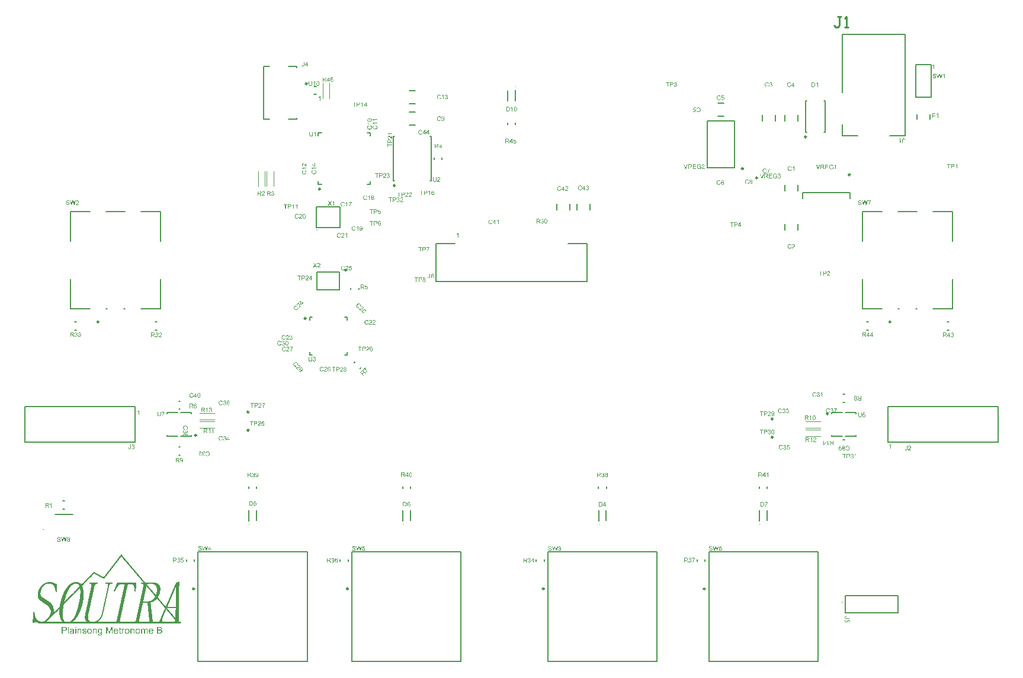
<source format=gto>
G04*
G04 #@! TF.GenerationSoftware,Altium Limited,Altium Designer,24.5.2 (23)*
G04*
G04 Layer_Color=65535*
%FSLAX44Y44*%
%MOMM*%
G71*
G04*
G04 #@! TF.SameCoordinates,4DB407A0-4691-4D8C-B920-06E893975E0B*
G04*
G04*
G04 #@! TF.FilePolarity,Positive*
G04*
G01*
G75*
%ADD10C,0.1000*%
%ADD11C,0.2500*%
%ADD12C,0.2000*%
%ADD13C,0.2540*%
G36*
X142214Y214612D02*
X142231Y214547D01*
X142304Y214474D01*
X142336Y214457D01*
X142377Y214417D01*
X142393Y214384D01*
X142523Y214254D01*
X142539Y214222D01*
X142612Y214133D01*
X142702Y214043D01*
X142718Y214011D01*
X142815Y213913D01*
X142832Y213881D01*
X142945Y213735D01*
X143010Y213670D01*
X143026Y213637D01*
X143099Y213548D01*
X143173Y213475D01*
X143189Y213442D01*
X143319Y213313D01*
X143335Y213280D01*
X143367Y213248D01*
X143376Y213223D01*
X143408Y213207D01*
X143465Y213150D01*
X143514Y213069D01*
X143611Y212972D01*
X143627Y212939D01*
X143660Y212907D01*
X143676Y212874D01*
X143773Y212777D01*
X143790Y212744D01*
X143822Y212712D01*
X143838Y212679D01*
X143936Y212582D01*
X143952Y212549D01*
X144025Y212460D01*
X144114Y212371D01*
X144131Y212338D01*
X144261Y212208D01*
X144277Y212176D01*
X144334Y212103D01*
X144366Y212087D01*
X144390Y212062D01*
X144407Y212030D01*
X144480Y211940D01*
X144537Y211884D01*
X144553Y211851D01*
X144585Y211819D01*
X144601Y211786D01*
X144699Y211689D01*
X144715Y211656D01*
X144748Y211624D01*
X144764Y211591D01*
X144861Y211494D01*
X144878Y211462D01*
X144951Y211372D01*
X145056Y211267D01*
X145072Y211234D01*
X145186Y211120D01*
X145202Y211088D01*
X145259Y211015D01*
X145292Y210999D01*
X145316Y210974D01*
X145332Y210942D01*
X145405Y210853D01*
X145478Y210779D01*
X145495Y210747D01*
X145608Y210601D01*
X145673Y210536D01*
X145689Y210504D01*
X145803Y210390D01*
X145819Y210357D01*
X145892Y210268D01*
X145982Y210179D01*
X145998Y210146D01*
X146112Y210033D01*
X146128Y210000D01*
X146201Y209911D01*
X146274Y209838D01*
X146290Y209805D01*
X146363Y209716D01*
X146436Y209643D01*
X146453Y209610D01*
X146485Y209578D01*
X146501Y209545D01*
X146599Y209448D01*
X146615Y209415D01*
X146672Y209342D01*
X146704Y209326D01*
X146729Y209302D01*
X146745Y209269D01*
X146818Y209180D01*
X146907Y209091D01*
X146924Y209058D01*
X147037Y208945D01*
X147053Y208912D01*
X147127Y208823D01*
X147199Y208750D01*
X147216Y208717D01*
X147289Y208628D01*
X147362Y208555D01*
X147378Y208522D01*
X147451Y208433D01*
X147524Y208360D01*
X147541Y208328D01*
X147614Y208238D01*
X147646Y208222D01*
X147670Y208198D01*
X147687Y208165D01*
X147760Y208076D01*
X147833Y208003D01*
X147849Y207970D01*
X147963Y207857D01*
X147979Y207824D01*
X148011Y207792D01*
X148028Y207759D01*
X148141Y207646D01*
X148158Y207613D01*
X148247Y207491D01*
X148271Y207483D01*
X148287Y207451D01*
X148336Y207402D01*
X148352Y207370D01*
X148466Y207256D01*
X148515Y207175D01*
X148555Y207134D01*
X148588Y207118D01*
X148653Y207020D01*
X148775Y206899D01*
X148791Y206866D01*
X148831Y206809D01*
X148864Y206793D01*
X148904Y206752D01*
X148921Y206720D01*
X149034Y206574D01*
X149099Y206509D01*
X149116Y206476D01*
X149213Y206379D01*
X149229Y206347D01*
X149262Y206314D01*
X149278Y206282D01*
X149392Y206168D01*
X149408Y206136D01*
X149481Y206046D01*
X149522Y206022D01*
X149538Y205989D01*
X149570Y205957D01*
X149586Y205924D01*
X149700Y205811D01*
X149716Y205778D01*
X149789Y205689D01*
X149862Y205616D01*
X149879Y205583D01*
X149952Y205494D01*
X150025Y205421D01*
X150041Y205389D01*
X150114Y205299D01*
X150187Y205226D01*
X150204Y205194D01*
X150244Y205137D01*
X150277Y205121D01*
X150333Y205064D01*
X150350Y205031D01*
X150423Y204942D01*
X150455Y204926D01*
X150520Y204828D01*
X150626Y204723D01*
X150642Y204690D01*
X150674Y204658D01*
X150691Y204625D01*
X150804Y204512D01*
X150853Y204431D01*
X150950Y204333D01*
X150967Y204301D01*
X151040Y204211D01*
X151113Y204138D01*
X151129Y204106D01*
X151186Y204033D01*
X151218Y204016D01*
X151259Y203976D01*
X151275Y203943D01*
X151348Y203854D01*
X151389Y203830D01*
X151405Y203797D01*
X151438Y203765D01*
X151454Y203732D01*
X151551Y203635D01*
X151567Y203602D01*
X151641Y203513D01*
X151697Y203456D01*
X151714Y203424D01*
X151746Y203391D01*
X151762Y203359D01*
X151876Y203245D01*
X151892Y203213D01*
X151965Y203123D01*
X152055Y203034D01*
X152071Y203002D01*
X152128Y202929D01*
X152160Y202912D01*
X152201Y202872D01*
X152217Y202839D01*
X152290Y202750D01*
X152363Y202677D01*
X152379Y202644D01*
X152436Y202571D01*
X152461Y202563D01*
X152477Y202531D01*
X152509Y202498D01*
X152526Y202466D01*
X152558Y202433D01*
X152574Y202401D01*
X152688Y202287D01*
X152704Y202255D01*
X152745Y202198D01*
X152777Y202182D01*
X152802Y202157D01*
X152818Y202125D01*
X152850Y202092D01*
X152866Y202060D01*
X152980Y201946D01*
X152996Y201914D01*
X153029Y201881D01*
X153045Y201849D01*
X153102Y201808D01*
X153126Y201784D01*
X153142Y201751D01*
X153216Y201662D01*
X153289Y201589D01*
X153305Y201556D01*
X153354Y201508D01*
X153370Y201475D01*
X153419Y201443D01*
X153435Y201410D01*
X153548Y201264D01*
X153613Y201199D01*
X153630Y201167D01*
X153703Y201077D01*
X153776Y201004D01*
X153792Y200972D01*
X153922Y200842D01*
X153938Y200809D01*
X153995Y200737D01*
X154028Y200720D01*
X154052Y200696D01*
X154068Y200663D01*
X154141Y200574D01*
X154214Y200501D01*
X154230Y200469D01*
X154304Y200379D01*
X154377Y200306D01*
X154393Y200274D01*
X154466Y200184D01*
X154539Y200111D01*
X154555Y200079D01*
X154628Y199989D01*
X154701Y199916D01*
X154718Y199884D01*
X154847Y199754D01*
X154864Y199722D01*
X154937Y199632D01*
X154969Y199616D01*
X155010Y199559D01*
X155083Y199470D01*
X155140Y199413D01*
X155156Y199381D01*
X155229Y199291D01*
X155253Y199267D01*
X155262Y199243D01*
X155286Y199235D01*
X155302Y199202D01*
X155335Y199170D01*
X155351Y199137D01*
X155464Y199023D01*
X155481Y198991D01*
X155554Y198902D01*
X155643Y198812D01*
X155659Y198780D01*
X155789Y198650D01*
X155806Y198617D01*
X155879Y198528D01*
X155952Y198455D01*
X155968Y198423D01*
X156082Y198309D01*
X156098Y198276D01*
X156212Y198130D01*
X156260Y198082D01*
X156276Y198049D01*
X156309Y198017D01*
X156325Y197984D01*
X156382Y197944D01*
X156447Y197846D01*
X156585Y197708D01*
X156601Y197676D01*
X156715Y197562D01*
X156731Y197530D01*
X156804Y197440D01*
X156877Y197367D01*
X156894Y197335D01*
X156966Y197245D01*
X157040Y197172D01*
X157056Y197140D01*
X157129Y197050D01*
X157202Y196977D01*
X157218Y196945D01*
X157291Y196856D01*
X157364Y196783D01*
X157381Y196750D01*
X157510Y196620D01*
X157527Y196588D01*
X157567Y196531D01*
X157600Y196515D01*
X157640Y196474D01*
X157657Y196442D01*
X157730Y196352D01*
X157803Y196279D01*
X157819Y196247D01*
X157892Y196157D01*
X157949Y196101D01*
X157965Y196068D01*
X157998Y196036D01*
X158014Y196003D01*
X158127Y195889D01*
X158144Y195857D01*
X158217Y195768D01*
X158249Y195751D01*
X158274Y195727D01*
X158290Y195695D01*
X158363Y195605D01*
X158436Y195532D01*
X158452Y195500D01*
X158485Y195467D01*
X158501Y195435D01*
X158558Y195394D01*
X158623Y195297D01*
X158728Y195191D01*
X158745Y195159D01*
X158834Y195037D01*
X158858Y195029D01*
X158875Y194996D01*
X158923Y194948D01*
X158939Y194915D01*
X159053Y194802D01*
X159069Y194769D01*
X159142Y194680D01*
X159183Y194655D01*
X159199Y194623D01*
X159232Y194590D01*
X159248Y194558D01*
X159378Y194428D01*
X159394Y194396D01*
X159451Y194322D01*
X159475Y194314D01*
X159492Y194282D01*
X159524Y194249D01*
X159540Y194217D01*
X159573Y194184D01*
X159589Y194152D01*
X159703Y194038D01*
X159719Y194006D01*
X159792Y193917D01*
X159849Y193860D01*
X159865Y193827D01*
X159922Y193754D01*
X159954Y193738D01*
X159979Y193714D01*
X159995Y193681D01*
X160068Y193592D01*
X160157Y193503D01*
X160173Y193470D01*
X160303Y193340D01*
X160320Y193308D01*
X160393Y193218D01*
X160450Y193162D01*
X160466Y193129D01*
X160498Y193097D01*
X160515Y193064D01*
X160612Y192967D01*
X160628Y192934D01*
X160661Y192902D01*
X160677Y192869D01*
X160791Y192756D01*
X160807Y192723D01*
X160847Y192666D01*
X160880Y192650D01*
X160937Y192593D01*
X160985Y192512D01*
X161099Y192398D01*
X161115Y192366D01*
X161229Y192252D01*
X161245Y192220D01*
X161318Y192131D01*
X161391Y192057D01*
X161408Y192025D01*
X161481Y191936D01*
X161537Y191879D01*
X161554Y191846D01*
X161586Y191814D01*
X161602Y191781D01*
X161716Y191668D01*
X161732Y191635D01*
X161789Y191562D01*
X161822Y191546D01*
X161862Y191505D01*
X161878Y191473D01*
X161952Y191383D01*
X162025Y191310D01*
X162041Y191278D01*
X162155Y191164D01*
X162171Y191132D01*
X162244Y191042D01*
X162301Y190986D01*
X162317Y190953D01*
X162349Y190921D01*
X162366Y190888D01*
X162479Y190775D01*
X162495Y190742D01*
X162568Y190653D01*
X162642Y190580D01*
X162658Y190547D01*
X162731Y190458D01*
X162763Y190442D01*
X162788Y190417D01*
X162804Y190385D01*
X162877Y190296D01*
X162950Y190222D01*
X162966Y190190D01*
X162999Y190158D01*
X163015Y190125D01*
X163113Y190028D01*
X163129Y189995D01*
X163161Y189963D01*
X163177Y189930D01*
X163275Y189833D01*
X163291Y189800D01*
X163324Y189768D01*
X163340Y189735D01*
X163437Y189638D01*
X163454Y189606D01*
X163583Y189476D01*
X163600Y189443D01*
X163657Y189370D01*
X163689Y189354D01*
X163729Y189313D01*
X163778Y189232D01*
X163892Y189118D01*
X163908Y189086D01*
X163941Y189053D01*
X163957Y189021D01*
X164006Y188988D01*
X164022Y188956D01*
X164054Y188923D01*
X164070Y188891D01*
X164144Y188802D01*
X164200Y188745D01*
X164217Y188712D01*
X164290Y188623D01*
X164379Y188534D01*
X164395Y188501D01*
X164420Y188461D01*
X164452Y188444D01*
X164509Y188388D01*
X164525Y188355D01*
X164598Y188266D01*
X164631Y188250D01*
X164655Y188225D01*
X164671Y188193D01*
X164744Y188104D01*
X164818Y188030D01*
X164834Y187998D01*
X164907Y187909D01*
X164964Y187852D01*
X164980Y187819D01*
X165012Y187787D01*
X165029Y187754D01*
X165126Y187657D01*
X165142Y187624D01*
X165215Y187535D01*
X165305Y187446D01*
X165321Y187413D01*
X165361Y187356D01*
X165394Y187340D01*
X165451Y187283D01*
X165467Y187251D01*
X165540Y187162D01*
X165613Y187089D01*
X165629Y187056D01*
X165743Y186943D01*
X165759Y186910D01*
X165849Y186788D01*
X165873Y186780D01*
X165889Y186748D01*
X165938Y186699D01*
X165954Y186667D01*
X166068Y186553D01*
X166084Y186520D01*
X166157Y186431D01*
X166246Y186342D01*
X166263Y186309D01*
X166376Y186196D01*
X166392Y186163D01*
X166466Y186074D01*
X166539Y186001D01*
X166555Y185968D01*
X166669Y185855D01*
X166685Y185822D01*
X166798Y185676D01*
X166863Y185611D01*
X166880Y185578D01*
X166953Y185489D01*
X166977Y185481D01*
X166993Y185449D01*
X167026Y185416D01*
X167042Y185384D01*
X167172Y185254D01*
X167188Y185221D01*
X167318Y185091D01*
X167367Y185010D01*
X167464Y184913D01*
X167481Y184880D01*
X167554Y184791D01*
X167627Y184718D01*
X167643Y184685D01*
X167675Y184653D01*
X167692Y184620D01*
X167789Y184523D01*
X167805Y184491D01*
X167878Y184401D01*
X167951Y184328D01*
X167968Y184296D01*
X168097Y184166D01*
X168114Y184133D01*
X168146Y184101D01*
X168162Y184068D01*
X168219Y184028D01*
X168244Y184004D01*
X168260Y183971D01*
X168333Y183882D01*
X168406Y183809D01*
X168422Y183776D01*
X168495Y183687D01*
X168552Y183630D01*
X168568Y183598D01*
X168601Y183565D01*
X168617Y183533D01*
X168731Y183419D01*
X168780Y183338D01*
X168893Y183224D01*
X168909Y183192D01*
X169039Y183062D01*
X169056Y183029D01*
X169112Y182956D01*
X169145Y182940D01*
X169169Y182915D01*
X169185Y182883D01*
X169258Y182794D01*
X169332Y182721D01*
X169348Y182688D01*
X169461Y182542D01*
X169526Y182477D01*
X169543Y182445D01*
X169656Y182331D01*
X169673Y182299D01*
X169746Y182209D01*
X169835Y182120D01*
X169851Y182087D01*
X169965Y181974D01*
X169981Y181941D01*
X170054Y181852D01*
X170127Y181779D01*
X170143Y181746D01*
X170217Y181657D01*
X170290Y181584D01*
X170306Y181552D01*
X170379Y181462D01*
X170452Y181389D01*
X170468Y181357D01*
X170525Y181284D01*
X170557Y181267D01*
X170598Y181211D01*
X170671Y181121D01*
X170760Y181032D01*
X170777Y181000D01*
X170907Y180870D01*
X170923Y180837D01*
X170996Y180748D01*
X171020Y180740D01*
X171036Y180707D01*
X171069Y180675D01*
X171085Y180642D01*
X171158Y180553D01*
X171215Y180496D01*
X171231Y180464D01*
X171304Y180374D01*
X171378Y180301D01*
X171394Y180269D01*
X171451Y180196D01*
X171483Y180180D01*
X171524Y180139D01*
X171540Y180106D01*
X171613Y180017D01*
X171686Y179944D01*
X171702Y179912D01*
X171832Y179782D01*
X171848Y179749D01*
X171922Y179660D01*
X171995Y179587D01*
X172043Y179506D01*
X172125Y179424D01*
X172141Y179392D01*
X172173Y179359D01*
X172189Y179327D01*
X172303Y179213D01*
X172319Y179181D01*
X172392Y179091D01*
X172449Y179051D01*
X172465Y179018D01*
X172539Y178929D01*
X172628Y178840D01*
X172644Y178807D01*
X172685Y178750D01*
X172717Y178734D01*
X172742Y178710D01*
X172758Y178678D01*
X172790Y178645D01*
X172806Y178612D01*
X172839Y178580D01*
X172855Y178548D01*
X172953Y178450D01*
X172969Y178418D01*
X173066Y178320D01*
X173083Y178288D01*
X173115Y178255D01*
X173131Y178223D01*
X173245Y178109D01*
X173261Y178077D01*
X173334Y177987D01*
X173367Y177971D01*
X173391Y177947D01*
X173407Y177914D01*
X173480Y177825D01*
X173553Y177752D01*
X173570Y177719D01*
X173683Y177606D01*
X173699Y177573D01*
X173813Y177427D01*
X173878Y177362D01*
X173894Y177330D01*
X173967Y177240D01*
X174041Y177167D01*
X174057Y177135D01*
X174187Y177005D01*
X174203Y176973D01*
X174260Y176899D01*
X174292Y176883D01*
X174333Y176826D01*
X174406Y176737D01*
X174479Y176664D01*
X174495Y176632D01*
X174528Y176599D01*
X174544Y176567D01*
X174568Y176542D01*
X174593Y176534D01*
X174609Y176502D01*
X174641Y176469D01*
X174657Y176437D01*
X174731Y176347D01*
X174804Y176274D01*
X174820Y176242D01*
X174893Y176152D01*
X174966Y176079D01*
X174982Y176047D01*
X175039Y175974D01*
X175072Y175958D01*
X175112Y175917D01*
X175128Y175885D01*
X175201Y175795D01*
X175234Y175779D01*
X175299Y175682D01*
X175404Y175576D01*
X175421Y175544D01*
X175494Y175454D01*
X175551Y175397D01*
X175567Y175365D01*
X175616Y175316D01*
X175632Y175284D01*
X175729Y175186D01*
X175746Y175154D01*
X175819Y175065D01*
X175892Y174991D01*
X175908Y174959D01*
X175940Y174926D01*
X175957Y174894D01*
X176013Y174853D01*
X176038Y174829D01*
X176054Y174797D01*
X176127Y174707D01*
X176216Y174618D01*
X176233Y174586D01*
X176273Y174545D01*
X176306Y174529D01*
X176419Y174448D01*
X176484Y174431D01*
X188305Y174415D01*
X188354Y174399D01*
X188906Y174383D01*
X188955Y174366D01*
X189198Y174350D01*
X189247Y174334D01*
X189401Y174310D01*
X189483Y174293D01*
X189702Y174269D01*
X189913Y174253D01*
X190116Y174228D01*
X190213Y174212D01*
X190343Y174180D01*
X190432Y174155D01*
X190497Y174139D01*
X190611Y174123D01*
X190676Y174107D01*
X190879Y174082D01*
X190960Y174066D01*
X191025Y174050D01*
X191115Y174025D01*
X191196Y173993D01*
X191326Y173960D01*
X191439Y173944D01*
X191626Y173904D01*
X191764Y173847D01*
X191845Y173814D01*
X192040Y173782D01*
X192170Y173749D01*
X192414Y173636D01*
X192584Y173595D01*
X192787Y173489D01*
X192892Y173465D01*
X193022Y173416D01*
X193047Y173392D01*
X193079Y173376D01*
X193193Y173327D01*
X193347Y173270D01*
X193372Y173246D01*
X193404Y173230D01*
X193437Y173197D01*
X193599Y173148D01*
X193680Y173100D01*
X193713Y173067D01*
X193745Y173051D01*
X193891Y172986D01*
X193972Y172937D01*
X194021Y172889D01*
X194102Y172856D01*
X194248Y172775D01*
X194313Y172710D01*
X194419Y172670D01*
X194492Y172596D01*
X194524Y172580D01*
X194638Y172515D01*
X194727Y172442D01*
X194768Y172402D01*
X194882Y172337D01*
X194979Y172239D01*
X195060Y172190D01*
X195174Y172077D01*
X195206Y172061D01*
X195320Y171947D01*
X195352Y171931D01*
X195401Y171882D01*
X195434Y171866D01*
X195734Y171565D01*
X195750Y171533D01*
X195896Y171387D01*
X195913Y171354D01*
X196010Y171257D01*
X196026Y171224D01*
X196083Y171151D01*
X196116Y171135D01*
X196156Y171094D01*
X196205Y171013D01*
X196303Y170916D01*
X196319Y170883D01*
X196392Y170794D01*
X196449Y170737D01*
X196465Y170705D01*
X196546Y170591D01*
X196579Y170559D01*
X196595Y170526D01*
X196627Y170494D01*
X196708Y170347D01*
X196773Y170283D01*
X196854Y170136D01*
X196936Y170023D01*
X196976Y169917D01*
X197017Y169860D01*
X197049Y169828D01*
X197066Y169795D01*
X197114Y169682D01*
X197195Y169536D01*
X197228Y169503D01*
X197277Y169341D01*
X197342Y169227D01*
X197374Y169195D01*
X197423Y169032D01*
X197447Y168943D01*
X197528Y168813D01*
X197569Y168675D01*
X197593Y168570D01*
X197642Y168440D01*
X197666Y168415D01*
X197683Y168350D01*
X197715Y168269D01*
X197740Y168131D01*
X197756Y168050D01*
X197805Y167920D01*
X197837Y167839D01*
X197853Y167774D01*
X197869Y167693D01*
X197918Y167384D01*
X197951Y167254D01*
X197975Y167165D01*
X197991Y167100D01*
X198024Y166905D01*
X198040Y166791D01*
X198064Y166459D01*
X198081Y166312D01*
X198113Y166101D01*
X198129Y165955D01*
X198146Y165760D01*
X198162Y165533D01*
X198170Y164469D01*
X198154Y164421D01*
X198137Y163934D01*
X198121Y163885D01*
X198097Y163682D01*
X198081Y163536D01*
X198064Y163341D01*
X198048Y163130D01*
X198032Y162903D01*
X198016Y162724D01*
X197999Y162594D01*
X197967Y162432D01*
X197934Y162302D01*
X197918Y162220D01*
X197894Y162001D01*
X197878Y161839D01*
X197853Y161685D01*
X197837Y161604D01*
X197821Y161539D01*
X197780Y161401D01*
X197756Y161295D01*
X197740Y161197D01*
X197723Y161051D01*
X197691Y160856D01*
X197675Y160792D01*
X197602Y160556D01*
X197585Y160491D01*
X197561Y160305D01*
X197545Y160223D01*
X197512Y160093D01*
X197472Y159988D01*
X197439Y159874D01*
X197423Y159761D01*
X197407Y159696D01*
X197390Y159582D01*
X197325Y159419D01*
X197277Y159257D01*
X197252Y159103D01*
X197236Y159022D01*
X197187Y158892D01*
X197147Y158802D01*
X197114Y158673D01*
X197098Y158559D01*
X197082Y158494D01*
X197041Y158388D01*
X196968Y158218D01*
X196952Y158104D01*
X196936Y158039D01*
X196895Y157934D01*
X196822Y157763D01*
X196790Y157633D01*
X196773Y157536D01*
X196660Y157292D01*
X196627Y157163D01*
X196603Y157073D01*
X196530Y156951D01*
X196497Y156838D01*
X196465Y156708D01*
X196384Y156562D01*
X196335Y156448D01*
X196311Y156342D01*
X196278Y156261D01*
X196213Y156164D01*
X196173Y156026D01*
X196124Y155896D01*
X196043Y155782D01*
X196018Y155693D01*
X196002Y155628D01*
X195970Y155547D01*
X195929Y155490D01*
X195864Y155344D01*
X195815Y155214D01*
X195783Y155182D01*
X195767Y155149D01*
X195718Y155068D01*
X195702Y155003D01*
X195661Y154897D01*
X195637Y154873D01*
X195620Y154840D01*
X195588Y154808D01*
X195555Y154727D01*
X195507Y154597D01*
X195474Y154564D01*
X195458Y154532D01*
X195426Y154500D01*
X195369Y154345D01*
X195312Y154256D01*
X195280Y154223D01*
X195231Y154110D01*
X195198Y154029D01*
X195166Y153996D01*
X195158Y153972D01*
X195133Y153964D01*
X195117Y153931D01*
X195068Y153818D01*
X195052Y153785D01*
X194979Y153696D01*
X194939Y153623D01*
X194898Y153517D01*
X194874Y153493D01*
X194857Y153460D01*
X194792Y153395D01*
X194752Y153290D01*
X194711Y153233D01*
X194662Y153184D01*
X194646Y153152D01*
X194614Y153071D01*
X194630Y152941D01*
X194744Y152827D01*
X194760Y152795D01*
X194792Y152762D01*
X194809Y152730D01*
X194849Y152689D01*
X194874Y152681D01*
X194890Y152648D01*
X194922Y152616D01*
X194971Y152535D01*
X195068Y152437D01*
X195085Y152405D01*
X195158Y152316D01*
X195231Y152242D01*
X195247Y152210D01*
X195304Y152137D01*
X195336Y152121D01*
X195377Y152080D01*
X195393Y152048D01*
X195466Y151958D01*
X195539Y151885D01*
X195555Y151853D01*
X195685Y151723D01*
X195702Y151690D01*
X195775Y151601D01*
X195848Y151528D01*
X195896Y151447D01*
X195994Y151349D01*
X196010Y151317D01*
X196083Y151228D01*
X196156Y151154D01*
X196173Y151122D01*
X196246Y151033D01*
X196278Y151017D01*
X196303Y150992D01*
X196319Y150960D01*
X196392Y150870D01*
X196481Y150781D01*
X196497Y150749D01*
X196538Y150692D01*
X196570Y150675D01*
X196595Y150651D01*
X196611Y150619D01*
X196643Y150586D01*
X196660Y150554D01*
X196741Y150472D01*
X196757Y150440D01*
X196806Y150391D01*
X196822Y150359D01*
X196919Y150261D01*
X196936Y150229D01*
X197009Y150140D01*
X197098Y150050D01*
X197114Y150018D01*
X197171Y149945D01*
X197204Y149929D01*
X197244Y149888D01*
X197260Y149855D01*
X197334Y149766D01*
X197407Y149693D01*
X197423Y149661D01*
X197537Y149547D01*
X197553Y149515D01*
X197666Y149368D01*
X197731Y149303D01*
X197748Y149271D01*
X197821Y149182D01*
X197894Y149108D01*
X197910Y149076D01*
X198040Y148946D01*
X198056Y148914D01*
X198113Y148841D01*
X198146Y148824D01*
X198170Y148800D01*
X198186Y148767D01*
X198259Y148678D01*
X198332Y148605D01*
X198348Y148573D01*
X198381Y148540D01*
X198397Y148508D01*
X198421Y148483D01*
X198446Y148475D01*
X198462Y148443D01*
X198494Y148410D01*
X198511Y148378D01*
X198584Y148288D01*
X198657Y148216D01*
X198673Y148183D01*
X198746Y148094D01*
X198819Y148021D01*
X198836Y147988D01*
X198876Y147931D01*
X198909Y147915D01*
X198965Y147858D01*
X198982Y147826D01*
X199055Y147737D01*
X199087Y147720D01*
X199152Y147623D01*
X199258Y147517D01*
X199274Y147485D01*
X199347Y147395D01*
X199404Y147339D01*
X199420Y147306D01*
X199453Y147274D01*
X199469Y147241D01*
X199583Y147128D01*
X199599Y147095D01*
X199672Y147006D01*
X199761Y146916D01*
X199777Y146884D01*
X199907Y146754D01*
X199956Y146673D01*
X200070Y146559D01*
X200086Y146527D01*
X200200Y146413D01*
X200216Y146381D01*
X200289Y146291D01*
X200329Y146235D01*
X200378Y146186D01*
X200394Y146153D01*
X200427Y146121D01*
X200443Y146088D01*
X200500Y146048D01*
X200565Y145950D01*
X200687Y145829D01*
X200703Y145796D01*
X200833Y145666D01*
X200849Y145634D01*
X200922Y145544D01*
X200995Y145471D01*
X201011Y145439D01*
X201125Y145325D01*
X201141Y145293D01*
X201255Y145147D01*
X201320Y145082D01*
X201336Y145049D01*
X201409Y144960D01*
X201482Y144887D01*
X201499Y144854D01*
X201628Y144724D01*
X201645Y144692D01*
X201677Y144659D01*
X201685Y144635D01*
X201718Y144619D01*
X201758Y144578D01*
X201775Y144546D01*
X201848Y144456D01*
X201921Y144383D01*
X201937Y144351D01*
X202010Y144262D01*
X202083Y144188D01*
X202099Y144156D01*
X202172Y144067D01*
X202246Y143994D01*
X202262Y143961D01*
X202335Y143872D01*
X202408Y143799D01*
X202424Y143766D01*
X202554Y143636D01*
X202570Y143604D01*
X202627Y143531D01*
X202659Y143515D01*
X202684Y143490D01*
X202700Y143458D01*
X202773Y143369D01*
X202862Y143279D01*
X202911Y143198D01*
X202992Y143117D01*
X203009Y143084D01*
X203041Y143052D01*
X203057Y143019D01*
X203171Y142906D01*
X203187Y142873D01*
X203260Y142784D01*
X203350Y142695D01*
X203366Y142662D01*
X203480Y142549D01*
X203496Y142516D01*
X203569Y142427D01*
X203609Y142402D01*
X203626Y142370D01*
X203699Y142281D01*
X203772Y142207D01*
X203788Y142175D01*
X203902Y142029D01*
X203967Y141964D01*
X203983Y141931D01*
X204015Y141899D01*
X204032Y141867D01*
X204088Y141826D01*
X204153Y141728D01*
X204275Y141607D01*
X204291Y141574D01*
X204421Y141444D01*
X204438Y141412D01*
X204511Y141323D01*
X204584Y141250D01*
X204600Y141217D01*
X204673Y141128D01*
X204730Y141071D01*
X204746Y141038D01*
X204795Y140990D01*
X204811Y140957D01*
X204892Y140876D01*
X204909Y140843D01*
X204965Y140771D01*
X204998Y140754D01*
X205038Y140714D01*
X205055Y140681D01*
X205128Y140592D01*
X205217Y140503D01*
X205233Y140470D01*
X205347Y140356D01*
X205363Y140324D01*
X205436Y140235D01*
X205477Y140210D01*
X205493Y140178D01*
X205525Y140145D01*
X205542Y140113D01*
X205615Y140023D01*
X205655Y139967D01*
X205696Y139926D01*
X205761Y139910D01*
X205793Y139926D01*
X205818Y139951D01*
X205850Y140064D01*
X205867Y140129D01*
X205948Y140243D01*
X205980Y140356D01*
X206037Y140511D01*
X206102Y140608D01*
X206159Y140795D01*
X206191Y140876D01*
X206256Y140973D01*
X206289Y141055D01*
X206305Y141120D01*
X206329Y141209D01*
X206394Y141306D01*
X206435Y141379D01*
X206467Y141509D01*
X206508Y141615D01*
X206549Y141655D01*
X206565Y141688D01*
X206597Y141769D01*
X206613Y141834D01*
X206670Y141988D01*
X206711Y142029D01*
X206760Y142142D01*
X206784Y142248D01*
X206816Y142329D01*
X206889Y142435D01*
X206922Y142549D01*
X206979Y142703D01*
X207019Y142743D01*
X207068Y142857D01*
X207092Y142963D01*
X207125Y143044D01*
X207190Y143141D01*
X207230Y143247D01*
X207263Y143377D01*
X207377Y143555D01*
X207401Y143677D01*
X207433Y143758D01*
X207498Y143856D01*
X207539Y143961D01*
X207555Y144026D01*
X207596Y144132D01*
X207661Y144229D01*
X207693Y144310D01*
X207726Y144440D01*
X207750Y144497D01*
X207831Y144611D01*
X207856Y144700D01*
X207872Y144765D01*
X207904Y144846D01*
X207969Y144944D01*
X208010Y145049D01*
X208034Y145155D01*
X208156Y145390D01*
X208188Y145504D01*
X208229Y145609D01*
X208270Y145650D01*
X208318Y145764D01*
X208343Y145869D01*
X208375Y145950D01*
X208400Y145975D01*
X208416Y146007D01*
X208448Y146040D01*
X208473Y146129D01*
X208489Y146194D01*
X208538Y146324D01*
X208562Y146348D01*
X208578Y146381D01*
X208627Y146494D01*
X208659Y146608D01*
X208724Y146722D01*
X208789Y146868D01*
X208814Y146957D01*
X208846Y147038D01*
X208871Y147063D01*
X208887Y147095D01*
X208935Y147209D01*
X208968Y147322D01*
X209049Y147469D01*
X209098Y147582D01*
X209114Y147647D01*
X209155Y147753D01*
X209220Y147850D01*
X209260Y147956D01*
X209284Y148061D01*
X209366Y148191D01*
X209406Y148280D01*
X209431Y148386D01*
X209463Y148467D01*
X209528Y148565D01*
X209561Y148646D01*
X209593Y148776D01*
X209617Y148833D01*
X209699Y148946D01*
X209731Y149076D01*
X209780Y149206D01*
X209861Y149320D01*
X209885Y149425D01*
X209902Y149490D01*
X210023Y149726D01*
X210056Y149839D01*
X210096Y149945D01*
X210121Y149969D01*
X210137Y150002D01*
X210202Y150148D01*
X210218Y150245D01*
X210299Y150359D01*
X210332Y150440D01*
X210348Y150505D01*
X210405Y150659D01*
X210429Y150684D01*
X210445Y150716D01*
X210494Y150830D01*
X210527Y150943D01*
X210608Y151090D01*
X210657Y151203D01*
X210673Y151268D01*
X210714Y151374D01*
X210786Y151479D01*
X210819Y151593D01*
X210835Y151658D01*
X210916Y151804D01*
X210965Y151918D01*
X210981Y151983D01*
X211022Y152088D01*
X211087Y152186D01*
X211127Y152291D01*
X211160Y152421D01*
X211274Y152600D01*
X211298Y152721D01*
X211331Y152803D01*
X211395Y152900D01*
X211436Y153006D01*
X211460Y153095D01*
X211501Y153201D01*
X211566Y153298D01*
X211615Y153460D01*
X211655Y153566D01*
X211696Y153606D01*
X211712Y153639D01*
X211745Y153720D01*
X211777Y153850D01*
X211842Y153964D01*
X211875Y153996D01*
X211923Y154175D01*
X211964Y154280D01*
X211988Y154305D01*
X212004Y154337D01*
X212069Y154483D01*
X212094Y154589D01*
X212150Y154678D01*
X212215Y154824D01*
X212232Y154889D01*
X212272Y154995D01*
X212297Y155019D01*
X212313Y155052D01*
X212378Y155198D01*
X212402Y155287D01*
X212435Y155368D01*
X212459Y155393D01*
X212475Y155425D01*
X212524Y155539D01*
X212540Y155604D01*
X212581Y155709D01*
X212646Y155807D01*
X212686Y155912D01*
X212711Y156018D01*
X212792Y156148D01*
X212833Y156237D01*
X212857Y156326D01*
X212873Y156391D01*
X212954Y156521D01*
X212995Y156627D01*
X213011Y156692D01*
X213060Y156821D01*
X213092Y156854D01*
X213109Y156886D01*
X213157Y157000D01*
X213174Y157098D01*
X213238Y157211D01*
X213271Y157244D01*
X213303Y157357D01*
X213360Y157512D01*
X213449Y157682D01*
X213482Y157796D01*
X213523Y157901D01*
X213547Y157926D01*
X213563Y157958D01*
X213628Y158104D01*
X213652Y158210D01*
X213717Y158307D01*
X213758Y158380D01*
X213790Y158510D01*
X213823Y158591D01*
X213839Y158624D01*
X213904Y158721D01*
X213937Y158835D01*
X213953Y158900D01*
X214034Y159046D01*
X214083Y159160D01*
X214099Y159225D01*
X214140Y159330D01*
X214180Y159387D01*
X214245Y159533D01*
X214270Y159622D01*
X214302Y159704D01*
X214326Y159728D01*
X214343Y159761D01*
X214391Y159874D01*
X214424Y159988D01*
X214505Y160134D01*
X214554Y160248D01*
X214586Y160378D01*
X214700Y160556D01*
X214740Y160727D01*
X214822Y160856D01*
X214862Y160962D01*
X214878Y161027D01*
X214927Y161157D01*
X214992Y161254D01*
X215025Y161336D01*
X215049Y161441D01*
X215073Y161498D01*
X215154Y161612D01*
X215187Y161742D01*
X215236Y161871D01*
X215301Y161969D01*
X215333Y162050D01*
X215357Y162156D01*
X215390Y162237D01*
X215414Y162261D01*
X215431Y162294D01*
X215495Y162440D01*
X215520Y162545D01*
X215577Y162635D01*
X215642Y162781D01*
X215658Y162846D01*
X215699Y162951D01*
X215723Y162976D01*
X215739Y163008D01*
X215804Y163154D01*
X215828Y163244D01*
X215861Y163325D01*
X215885Y163349D01*
X215901Y163382D01*
X215966Y163528D01*
X215991Y163633D01*
X216072Y163763D01*
X216112Y163852D01*
X216137Y163958D01*
X216169Y164039D01*
X216210Y164096D01*
X216275Y164242D01*
X216299Y164348D01*
X216397Y164510D01*
X216437Y164648D01*
X216478Y164754D01*
X216543Y164851D01*
X216583Y164957D01*
X216608Y165062D01*
X216689Y165192D01*
X216730Y165281D01*
X216754Y165387D01*
X216794Y165492D01*
X216859Y165590D01*
X216892Y165671D01*
X216916Y165777D01*
X216949Y165858D01*
X216973Y165882D01*
X216989Y165915D01*
X217054Y166061D01*
X217079Y166150D01*
X217103Y166207D01*
X217184Y166320D01*
X217209Y166426D01*
X217274Y166605D01*
X217314Y166645D01*
X217347Y166726D01*
X217379Y166840D01*
X217420Y166946D01*
X217444Y166970D01*
X217460Y167003D01*
X217525Y167149D01*
X217541Y167246D01*
X217655Y167425D01*
X217688Y167555D01*
X217728Y167660D01*
X217801Y167766D01*
X217834Y167879D01*
X217850Y167944D01*
X217931Y168090D01*
X217980Y168204D01*
X217996Y168269D01*
X218037Y168375D01*
X218077Y168431D01*
X218142Y168578D01*
X218167Y168683D01*
X218264Y168846D01*
X218321Y169032D01*
X218353Y169114D01*
X218435Y169227D01*
X218459Y169333D01*
X218475Y169398D01*
X218573Y169560D01*
X218597Y169633D01*
X218613Y169698D01*
X218654Y169804D01*
X218759Y170007D01*
X218792Y170136D01*
X218857Y170250D01*
X218922Y170396D01*
X218938Y170461D01*
X218979Y170567D01*
X219019Y170607D01*
X219035Y170640D01*
X219068Y170721D01*
X219084Y170786D01*
X219141Y170940D01*
X219181Y170981D01*
X219214Y171062D01*
X219246Y171176D01*
X219287Y171281D01*
X219328Y171338D01*
X219393Y171484D01*
X219417Y171590D01*
X219498Y171720D01*
X219539Y171809D01*
X219563Y171915D01*
X219596Y171996D01*
X219669Y172101D01*
X219701Y172215D01*
X219758Y172369D01*
X219831Y172475D01*
X219863Y172605D01*
X219904Y172710D01*
X219961Y172799D01*
X220010Y172913D01*
X220034Y173002D01*
X220066Y173084D01*
X220107Y173140D01*
X220156Y173254D01*
X220188Y173368D01*
X220221Y173449D01*
X220286Y173546D01*
X220318Y173627D01*
X220334Y173692D01*
X220383Y173822D01*
X220448Y173920D01*
X220497Y174050D01*
X220553Y174107D01*
X220635Y174139D01*
X220667Y174155D01*
X220846Y174237D01*
X220911Y174253D01*
X221016Y174277D01*
X221284Y174399D01*
X221455Y174439D01*
X221625Y174529D01*
X221885Y174594D01*
X221999Y174659D01*
X222112Y174707D01*
X222234Y174732D01*
X222299Y174748D01*
X222470Y174837D01*
X222583Y174870D01*
X222689Y174894D01*
X222770Y174926D01*
X222892Y175000D01*
X222997Y175024D01*
X223078Y175040D01*
X223143Y175056D01*
X223346Y175162D01*
X223452Y175186D01*
X223533Y175203D01*
X223663Y175251D01*
X223687Y175276D01*
X223801Y175324D01*
X223988Y175365D01*
X224069Y175397D01*
X224191Y175471D01*
X224280Y175495D01*
X224361Y175511D01*
X224491Y175560D01*
X224597Y175617D01*
X224710Y175649D01*
X224775Y175665D01*
X224881Y175690D01*
X224978Y175771D01*
X225051Y175795D01*
X225133Y175779D01*
X225157Y175706D01*
X225173Y175641D01*
X225157Y175576D01*
X225141Y173433D01*
X225124Y173384D01*
X225108Y171955D01*
X225092Y171906D01*
X225051Y170080D01*
X225035Y169251D01*
X225019Y168115D01*
X225003Y166540D01*
X224986Y165208D01*
X224970Y164283D01*
X224938Y162919D01*
X224921Y162383D01*
X224905Y161766D01*
X224889Y161019D01*
X224873Y160061D01*
X224856Y158746D01*
X224840Y157089D01*
X224824Y156018D01*
X224808Y155190D01*
X224792Y154508D01*
X224775Y153907D01*
X224759Y153387D01*
X224743Y152689D01*
X224727Y151893D01*
X224710Y150789D01*
X224694Y149263D01*
X224678Y147834D01*
X224662Y146876D01*
X224645Y146096D01*
X224613Y144960D01*
X224597Y144343D01*
X224580Y143645D01*
X224564Y142768D01*
X224548Y141452D01*
X224532Y139829D01*
X224516Y138627D01*
X224499Y137767D01*
X224483Y137085D01*
X224467Y136468D01*
X224451Y135899D01*
X224434Y135298D01*
X224418Y134486D01*
X224402Y133512D01*
X224369Y130557D01*
X224353Y129501D01*
X224337Y128722D01*
X224321Y128024D01*
X224305Y127488D01*
X224288Y126887D01*
X224272Y126157D01*
X224256Y125345D01*
X224240Y124192D01*
X224223Y122584D01*
X224215Y121683D01*
X224231Y121634D01*
X224248Y121163D01*
X224264Y121115D01*
X224288Y120879D01*
X224305Y120814D01*
X224329Y120725D01*
X224345Y120660D01*
X224361Y120546D01*
X224377Y120481D01*
X224402Y120246D01*
X224418Y120148D01*
X224434Y120067D01*
X224467Y119986D01*
X224524Y119799D01*
X224540Y119686D01*
X224556Y119621D01*
X224580Y119531D01*
X224654Y119410D01*
X224686Y119296D01*
X224702Y119231D01*
X224735Y119150D01*
X224816Y119036D01*
X224889Y118833D01*
X224978Y118744D01*
X224995Y118712D01*
X225027Y118679D01*
X225043Y118646D01*
X225141Y118582D01*
X225206Y118533D01*
X225214Y118509D01*
X225246Y118492D01*
X225425Y118395D01*
X225457Y118362D01*
X225490Y118346D01*
X225604Y118297D01*
X225758Y118241D01*
X225863Y118184D01*
X225977Y118151D01*
X226367Y118103D01*
X226432Y118086D01*
X226683Y118062D01*
X226813Y118046D01*
X227593Y118029D01*
X227658Y118013D01*
X227649Y117729D01*
X227584Y117713D01*
X227544Y117607D01*
X227511Y117413D01*
X227487Y117210D01*
X227471Y117128D01*
X227455Y117063D01*
X227398Y116877D01*
X227365Y116747D01*
X227349Y116633D01*
X227325Y116446D01*
X227292Y116316D01*
X227227Y116138D01*
X227203Y116048D01*
X227195Y115959D01*
X30483Y115967D01*
X30466Y116048D01*
X30426Y116089D01*
X30320Y116097D01*
X30223Y116081D01*
X30077Y116065D01*
X29979Y116048D01*
X29898Y116032D01*
X29817Y116000D01*
X29792Y115959D01*
X25230Y115975D01*
X25197Y116024D01*
X25083Y116057D01*
X24694Y116105D01*
X24532Y116122D01*
X24467Y116138D01*
X24328Y116162D01*
X24264Y116178D01*
X24158Y116219D01*
X24044Y116251D01*
X23979Y116268D01*
X23858Y116292D01*
X23776Y116325D01*
X23655Y116398D01*
X23565Y116422D01*
X23500Y116438D01*
X23370Y116519D01*
X23265Y116576D01*
X23159Y116617D01*
X23086Y116690D01*
X23005Y116722D01*
X22940Y116739D01*
X22851Y116763D01*
X22615Y116885D01*
X22494Y116909D01*
X22413Y116942D01*
X22356Y116982D01*
X22242Y117031D01*
X22112Y117063D01*
X22031Y117096D01*
X21820Y117193D01*
X21682Y117218D01*
X21617Y117234D01*
X21536Y117266D01*
X21365Y117339D01*
X21113Y117396D01*
X21032Y117429D01*
X20943Y117469D01*
X20813Y117502D01*
X20699Y117518D01*
X20561Y117542D01*
X20366Y117591D01*
X20277Y117615D01*
X20212Y117632D01*
X20099Y117648D01*
X20034Y117664D01*
X19587Y117689D01*
X19189Y117697D01*
X19140Y117680D01*
X18800Y117664D01*
X18718Y117632D01*
X18653Y117615D01*
X18507Y117550D01*
X18377Y117518D01*
X18288Y117494D01*
X18199Y117437D01*
X18118Y117388D01*
X18053Y117372D01*
X17947Y117331D01*
X17777Y117210D01*
X17712Y117193D01*
X17500Y117047D01*
X17436Y117031D01*
X17338Y116933D01*
X17306Y116917D01*
X17160Y116836D01*
X17095Y116771D01*
X16981Y116722D01*
X16948Y116706D01*
X16859Y116633D01*
X16770Y116593D01*
X16640Y116560D01*
X16429Y116495D01*
X16364Y116479D01*
X16120Y116495D01*
X16007Y116544D01*
X15901Y116568D01*
X15771Y116601D01*
X15658Y116617D01*
X15666Y117989D01*
X15698Y118005D01*
X15723Y118095D01*
X15739Y118159D01*
X15755Y118371D01*
X15771Y118435D01*
X15796Y118979D01*
X15812Y119548D01*
X15828Y120084D01*
X15844Y120457D01*
X15861Y120733D01*
X15877Y120960D01*
X15893Y121139D01*
X15909Y121350D01*
X15926Y121578D01*
X15942Y121870D01*
X15958Y122243D01*
X15974Y122795D01*
X15990Y123250D01*
X16007Y123559D01*
X16023Y123818D01*
X16039Y124029D01*
X16055Y124208D01*
X16072Y124419D01*
X16088Y124679D01*
X16104Y124987D01*
X16120Y125426D01*
X16136Y125978D01*
X16153Y126368D01*
X16169Y126644D01*
X16201Y127098D01*
X16218Y127277D01*
X16234Y127488D01*
X16250Y127780D01*
X16266Y128138D01*
X16315Y129469D01*
X16331Y129745D01*
X16348Y129956D01*
X16364Y130135D01*
X16380Y130346D01*
X16405Y130825D01*
X16421Y130939D01*
X16445Y131905D01*
X16461Y131986D01*
X16518Y132075D01*
X16640Y132148D01*
X16827Y132189D01*
X16908Y132221D01*
X17046Y132294D01*
X17176Y132327D01*
X17265Y132351D01*
X17346Y132384D01*
X17452Y132441D01*
X17565Y132473D01*
X17630Y132489D01*
X17720Y132514D01*
X17801Y132546D01*
X17825Y132570D01*
X17907Y132603D01*
X18036Y132635D01*
X18215Y132717D01*
X18264Y132700D01*
X18304Y132660D01*
X18320Y132497D01*
X18345Y131596D01*
X18377Y131174D01*
X18394Y131012D01*
X18410Y130801D01*
X18426Y130638D01*
X18442Y130459D01*
X18459Y130183D01*
X18475Y129875D01*
X18491Y129680D01*
X18523Y129469D01*
X18540Y129372D01*
X18556Y129307D01*
X18572Y129209D01*
X18605Y128949D01*
X18637Y128592D01*
X18653Y128495D01*
X18686Y128332D01*
X18718Y128202D01*
X18751Y128040D01*
X18767Y127943D01*
X18783Y127796D01*
X18800Y127667D01*
X18832Y127537D01*
X18873Y127399D01*
X18921Y127204D01*
X18946Y127017D01*
X18962Y126936D01*
X19067Y126603D01*
X19084Y126489D01*
X19100Y126424D01*
X19124Y126319D01*
X19157Y126238D01*
X19214Y126100D01*
X19279Y125791D01*
X19376Y125580D01*
X19392Y125515D01*
X19433Y125328D01*
X19538Y125125D01*
X19579Y124955D01*
X19611Y124874D01*
X19684Y124752D01*
X19709Y124646D01*
X19725Y124581D01*
X19758Y124500D01*
X19798Y124460D01*
X19814Y124427D01*
X19863Y124313D01*
X19887Y124208D01*
X19969Y124078D01*
X20009Y123989D01*
X20066Y123834D01*
X20107Y123794D01*
X20123Y123761D01*
X20188Y123615D01*
X20204Y123550D01*
X20237Y123518D01*
X20253Y123485D01*
X20301Y123437D01*
X20334Y123356D01*
X20375Y123250D01*
X20431Y123193D01*
X20448Y123161D01*
X20561Y122949D01*
X20610Y122901D01*
X20642Y122820D01*
X20707Y122706D01*
X20756Y122657D01*
X20772Y122625D01*
X20854Y122479D01*
X20919Y122414D01*
X21016Y122235D01*
X21097Y122154D01*
X21162Y122040D01*
X21243Y121959D01*
X21325Y121813D01*
X21406Y121732D01*
X21422Y121699D01*
X21495Y121610D01*
X21544Y121561D01*
X21576Y121545D01*
X21601Y121521D01*
X21617Y121488D01*
X21674Y121431D01*
X21706Y121415D01*
X21852Y121269D01*
X21885Y121253D01*
X22144Y120993D01*
X22177Y120977D01*
X22209Y120944D01*
X22242Y120928D01*
X22339Y120830D01*
X22372Y120814D01*
X22518Y120701D01*
X22583Y120636D01*
X22664Y120587D01*
X22761Y120490D01*
X22843Y120441D01*
X22924Y120360D01*
X23070Y120278D01*
X23151Y120197D01*
X23297Y120116D01*
X23362Y120051D01*
X23476Y120002D01*
X23557Y119954D01*
X23590Y119921D01*
X23622Y119905D01*
X23655Y119873D01*
X23720Y119856D01*
X23833Y119791D01*
X23882Y119743D01*
X23963Y119710D01*
X24069Y119670D01*
X24125Y119629D01*
X24158Y119596D01*
X24272Y119548D01*
X24337Y119531D01*
X24483Y119450D01*
X24515Y119418D01*
X24604Y119394D01*
X24669Y119377D01*
X24751Y119345D01*
X24921Y119255D01*
X25116Y119207D01*
X25197Y119174D01*
X25376Y119093D01*
X25644Y119036D01*
X25782Y118979D01*
X25896Y118947D01*
X25960Y118931D01*
X26074Y118914D01*
X26212Y118890D01*
X26342Y118858D01*
X26480Y118817D01*
X26545Y118801D01*
X26659Y118785D01*
X27146Y118736D01*
X27414Y118695D01*
X27511Y118679D01*
X27673Y118663D01*
X27868Y118646D01*
X28193Y118630D01*
X29013Y118622D01*
X29062Y118638D01*
X29533Y118655D01*
X29581Y118671D01*
X29809Y118687D01*
X29857Y118703D01*
X30085Y118736D01*
X30296Y118752D01*
X30410Y118768D01*
X30629Y118793D01*
X30726Y118809D01*
X30791Y118825D01*
X30978Y118882D01*
X31043Y118898D01*
X31156Y118914D01*
X31311Y118939D01*
X31376Y118955D01*
X31457Y118988D01*
X31546Y119028D01*
X31660Y119061D01*
X31774Y119077D01*
X31838Y119093D01*
X31944Y119134D01*
X32066Y119207D01*
X32188Y119231D01*
X32318Y119264D01*
X32415Y119328D01*
X32504Y119369D01*
X32634Y119402D01*
X32748Y119466D01*
X32780Y119499D01*
X32861Y119531D01*
X32926Y119548D01*
X33040Y119613D01*
X33138Y119678D01*
X33243Y119718D01*
X33332Y119775D01*
X33365Y119808D01*
X33397Y119824D01*
X33479Y119856D01*
X33560Y119905D01*
X33625Y119970D01*
X33836Y120084D01*
X33901Y120148D01*
X34047Y120230D01*
X34128Y120311D01*
X34242Y120376D01*
X34323Y120457D01*
X34437Y120522D01*
X34534Y120619D01*
X34566Y120636D01*
X34656Y120709D01*
X34729Y120782D01*
X34761Y120798D01*
X34907Y120944D01*
X34940Y120960D01*
X35086Y121107D01*
X35119Y121123D01*
X35159Y121163D01*
X35175Y121196D01*
X35232Y121253D01*
X35265Y121269D01*
X35289Y121293D01*
X35305Y121326D01*
X35484Y121504D01*
X35500Y121537D01*
X35557Y121578D01*
X35614Y121634D01*
X35630Y121667D01*
X35687Y121724D01*
X35719Y121740D01*
X35760Y121780D01*
X35776Y121813D01*
X35938Y121975D01*
X35955Y122008D01*
X35979Y122032D01*
X36012Y122048D01*
X36068Y122105D01*
X36085Y122138D01*
X36158Y122211D01*
X36190Y122227D01*
X36214Y122251D01*
X36231Y122284D01*
X36393Y122446D01*
X36409Y122479D01*
X36450Y122519D01*
X36483Y122535D01*
X36523Y122576D01*
X36539Y122608D01*
X36718Y122787D01*
X36734Y122820D01*
X36758Y122844D01*
X36791Y122860D01*
X36832Y122901D01*
X36848Y122933D01*
X36880Y122966D01*
X36897Y122998D01*
X37026Y123128D01*
X37043Y123161D01*
X37156Y123274D01*
X37173Y123307D01*
X37221Y123356D01*
X37238Y123388D01*
X37294Y123429D01*
X37335Y123485D01*
X37408Y123575D01*
X37441Y123591D01*
X37465Y123615D01*
X37481Y123648D01*
X37513Y123680D01*
X37530Y123713D01*
X37554Y123737D01*
X37587Y123753D01*
X37611Y123778D01*
X37627Y123810D01*
X37700Y123899D01*
X37773Y123973D01*
X37790Y124005D01*
X37863Y124094D01*
X37919Y124151D01*
X37936Y124184D01*
X38049Y124330D01*
X38098Y124378D01*
X38147Y124460D01*
X38244Y124557D01*
X38261Y124590D01*
X38334Y124679D01*
X38407Y124752D01*
X38472Y124866D01*
X38553Y124947D01*
X38634Y125093D01*
X38715Y125174D01*
X38780Y125288D01*
X38845Y125353D01*
X38861Y125385D01*
X38926Y125499D01*
X38999Y125588D01*
X39024Y125612D01*
X39105Y125759D01*
X39154Y125807D01*
X39170Y125840D01*
X39267Y126018D01*
X39316Y126067D01*
X39413Y126246D01*
X39446Y126278D01*
X39462Y126311D01*
X39576Y126522D01*
X39608Y126554D01*
X39625Y126587D01*
X39673Y126700D01*
X39738Y126814D01*
X39787Y126863D01*
X39852Y127042D01*
X39966Y127204D01*
X39990Y127309D01*
X40047Y127399D01*
X40112Y127496D01*
X40144Y127626D01*
X40209Y127740D01*
X40274Y127837D01*
X40298Y127959D01*
X40396Y128121D01*
X40420Y128194D01*
X40453Y128308D01*
X40469Y128373D01*
X40534Y128487D01*
X40582Y128600D01*
X40615Y128730D01*
X40647Y128811D01*
X40664Y128844D01*
X40729Y128990D01*
X40761Y129120D01*
X40785Y129225D01*
X40875Y129396D01*
X40907Y129526D01*
X40924Y129640D01*
X40980Y129794D01*
X41021Y129883D01*
X41070Y130078D01*
X41094Y130216D01*
X41159Y130394D01*
X41183Y130484D01*
X41199Y130549D01*
X41216Y130662D01*
X41232Y130727D01*
X41248Y130857D01*
X41281Y130939D01*
X41329Y131101D01*
X41362Y131296D01*
X41378Y131507D01*
X41394Y131572D01*
X41411Y131750D01*
X41427Y131799D01*
X41451Y131937D01*
X41484Y132294D01*
X41500Y132522D01*
X41508Y132968D01*
X41492Y133017D01*
X41467Y133463D01*
X41435Y133658D01*
X41419Y133723D01*
X41403Y133821D01*
X41386Y133967D01*
X41370Y134145D01*
X41354Y134275D01*
X41337Y134357D01*
X41289Y134486D01*
X41232Y134673D01*
X41208Y134827D01*
X41175Y134957D01*
X41102Y135128D01*
X41053Y135323D01*
X41013Y135428D01*
X40988Y135453D01*
X40924Y135599D01*
X40883Y135769D01*
X40826Y135859D01*
X40761Y136005D01*
X40737Y136094D01*
X40672Y136191D01*
X40631Y136232D01*
X40558Y136435D01*
X40534Y136459D01*
X40518Y136492D01*
X40485Y136524D01*
X40453Y136606D01*
X40412Y136711D01*
X40371Y136768D01*
X40339Y136800D01*
X40323Y136833D01*
X40241Y136979D01*
X40193Y137028D01*
X40177Y137060D01*
X40079Y137239D01*
X40014Y137304D01*
X39917Y137482D01*
X39868Y137531D01*
X39852Y137563D01*
X39803Y137677D01*
X39787Y137710D01*
X39714Y137799D01*
X39689Y137823D01*
X39649Y137929D01*
X39592Y138018D01*
X39560Y138051D01*
X39543Y138083D01*
X39430Y138294D01*
X39381Y138343D01*
X39283Y138521D01*
X39218Y138587D01*
X39202Y138619D01*
X39121Y138733D01*
X39056Y138798D01*
X38975Y138944D01*
X38910Y139009D01*
X38829Y139155D01*
X38731Y139252D01*
X38715Y139285D01*
X38674Y139341D01*
X38642Y139358D01*
X38602Y139398D01*
X38585Y139431D01*
X38512Y139520D01*
X38439Y139593D01*
X38423Y139626D01*
X38350Y139715D01*
X38277Y139788D01*
X38261Y139820D01*
X38187Y139910D01*
X38114Y139983D01*
X38098Y140015D01*
X38066Y140048D01*
X38049Y140080D01*
X37993Y140121D01*
X37936Y140178D01*
X37919Y140210D01*
X37879Y140251D01*
X37846Y140267D01*
X37790Y140324D01*
X37773Y140356D01*
X37717Y140413D01*
X37684Y140429D01*
X37643Y140470D01*
X37627Y140503D01*
X37538Y140592D01*
X37505Y140608D01*
X37465Y140665D01*
X37229Y140900D01*
X37197Y140917D01*
X37051Y141063D01*
X37018Y141079D01*
X36994Y141103D01*
X36978Y141136D01*
X36937Y141176D01*
X36905Y141193D01*
X36815Y141266D01*
X36742Y141339D01*
X36710Y141355D01*
X36677Y141388D01*
X36645Y141404D01*
X36515Y141534D01*
X36483Y141550D01*
X36369Y141664D01*
X36336Y141680D01*
X36247Y141753D01*
X36174Y141826D01*
X36093Y141875D01*
X35995Y141972D01*
X35914Y142021D01*
X35882Y142053D01*
X35849Y142070D01*
X35784Y142134D01*
X35752Y142151D01*
X35662Y142224D01*
X35622Y142264D01*
X35589Y142281D01*
X35451Y142386D01*
X35443Y142410D01*
X35411Y142427D01*
X35257Y142532D01*
X35200Y142589D01*
X35054Y142670D01*
X34989Y142735D01*
X34956Y142752D01*
X34842Y142833D01*
X34794Y142881D01*
X34761Y142898D01*
X34648Y142963D01*
X34583Y143027D01*
X34550Y143044D01*
X34404Y143125D01*
X34307Y143222D01*
X34160Y143303D01*
X34112Y143352D01*
X33933Y143450D01*
X33868Y143515D01*
X33787Y143547D01*
X33673Y143612D01*
X33625Y143661D01*
X33592Y143677D01*
X33446Y143758D01*
X33381Y143823D01*
X33202Y143921D01*
X33154Y143969D01*
X33121Y143986D01*
X32943Y144083D01*
X32894Y144132D01*
X32715Y144229D01*
X32683Y144262D01*
X32650Y144278D01*
X32472Y144375D01*
X32407Y144440D01*
X32293Y144489D01*
X32212Y144538D01*
X32163Y144586D01*
X32131Y144603D01*
X31920Y144716D01*
X31871Y144765D01*
X31692Y144862D01*
X31644Y144911D01*
X31530Y144960D01*
X31449Y145008D01*
X31400Y145057D01*
X31368Y145073D01*
X31221Y145155D01*
X31156Y145220D01*
X30954Y145325D01*
X30937Y145358D01*
X30815Y145431D01*
X30783Y145447D01*
X30694Y145520D01*
X30669Y145544D01*
X30588Y145577D01*
X30507Y145625D01*
X30442Y145690D01*
X30263Y145788D01*
X30215Y145837D01*
X30182Y145853D01*
X30036Y145934D01*
X29971Y145999D01*
X29939Y146015D01*
X29825Y146080D01*
X29776Y146129D01*
X29744Y146145D01*
X29711Y146178D01*
X29565Y146259D01*
X29484Y146340D01*
X29370Y146405D01*
X29305Y146470D01*
X29127Y146567D01*
X29046Y146649D01*
X28932Y146713D01*
X28867Y146778D01*
X28835Y146795D01*
X28721Y146860D01*
X28672Y146908D01*
X28640Y146925D01*
X28607Y146957D01*
X28493Y147022D01*
X28412Y147103D01*
X28380Y147119D01*
X28274Y147192D01*
X28258Y147225D01*
X28087Y147347D01*
X28039Y147395D01*
X28006Y147412D01*
X27893Y147477D01*
X27795Y147574D01*
X27763Y147590D01*
X27657Y147663D01*
X27641Y147696D01*
X27544Y147761D01*
X27446Y147842D01*
X27422Y147866D01*
X27389Y147883D01*
X27243Y147996D01*
X27194Y148045D01*
X27162Y148061D01*
X27073Y148134D01*
X26983Y148224D01*
X26951Y148240D01*
X26894Y148280D01*
X26878Y148313D01*
X26837Y148354D01*
X26805Y148370D01*
X26715Y148443D01*
X26642Y148516D01*
X26610Y148532D01*
X26521Y148605D01*
X26448Y148678D01*
X26415Y148694D01*
X26326Y148767D01*
X26236Y148857D01*
X26204Y148873D01*
X25928Y149149D01*
X25896Y149165D01*
X25717Y149344D01*
X25684Y149360D01*
X25644Y149401D01*
X25628Y149433D01*
X25603Y149458D01*
X25571Y149474D01*
X25498Y149531D01*
X25481Y149563D01*
X25392Y149653D01*
X25360Y149669D01*
X25278Y149782D01*
X25246Y149799D01*
X25189Y149855D01*
X25173Y149888D01*
X25027Y150034D01*
X25010Y150067D01*
X24937Y150140D01*
X24913Y150148D01*
X24897Y150180D01*
X24816Y150261D01*
X24808Y150286D01*
X24775Y150302D01*
X24751Y150326D01*
X24734Y150359D01*
X24686Y150408D01*
X24669Y150440D01*
X24572Y150538D01*
X24556Y150570D01*
X24483Y150659D01*
X24410Y150732D01*
X24393Y150765D01*
X24320Y150854D01*
X24264Y150911D01*
X24247Y150943D01*
X24166Y151057D01*
X24117Y151106D01*
X24101Y151138D01*
X24020Y151284D01*
X23939Y151366D01*
X23898Y151471D01*
X23874Y151496D01*
X23858Y151528D01*
X23793Y151593D01*
X23736Y151747D01*
X23695Y151804D01*
X23663Y151837D01*
X23647Y151869D01*
X23598Y151983D01*
X23557Y152088D01*
X23517Y152129D01*
X23500Y152161D01*
X23468Y152242D01*
X23435Y152356D01*
X23354Y152502D01*
X23305Y152616D01*
X23281Y152738D01*
X23232Y152868D01*
X23192Y152941D01*
X23159Y153054D01*
X23143Y153119D01*
X23119Y153257D01*
X23070Y153387D01*
X23029Y153493D01*
X23013Y153558D01*
X22981Y153785D01*
X22956Y153923D01*
X22940Y154004D01*
X22908Y154134D01*
X22883Y154223D01*
X22867Y154337D01*
X22851Y154402D01*
X22818Y154824D01*
X22794Y155108D01*
X22778Y155319D01*
X22761Y155514D01*
X22745Y155693D01*
X22737Y156627D01*
X22753Y156675D01*
X22770Y157130D01*
X22786Y157179D01*
X22810Y157560D01*
X22826Y157853D01*
X22859Y158275D01*
X22875Y158405D01*
X22891Y158502D01*
X22908Y158567D01*
X22940Y158729D01*
X22956Y158827D01*
X22973Y158973D01*
X22989Y159168D01*
X23005Y159298D01*
X23021Y159395D01*
X23054Y159525D01*
X23094Y159663D01*
X23127Y159858D01*
X23143Y159972D01*
X23168Y160158D01*
X23184Y160240D01*
X23200Y160305D01*
X23241Y160443D01*
X23257Y160508D01*
X23273Y160621D01*
X23289Y160686D01*
X23314Y160889D01*
X23330Y160970D01*
X23419Y161254D01*
X23435Y161319D01*
X23452Y161433D01*
X23492Y161620D01*
X23533Y161709D01*
X23565Y161790D01*
X23598Y161920D01*
X23614Y162034D01*
X23630Y162099D01*
X23663Y162180D01*
X23728Y162326D01*
X23760Y162456D01*
X23801Y162626D01*
X23890Y162813D01*
X23923Y162927D01*
X23947Y163032D01*
X24053Y163235D01*
X24077Y163341D01*
X24093Y163406D01*
X24125Y163487D01*
X24150Y163511D01*
X24166Y163544D01*
X24215Y163658D01*
X24247Y163787D01*
X24312Y163901D01*
X24377Y164047D01*
X24434Y164202D01*
X24458Y164226D01*
X24475Y164258D01*
X24507Y164291D01*
X24523Y164356D01*
X24588Y164534D01*
X24621Y164567D01*
X24637Y164599D01*
X24702Y164746D01*
X24734Y164827D01*
X24832Y164973D01*
X24889Y165127D01*
X24929Y165184D01*
X24962Y165216D01*
X24978Y165249D01*
X25043Y165411D01*
X25116Y165501D01*
X25230Y165728D01*
X25254Y165752D01*
X25270Y165785D01*
X25384Y165996D01*
X25433Y166045D01*
X25449Y166077D01*
X25498Y166191D01*
X25514Y166223D01*
X25587Y166312D01*
X25611Y166337D01*
X25644Y166418D01*
X25660Y166451D01*
X25733Y166540D01*
X25757Y166564D01*
X25806Y166678D01*
X25822Y166710D01*
X25904Y166791D01*
X25920Y166824D01*
X26001Y166970D01*
X26066Y167035D01*
X26163Y167214D01*
X26212Y167246D01*
X26228Y167279D01*
X26293Y167392D01*
X26374Y167473D01*
X26456Y167620D01*
X26537Y167701D01*
X26553Y167733D01*
X26634Y167847D01*
X26699Y167912D01*
X26715Y167944D01*
X26797Y168058D01*
X26862Y168123D01*
X26878Y168155D01*
X26992Y168302D01*
X27040Y168350D01*
X27056Y168383D01*
X27129Y168472D01*
X27186Y168529D01*
X27203Y168561D01*
X27259Y168634D01*
X27292Y168651D01*
X27332Y168691D01*
X27381Y168773D01*
X27479Y168870D01*
X27495Y168902D01*
X27568Y168992D01*
X27625Y169049D01*
X27641Y169081D01*
X27755Y169227D01*
X27836Y169308D01*
X27852Y169341D01*
X27998Y169487D01*
X28015Y169519D01*
X28039Y169544D01*
X28071Y169560D01*
X28128Y169617D01*
X28144Y169649D01*
X28291Y169795D01*
X28307Y169828D01*
X28364Y169885D01*
X28396Y169901D01*
X28437Y169942D01*
X28453Y169974D01*
X28599Y170120D01*
X28615Y170153D01*
X28672Y170210D01*
X28705Y170226D01*
X28729Y170250D01*
X28745Y170283D01*
X28997Y170534D01*
X29029Y170550D01*
X29054Y170575D01*
X29070Y170607D01*
X29127Y170664D01*
X29159Y170680D01*
X29216Y170737D01*
X29232Y170770D01*
X29273Y170810D01*
X29305Y170826D01*
X29468Y170989D01*
X29500Y171005D01*
X29557Y171062D01*
X29573Y171094D01*
X29671Y171159D01*
X29792Y171281D01*
X29825Y171297D01*
X29939Y171411D01*
X29971Y171427D01*
X30004Y171460D01*
X30036Y171476D01*
X30134Y171574D01*
X30166Y171590D01*
X30280Y171671D01*
X30361Y171752D01*
X30393Y171768D01*
X30483Y171841D01*
X30556Y171915D01*
X30637Y171963D01*
X30702Y172028D01*
X30734Y172044D01*
X30848Y172109D01*
X30929Y172190D01*
X30962Y172207D01*
X31100Y172296D01*
X31116Y172328D01*
X31238Y172402D01*
X31270Y172418D01*
X31335Y172483D01*
X31368Y172499D01*
X31514Y172580D01*
X31579Y172645D01*
X31611Y172661D01*
X31757Y172743D01*
X31790Y172775D01*
X31822Y172791D01*
X31855Y172824D01*
X31936Y172856D01*
X31968Y172873D01*
X32058Y172946D01*
X32082Y172970D01*
X32163Y173002D01*
X32269Y173043D01*
X32342Y173116D01*
X32374Y173132D01*
X32455Y173165D01*
X32569Y173230D01*
X32618Y173278D01*
X32699Y173311D01*
X32805Y173351D01*
X32861Y173392D01*
X32959Y173457D01*
X33048Y173481D01*
X33129Y173514D01*
X33186Y173571D01*
X33219Y173587D01*
X33300Y173619D01*
X33365Y173636D01*
X33470Y173676D01*
X33511Y173717D01*
X33543Y173733D01*
X33657Y173782D01*
X33746Y173806D01*
X33836Y173863D01*
X33917Y173912D01*
X34047Y173944D01*
X34152Y173985D01*
X34274Y174058D01*
X34388Y174090D01*
X34518Y174123D01*
X34648Y174204D01*
X34761Y174237D01*
X34826Y174253D01*
X34932Y174277D01*
X35013Y174310D01*
X35216Y174399D01*
X35346Y174415D01*
X35394Y174431D01*
X35500Y174472D01*
X35589Y174513D01*
X35703Y174545D01*
X35857Y174569D01*
X35938Y174586D01*
X36068Y174634D01*
X36255Y174691D01*
X36320Y174707D01*
X36523Y174732D01*
X36604Y174748D01*
X36669Y174764D01*
X36905Y174837D01*
X37018Y174853D01*
X37083Y174870D01*
X37351Y174894D01*
X37449Y174910D01*
X37530Y174926D01*
X37725Y174975D01*
X37822Y174991D01*
X37968Y175008D01*
X38147Y175024D01*
X38845Y175073D01*
X39024Y175089D01*
X39170Y175105D01*
X39446Y175121D01*
X39933Y175138D01*
X40282Y175146D01*
X40331Y175130D01*
X40964Y175113D01*
X41013Y175097D01*
X41687Y175040D01*
X42125Y175008D01*
X42222Y174991D01*
X42304Y174975D01*
X42564Y174910D01*
X42661Y174894D01*
X42791Y174878D01*
X42913Y174870D01*
X42929D01*
X42977Y174853D01*
X43083Y174829D01*
X43172Y174805D01*
X43254Y174772D01*
X43319Y174756D01*
X43513Y174724D01*
X43578Y174707D01*
X43724Y174675D01*
X43871Y174610D01*
X44065Y174561D01*
X44187Y174537D01*
X44268Y174504D01*
X44374Y174448D01*
X44569Y174399D01*
X44674Y174375D01*
X44772Y174310D01*
X44861Y174269D01*
X44967Y174245D01*
X45097Y174196D01*
X45218Y174123D01*
X45308Y174098D01*
X45389Y174066D01*
X45446Y174025D01*
X45494Y173977D01*
X45600Y173936D01*
X45681Y173904D01*
X45705Y173879D01*
X45738Y173863D01*
X45787Y173814D01*
X45965Y173749D01*
X46055Y173676D01*
X46079Y173652D01*
X46233Y173595D01*
X46274Y173554D01*
X46306Y173538D01*
X46339Y173506D01*
X46420Y173473D01*
X46509Y173449D01*
X46599Y173392D01*
X46631Y173360D01*
X46712Y173327D01*
X46777Y173311D01*
X46858Y173278D01*
X46972Y173197D01*
X47086Y173165D01*
X47151Y173148D01*
X47427Y173019D01*
X47597Y172978D01*
X47678Y172946D01*
X47849Y172873D01*
X47962Y172856D01*
X48028Y172840D01*
X48182Y172816D01*
X48377Y172767D01*
X48474Y172751D01*
X48653Y172735D01*
X48791Y172726D01*
X48839Y172743D01*
X49148Y172759D01*
X49229Y172791D01*
X49367Y172816D01*
X49659Y172864D01*
X49789Y172897D01*
X49992Y173002D01*
X50114Y173011D01*
X50171Y172986D01*
X50195Y172962D01*
X50212Y172897D01*
X50195Y170883D01*
X50171Y166913D01*
X50155Y163828D01*
X50138Y161214D01*
X50114Y161157D01*
X50041Y161068D01*
X49895Y161003D01*
X49805Y160978D01*
X49749Y160954D01*
X49635Y160873D01*
X49530Y160848D01*
X49400Y160800D01*
X49302Y160735D01*
X49229Y160710D01*
X49115Y160678D01*
X48969Y160597D01*
X48856Y160548D01*
X48766Y160524D01*
X48677Y160483D01*
X48596Y160499D01*
X48572Y160524D01*
X48555Y160589D01*
X48539Y160751D01*
X48515Y160921D01*
X48482Y161084D01*
X48450Y161214D01*
X48433Y161295D01*
X48417Y161392D01*
X48401Y161539D01*
X48385Y161717D01*
X48369Y161847D01*
X48336Y162042D01*
X48312Y162131D01*
X48263Y162326D01*
X48247Y162440D01*
X48222Y162643D01*
X48190Y162805D01*
X48174Y162870D01*
X48133Y163008D01*
X48101Y163138D01*
X48084Y163300D01*
X48068Y163414D01*
X48044Y163552D01*
X48028Y163617D01*
X47954Y163852D01*
X47922Y164047D01*
X47898Y164169D01*
X47881Y164234D01*
X47833Y164364D01*
X47792Y164502D01*
X47760Y164729D01*
X47743Y164794D01*
X47719Y164883D01*
X47678Y164989D01*
X47630Y165151D01*
X47605Y165289D01*
X47589Y165371D01*
X47557Y165452D01*
X47484Y165622D01*
X47427Y165890D01*
X47394Y165971D01*
X47321Y166142D01*
X47305Y166256D01*
X47272Y166385D01*
X47159Y166629D01*
X47118Y166800D01*
X47086Y166881D01*
X47029Y166986D01*
X46980Y167149D01*
X46964Y167214D01*
X46866Y167376D01*
X46834Y167490D01*
X46810Y167579D01*
X46745Y167676D01*
X46720Y167701D01*
X46672Y167863D01*
X46590Y168009D01*
X46558Y168042D01*
X46542Y168107D01*
X46509Y168188D01*
X46444Y168302D01*
X46412Y168334D01*
X46379Y168415D01*
X46339Y168521D01*
X46298Y168578D01*
X46249Y168626D01*
X46217Y168708D01*
X46136Y168854D01*
X46087Y168902D01*
X46038Y169016D01*
X46022Y169049D01*
X45925Y169146D01*
X45844Y169292D01*
X45795Y169341D01*
X45779Y169373D01*
X45714Y169471D01*
X45697Y169503D01*
X45600Y169601D01*
X45551Y169682D01*
X45438Y169795D01*
X45421Y169828D01*
X45275Y169974D01*
X45259Y170007D01*
X45161Y170104D01*
X45145Y170136D01*
X45040Y170291D01*
X44967Y170364D01*
X44950Y170396D01*
X44877Y170485D01*
X44804Y170559D01*
X44788Y170591D01*
X44699Y170680D01*
X44674Y170688D01*
X44658Y170721D01*
X44553Y170826D01*
X44520Y170843D01*
X44479Y170900D01*
X44406Y170973D01*
X44374Y170989D01*
X44260Y171103D01*
X44228Y171119D01*
X44138Y171192D01*
X44082Y171249D01*
X44049Y171265D01*
X43895Y171371D01*
X43838Y171427D01*
X43724Y171492D01*
X43660Y171557D01*
X43449Y171671D01*
X43400Y171720D01*
X43319Y171752D01*
X43213Y171793D01*
X43156Y171849D01*
X43124Y171866D01*
X43010Y171915D01*
X42945Y171931D01*
X42791Y172036D01*
X42702Y172061D01*
X42637Y172077D01*
X42531Y172117D01*
X42507Y172142D01*
X42474Y172158D01*
X42361Y172207D01*
X42296Y172223D01*
X42149Y172255D01*
X41938Y172353D01*
X41873Y172369D01*
X41760Y172385D01*
X41654Y172410D01*
X41524Y172458D01*
X41386Y172499D01*
X41321Y172515D01*
X41159Y172532D01*
X41094Y172548D01*
X40924Y172572D01*
X40761Y172605D01*
X40631Y172637D01*
X40550Y172653D01*
X40420Y172670D01*
X40209Y172686D01*
X39787Y172702D01*
X39251Y172718D01*
X38561Y172726D01*
X38512Y172710D01*
X37708Y172686D01*
X37497Y172670D01*
X37367Y172653D01*
X37156Y172621D01*
X37075Y172605D01*
X37010Y172588D01*
X36929Y172572D01*
X36832Y172556D01*
X36685Y172540D01*
X36523Y172523D01*
X36426Y172507D01*
X36361Y172491D01*
X36125Y172418D01*
X36060Y172402D01*
X35947Y172385D01*
X35792Y172361D01*
X35662Y172312D01*
X35581Y172280D01*
X35443Y172239D01*
X35330Y172223D01*
X35265Y172207D01*
X35183Y172174D01*
X35151Y172158D01*
X35005Y172093D01*
X34875Y172061D01*
X34786Y172036D01*
X34656Y171955D01*
X34518Y171915D01*
X34453Y171898D01*
X34307Y171817D01*
X34193Y171768D01*
X34039Y171712D01*
X33982Y171655D01*
X33868Y171606D01*
X33803Y171590D01*
X33722Y171541D01*
X33690Y171509D01*
X33657Y171492D01*
X33446Y171379D01*
X33332Y171297D01*
X33267Y171281D01*
X33154Y171200D01*
X33105Y171151D01*
X32999Y171111D01*
X32910Y171021D01*
X32878Y171005D01*
X32764Y170940D01*
X32675Y170867D01*
X32650Y170843D01*
X32618Y170826D01*
X32504Y170745D01*
X32439Y170680D01*
X32407Y170664D01*
X32318Y170591D01*
X32244Y170518D01*
X32212Y170502D01*
X32098Y170388D01*
X32066Y170372D01*
X32017Y170323D01*
X31985Y170307D01*
X31692Y170015D01*
X31660Y169998D01*
X31603Y169942D01*
X31587Y169909D01*
X31408Y169730D01*
X31392Y169698D01*
X31246Y169552D01*
X31230Y169519D01*
X31197Y169487D01*
X31181Y169454D01*
X31124Y169414D01*
X31059Y169316D01*
X30954Y169211D01*
X30905Y169130D01*
X30824Y169049D01*
X30807Y169016D01*
X30702Y168862D01*
X30645Y168805D01*
X30580Y168691D01*
X30483Y168594D01*
X30434Y168513D01*
X30393Y168456D01*
X30361Y168440D01*
X30247Y168261D01*
X30174Y168188D01*
X30109Y168074D01*
X30085Y168034D01*
X30052Y168017D01*
X29931Y167814D01*
X29882Y167766D01*
X29866Y167733D01*
X29784Y167587D01*
X29703Y167506D01*
X29622Y167360D01*
X29557Y167295D01*
X29516Y167189D01*
X29460Y167100D01*
X29411Y167051D01*
X29362Y166938D01*
X29313Y166856D01*
X29265Y166808D01*
X29216Y166694D01*
X29151Y166580D01*
X29086Y166515D01*
X29070Y166451D01*
X29005Y166337D01*
X28972Y166304D01*
X28956Y166272D01*
X28907Y166158D01*
X28875Y166077D01*
X28802Y165988D01*
X28761Y165898D01*
X28745Y165833D01*
X28680Y165720D01*
X28648Y165687D01*
X28599Y165574D01*
X28558Y165468D01*
X28518Y165411D01*
X28485Y165379D01*
X28453Y165298D01*
X28428Y165192D01*
X28380Y165095D01*
X28356Y165070D01*
X28339Y165038D01*
X28291Y164924D01*
X28266Y164835D01*
X28234Y164754D01*
X28193Y164713D01*
X28144Y164599D01*
X28128Y164534D01*
X28079Y164405D01*
X28015Y164307D01*
X27982Y164193D01*
X27958Y164088D01*
X27925Y164007D01*
X27868Y163901D01*
X27836Y163820D01*
X27820Y163755D01*
X27795Y163650D01*
X27673Y163382D01*
X27649Y163227D01*
X27633Y163162D01*
X27552Y162984D01*
X27527Y162894D01*
X27511Y162829D01*
X27471Y162659D01*
X27438Y162578D01*
X27397Y162488D01*
X27365Y162359D01*
X27341Y162204D01*
X27324Y162107D01*
X27308Y162042D01*
X27243Y161880D01*
X27211Y161750D01*
X27162Y161441D01*
X27146Y161376D01*
X27121Y161287D01*
X27105Y161222D01*
X27073Y161108D01*
X27056Y160995D01*
X27040Y160930D01*
X27024Y160702D01*
X27008Y160654D01*
X26983Y160532D01*
X26967Y160434D01*
X26951Y160369D01*
X26918Y160175D01*
X26902Y160045D01*
X26886Y159866D01*
X26870Y159590D01*
X26853Y159249D01*
X26829Y158770D01*
X26845Y157958D01*
X26862Y157909D01*
X26886Y157479D01*
X26902Y157284D01*
X26918Y157187D01*
X26935Y157122D01*
X26959Y157033D01*
X26992Y156919D01*
X27008Y156854D01*
X27040Y156627D01*
X27065Y156489D01*
X27146Y156310D01*
X27170Y156221D01*
X27186Y156156D01*
X27203Y156042D01*
X27243Y155936D01*
X27316Y155815D01*
X27332Y155750D01*
X27365Y155636D01*
X27446Y155490D01*
X27495Y155376D01*
X27527Y155295D01*
X27568Y155238D01*
X27600Y155222D01*
X27641Y155182D01*
X27657Y155149D01*
X27730Y155060D01*
X27763Y155043D01*
X27787Y155019D01*
X27803Y154987D01*
X27876Y154897D01*
X27982Y154792D01*
X27998Y154759D01*
X28169Y154589D01*
X28201Y154572D01*
X28347Y154426D01*
X28380Y154410D01*
X28437Y154353D01*
X28453Y154321D01*
X28477Y154297D01*
X28510Y154280D01*
X28672Y154118D01*
X28705Y154102D01*
X28818Y153988D01*
X28851Y153972D01*
X28981Y153842D01*
X29062Y153793D01*
X29159Y153696D01*
X29192Y153680D01*
X29281Y153606D01*
X29338Y153550D01*
X29370Y153533D01*
X29460Y153460D01*
X29516Y153403D01*
X29549Y153387D01*
X29695Y153273D01*
X29744Y153225D01*
X29857Y153160D01*
X29939Y153079D01*
X29971Y153062D01*
X30085Y152981D01*
X30150Y152916D01*
X30263Y152851D01*
X30361Y152754D01*
X30475Y152689D01*
X30507Y152640D01*
X30539Y152624D01*
X30653Y152559D01*
X30742Y152486D01*
X30767Y152462D01*
X30799Y152445D01*
X30913Y152380D01*
X31010Y152283D01*
X31124Y152218D01*
X31173Y152169D01*
X31205Y152153D01*
X31319Y152088D01*
X31408Y152015D01*
X31449Y151974D01*
X31562Y151910D01*
X31627Y151845D01*
X31660Y151828D01*
X31806Y151747D01*
X31871Y151682D01*
X32017Y151601D01*
X32098Y151520D01*
X32179Y151487D01*
X32261Y151439D01*
X32326Y151374D01*
X32504Y151276D01*
X32520Y151244D01*
X32553Y151228D01*
X32699Y151146D01*
X32748Y151098D01*
X32780Y151081D01*
X32813Y151049D01*
X32959Y150968D01*
X33024Y150903D01*
X33202Y150805D01*
X33251Y150757D01*
X33430Y150659D01*
X33479Y150611D01*
X33511Y150594D01*
X33690Y150497D01*
X33754Y150432D01*
X33933Y150335D01*
X33982Y150286D01*
X34193Y150172D01*
X34258Y150107D01*
X34323Y150091D01*
X34437Y150010D01*
X34469Y149977D01*
X34502Y149961D01*
X34648Y149880D01*
X34713Y149815D01*
X34875Y149750D01*
X34964Y149677D01*
X34989Y149653D01*
X35167Y149555D01*
X35216Y149506D01*
X35330Y149458D01*
X35411Y149409D01*
X35476Y149344D01*
X35557Y149312D01*
X35671Y149247D01*
X35735Y149182D01*
X35841Y149141D01*
X35930Y149084D01*
X35995Y149019D01*
X36060Y149003D01*
X36174Y148938D01*
X36239Y148873D01*
X36320Y148841D01*
X36434Y148776D01*
X36483Y148727D01*
X36564Y148694D01*
X36710Y148613D01*
X36758Y148565D01*
X36864Y148524D01*
X36921Y148500D01*
X37010Y148427D01*
X37238Y148313D01*
X37294Y148256D01*
X37473Y148159D01*
X37538Y148094D01*
X37643Y148053D01*
X37733Y147996D01*
X37765Y147964D01*
X37798Y147948D01*
X37944Y147866D01*
X38025Y147785D01*
X38106Y147753D01*
X38220Y147688D01*
X38285Y147623D01*
X38431Y147542D01*
X38496Y147477D01*
X38674Y147379D01*
X38740Y147314D01*
X38853Y147249D01*
X38934Y147168D01*
X39081Y147087D01*
X39129Y147038D01*
X39162Y147022D01*
X39194Y146989D01*
X39308Y146925D01*
X39405Y146827D01*
X39519Y146762D01*
X39543Y146738D01*
X39551Y146713D01*
X39584Y146697D01*
X39738Y146592D01*
X39795Y146535D01*
X39827Y146519D01*
X39974Y146405D01*
X40022Y146356D01*
X40055Y146340D01*
X40128Y146283D01*
X40144Y146251D01*
X40168Y146226D01*
X40201Y146210D01*
X40290Y146137D01*
X40363Y146064D01*
X40396Y146048D01*
X40485Y145975D01*
X40574Y145885D01*
X40607Y145869D01*
X40688Y145788D01*
X40721Y145772D01*
X40769Y145723D01*
X40802Y145707D01*
X40932Y145577D01*
X40964Y145561D01*
X41143Y145382D01*
X41175Y145366D01*
X41199Y145341D01*
X41216Y145309D01*
X41273Y145252D01*
X41305Y145236D01*
X41394Y145147D01*
X41403Y145122D01*
X41435Y145106D01*
X41540Y145000D01*
X41557Y144968D01*
X41614Y144927D01*
X41687Y144854D01*
X41703Y144822D01*
X41760Y144765D01*
X41792Y144749D01*
X41817Y144724D01*
X41833Y144692D01*
X41995Y144529D01*
X42011Y144497D01*
X42141Y144367D01*
X42158Y144335D01*
X42231Y144245D01*
X42304Y144172D01*
X42320Y144140D01*
X42352Y144107D01*
X42369Y144075D01*
X42466Y143977D01*
X42482Y143945D01*
X42555Y143856D01*
X42628Y143783D01*
X42677Y143701D01*
X42702Y143677D01*
X42734Y143661D01*
X42807Y143539D01*
X42823Y143506D01*
X42905Y143425D01*
X42921Y143393D01*
X42986Y143279D01*
X43083Y143182D01*
X43148Y143068D01*
X43229Y142987D01*
X43270Y142881D01*
X43310Y142824D01*
X43359Y142776D01*
X43375Y142743D01*
X43457Y142597D01*
X43521Y142532D01*
X43570Y142419D01*
X43635Y142305D01*
X43684Y142256D01*
X43716Y142175D01*
X43781Y142061D01*
X43863Y141948D01*
X43887Y141842D01*
X43952Y141745D01*
X43976Y141720D01*
X43992Y141688D01*
X44025Y141607D01*
X44065Y141501D01*
X44106Y141444D01*
X44155Y141363D01*
X44187Y141250D01*
X44228Y141144D01*
X44252Y141120D01*
X44268Y141087D01*
X44301Y141055D01*
X44382Y140827D01*
X44455Y140738D01*
X44536Y140527D01*
X44577Y140470D01*
X44609Y140438D01*
X44642Y140356D01*
X44666Y140251D01*
X44715Y140153D01*
X44739Y140129D01*
X44756Y140097D01*
X44804Y139983D01*
X44829Y139877D01*
X44861Y139796D01*
X44886Y139772D01*
X44950Y139626D01*
X44975Y139520D01*
X45023Y139390D01*
X45080Y139285D01*
X45129Y139090D01*
X45145Y138992D01*
X45243Y138781D01*
X45275Y138651D01*
X45300Y138497D01*
X45316Y138432D01*
X45381Y138270D01*
X45405Y138181D01*
X45454Y137840D01*
X45470Y137775D01*
X45535Y137563D01*
X45567Y137369D01*
X45584Y137255D01*
X45608Y137003D01*
X45624Y136873D01*
X45657Y136678D01*
X45689Y136516D01*
X45705Y136386D01*
X45722Y136175D01*
X45738Y135850D01*
X45746Y134219D01*
X45730Y134170D01*
X45714Y133618D01*
X45697Y133569D01*
X45673Y133366D01*
X45624Y133041D01*
X45608Y132911D01*
X45592Y132733D01*
X45576Y132505D01*
X45559Y132376D01*
X45527Y132213D01*
X45503Y132124D01*
X45486Y132059D01*
X45454Y131864D01*
X45438Y131799D01*
X45413Y131547D01*
X45364Y131353D01*
X45308Y131182D01*
X45332Y131142D01*
X45397Y131158D01*
X45478Y131239D01*
X45511Y131255D01*
X45584Y131312D01*
X45600Y131344D01*
X45730Y131474D01*
X45746Y131507D01*
X45787Y131547D01*
X45819Y131564D01*
X45892Y131637D01*
X45908Y131669D01*
X45965Y131726D01*
X45998Y131742D01*
X46038Y131783D01*
X46055Y131815D01*
X46128Y131888D01*
X46160Y131905D01*
X46185Y131929D01*
X46201Y131961D01*
X46290Y132051D01*
X46322Y132067D01*
X46404Y132164D01*
X46452Y132213D01*
X46477Y132221D01*
X46493Y132254D01*
X46615Y132376D01*
X46639Y132384D01*
X46655Y132416D01*
X46834Y132595D01*
X46850Y132627D01*
X46907Y132668D01*
X46980Y132741D01*
X46996Y132773D01*
X47021Y132798D01*
X47053Y132814D01*
X47126Y132887D01*
X47143Y132920D01*
X47183Y132960D01*
X47216Y132976D01*
X47289Y133049D01*
X47305Y133082D01*
X47345Y133123D01*
X47378Y133139D01*
X47435Y133195D01*
X47451Y133228D01*
X47508Y133285D01*
X47540Y133301D01*
X47597Y133358D01*
X47613Y133390D01*
X48393Y134170D01*
X48409Y134202D01*
X49188Y134982D01*
X49205Y135014D01*
X50146Y135956D01*
X50163Y135989D01*
X50203Y136029D01*
X50236Y136045D01*
X50293Y136102D01*
X50309Y136135D01*
X50382Y136208D01*
X50414Y136224D01*
X50439Y136248D01*
X50455Y136281D01*
X50561Y136386D01*
X50585Y136394D01*
X50601Y136427D01*
X50690Y136516D01*
X50715Y136524D01*
X50731Y136557D01*
X51088Y136914D01*
X51104Y136946D01*
X51161Y136987D01*
X51251Y137076D01*
X51267Y137109D01*
X51324Y137149D01*
X51397Y137222D01*
X51413Y137255D01*
X51437Y137279D01*
X51470Y137296D01*
X51527Y137352D01*
X51543Y137385D01*
X51600Y137442D01*
X51632Y137458D01*
X51689Y137515D01*
X51705Y137547D01*
X51762Y137604D01*
X51795Y137620D01*
X51819Y137645D01*
X51835Y137677D01*
X52339Y138181D01*
X52347Y138205D01*
X52379Y138221D01*
X52485Y138327D01*
X52501Y138359D01*
X52598Y138440D01*
X52671Y138530D01*
X52761Y138603D01*
X52834Y138692D01*
X52923Y138765D01*
X52939Y138798D01*
X52996Y138854D01*
X53029Y138871D01*
X53085Y138927D01*
X53102Y138960D01*
X53159Y139017D01*
X53191Y139033D01*
X53232Y139074D01*
X53248Y139106D01*
X53321Y139179D01*
X53354Y139195D01*
X53378Y139220D01*
X53394Y139252D01*
X53719Y139577D01*
X53735Y139609D01*
X53792Y139650D01*
X53865Y139723D01*
X53881Y139756D01*
X53906Y139780D01*
X53938Y139796D01*
X54027Y139886D01*
X54044Y139918D01*
X54068Y139942D01*
X54100Y139959D01*
X54173Y140032D01*
X54190Y140064D01*
X54303Y140178D01*
X54320Y140243D01*
X54336Y140470D01*
X54352Y140519D01*
X54376Y140657D01*
X54393Y140722D01*
X54417Y140811D01*
X54450Y141006D01*
X54466Y141120D01*
X54490Y141371D01*
X54523Y141566D01*
X54571Y141761D01*
X54604Y141923D01*
X54620Y142053D01*
X54636Y142216D01*
X54653Y142346D01*
X54669Y142427D01*
X54701Y142557D01*
X54742Y142695D01*
X54758Y142808D01*
X54774Y142873D01*
X54799Y143109D01*
X54815Y143206D01*
X54831Y143287D01*
X54847Y143352D01*
X54872Y143442D01*
X54904Y143572D01*
X54920Y143685D01*
X54937Y143750D01*
X54961Y143969D01*
X54977Y144051D01*
X54994Y144115D01*
X55034Y144254D01*
X55066Y144367D01*
X55099Y144594D01*
X55123Y144749D01*
X55140Y144814D01*
X55156Y144895D01*
X55188Y144976D01*
X55221Y145106D01*
X55237Y145203D01*
X55261Y145423D01*
X55278Y145487D01*
X55302Y145577D01*
X55375Y145812D01*
X55391Y145877D01*
X55408Y146040D01*
X55424Y146105D01*
X55448Y146226D01*
X55464Y146291D01*
X55497Y146372D01*
X55521Y146462D01*
X55554Y146592D01*
X55578Y146795D01*
X55594Y146876D01*
X55610Y146941D01*
X55643Y147022D01*
X55684Y147160D01*
X55700Y147225D01*
X55732Y147452D01*
X55749Y147517D01*
X55805Y147671D01*
X55846Y147809D01*
X55862Y147874D01*
X55903Y148126D01*
X55919Y148191D01*
X55951Y148272D01*
X56008Y148459D01*
X56025Y148573D01*
X56041Y148638D01*
X56065Y148759D01*
X56081Y148824D01*
X56122Y148914D01*
X56154Y148995D01*
X56187Y149190D01*
X56203Y149255D01*
X56219Y149352D01*
X56268Y149466D01*
X56301Y149547D01*
X56333Y149677D01*
X56357Y149831D01*
X56374Y149912D01*
X56439Y150075D01*
X56479Y150213D01*
X56495Y150278D01*
X56520Y150416D01*
X56536Y150481D01*
X56568Y150562D01*
X56609Y150651D01*
X56642Y150765D01*
X56658Y150878D01*
X56674Y150943D01*
X56731Y151098D01*
X56771Y151203D01*
X56804Y151333D01*
X56820Y151447D01*
X56877Y151601D01*
X56934Y151739D01*
X56966Y151869D01*
X56991Y151991D01*
X57007Y152056D01*
X57096Y152259D01*
X57112Y152324D01*
X57153Y152510D01*
X57186Y152591D01*
X57259Y152762D01*
X57316Y153014D01*
X57348Y153095D01*
X57421Y153265D01*
X57445Y153387D01*
X57462Y153452D01*
X57494Y153533D01*
X57567Y153704D01*
X57600Y153834D01*
X57624Y153923D01*
X57656Y154004D01*
X57681Y154029D01*
X57713Y154110D01*
X57746Y154240D01*
X57770Y154345D01*
X57803Y154426D01*
X57892Y154629D01*
X57916Y154767D01*
X57949Y154849D01*
X58022Y154970D01*
X58046Y155060D01*
X58062Y155125D01*
X58079Y155206D01*
X58111Y155287D01*
X58135Y155311D01*
X58200Y155457D01*
X58225Y155579D01*
X58241Y155644D01*
X58330Y155815D01*
X58363Y155928D01*
X58395Y156058D01*
X58460Y156172D01*
X58509Y156286D01*
X58541Y156416D01*
X58582Y156521D01*
X58623Y156562D01*
X58671Y156675D01*
X58696Y156797D01*
X58728Y156878D01*
X58793Y156976D01*
X58834Y157114D01*
X58850Y157179D01*
X58891Y157284D01*
X58915Y157309D01*
X58931Y157341D01*
X58980Y157455D01*
X59012Y157585D01*
X59077Y157698D01*
X59110Y157731D01*
X59126Y157796D01*
X59159Y157909D01*
X59199Y158015D01*
X59240Y158055D01*
X59288Y158169D01*
X59321Y158299D01*
X59386Y158413D01*
X59451Y158559D01*
X59467Y158624D01*
X59508Y158729D01*
X59548Y158770D01*
X59564Y158802D01*
X59613Y158916D01*
X59637Y159005D01*
X59694Y159095D01*
X59776Y159273D01*
X59792Y159338D01*
X59857Y159452D01*
X59889Y159485D01*
X59938Y159647D01*
X60019Y159793D01*
X60084Y159939D01*
X60100Y160004D01*
X60149Y160085D01*
X60214Y160183D01*
X60279Y160361D01*
X60360Y160475D01*
X60392Y160556D01*
X60409Y160621D01*
X60474Y160735D01*
X60506Y160767D01*
X60539Y160848D01*
X60595Y161003D01*
X60636Y161043D01*
X60652Y161076D01*
X60717Y161222D01*
X60733Y161287D01*
X60766Y161319D01*
X60782Y161352D01*
X60831Y161401D01*
X60896Y161579D01*
X60969Y161668D01*
X61010Y161758D01*
X61050Y161863D01*
X61156Y162001D01*
X61180Y162091D01*
X61213Y162172D01*
X61269Y162229D01*
X61286Y162261D01*
X61334Y162375D01*
X61416Y162521D01*
X61448Y162553D01*
X61497Y162667D01*
X61562Y162781D01*
X61610Y162829D01*
X61651Y162935D01*
X61683Y163016D01*
X61757Y163089D01*
X61805Y163203D01*
X61870Y163317D01*
X61919Y163365D01*
X61951Y163447D01*
X61992Y163552D01*
X62065Y163625D01*
X62179Y163836D01*
X62227Y163885D01*
X62276Y163999D01*
X62325Y164080D01*
X62373Y164128D01*
X62390Y164161D01*
X62487Y164340D01*
X62536Y164388D01*
X62650Y164599D01*
X62698Y164648D01*
X62747Y164762D01*
X62763Y164794D01*
X62836Y164883D01*
X62861Y164908D01*
X62942Y165054D01*
X63007Y165119D01*
X63120Y165330D01*
X63185Y165395D01*
X63267Y165541D01*
X63332Y165606D01*
X63364Y165687D01*
X63413Y165769D01*
X63478Y165833D01*
X63559Y165980D01*
X63640Y166061D01*
X63721Y166207D01*
X63786Y166272D01*
X63802Y166304D01*
X63867Y166418D01*
X63965Y166515D01*
X64046Y166661D01*
X64111Y166726D01*
X64192Y166873D01*
X64273Y166954D01*
X64290Y166986D01*
X64363Y167076D01*
X64419Y167132D01*
X64436Y167165D01*
X64509Y167254D01*
X64566Y167311D01*
X64582Y167344D01*
X64663Y167457D01*
X64728Y167522D01*
X64744Y167555D01*
X64858Y167701D01*
X64907Y167750D01*
X64923Y167782D01*
X64996Y167871D01*
X65069Y167944D01*
X65085Y167977D01*
X65199Y168090D01*
X65215Y168123D01*
X65288Y168212D01*
X65361Y168285D01*
X65377Y168318D01*
X65410Y168350D01*
X65426Y168383D01*
X65540Y168496D01*
X65556Y168529D01*
X65629Y168618D01*
X65702Y168691D01*
X65718Y168724D01*
X65848Y168854D01*
X65865Y168886D01*
X66027Y169049D01*
X66043Y169081D01*
X66068Y169105D01*
X66100Y169122D01*
X66157Y169178D01*
X66173Y169211D01*
X66319Y169357D01*
X66336Y169389D01*
X66376Y169430D01*
X66409Y169446D01*
X66449Y169487D01*
X66465Y169519D01*
X66628Y169682D01*
X66644Y169714D01*
X66685Y169755D01*
X66717Y169771D01*
X66758Y169812D01*
X66774Y169844D01*
X66831Y169901D01*
X66863Y169917D01*
X66936Y169990D01*
X66953Y170023D01*
X66977Y170047D01*
X67009Y170063D01*
X67464Y170518D01*
X67497Y170534D01*
X67643Y170680D01*
X67675Y170697D01*
X67732Y170753D01*
X67748Y170786D01*
X67773Y170810D01*
X67805Y170826D01*
X67878Y170883D01*
X67894Y170916D01*
X67935Y170956D01*
X67967Y170973D01*
X68000Y171005D01*
X68024Y171013D01*
X68040Y171046D01*
X68114Y171119D01*
X68146Y171135D01*
X68276Y171265D01*
X68308Y171281D01*
X68398Y171354D01*
X68422Y171379D01*
X68455Y171395D01*
X68503Y171444D01*
X68584Y171492D01*
X68682Y171590D01*
X68763Y171638D01*
X68877Y171752D01*
X68958Y171801D01*
X69055Y171898D01*
X69169Y171963D01*
X69250Y172044D01*
X69396Y172125D01*
X69478Y172207D01*
X69510Y172223D01*
X69624Y172304D01*
X69689Y172369D01*
X69802Y172434D01*
X69892Y172507D01*
X70054Y172605D01*
X70111Y172661D01*
X70289Y172759D01*
X70338Y172808D01*
X70517Y172905D01*
X70582Y172970D01*
X70793Y173084D01*
X70841Y173132D01*
X70947Y173173D01*
X71004Y173197D01*
X71093Y173270D01*
X71182Y173311D01*
X71329Y173392D01*
X71377Y173441D01*
X71532Y173498D01*
X71589Y173538D01*
X71621Y173571D01*
X71653Y173587D01*
X71735Y173619D01*
X71800Y173636D01*
X71913Y173701D01*
X71946Y173733D01*
X72027Y173766D01*
X72181Y173822D01*
X72238Y173863D01*
X72270Y173895D01*
X72352Y173928D01*
X72417Y173944D01*
X72522Y173985D01*
X72628Y174058D01*
X72741Y174090D01*
X72806Y174107D01*
X72912Y174147D01*
X72936Y174172D01*
X72969Y174188D01*
X73082Y174237D01*
X73147Y174253D01*
X73302Y174310D01*
X73423Y174383D01*
X73561Y174407D01*
X73643Y174423D01*
X73772Y174472D01*
X73797Y174496D01*
X74008Y174561D01*
X74130Y174586D01*
X74260Y174634D01*
X74365Y174675D01*
X74495Y174707D01*
X74747Y174748D01*
X74877Y174797D01*
X74982Y174837D01*
X75177Y174870D01*
X75396Y174894D01*
X75559Y174926D01*
X75623Y174943D01*
X75713Y174967D01*
X75843Y175000D01*
X75956Y175016D01*
X76533Y175056D01*
X76752Y175081D01*
X76817Y175097D01*
X77231Y175121D01*
X77556Y175138D01*
X77856Y175146D01*
X77905Y175130D01*
X78376Y175113D01*
X78425Y175097D01*
X78733Y175081D01*
X78782Y175065D01*
X78993Y175048D01*
X79155Y175032D01*
X79456Y175008D01*
X79553Y174991D01*
X79618Y174975D01*
X79805Y174918D01*
X79870Y174902D01*
X80097Y174870D01*
X80251Y174845D01*
X80316Y174829D01*
X80397Y174797D01*
X80487Y174756D01*
X80617Y174724D01*
X80803Y174683D01*
X80893Y174642D01*
X81006Y174594D01*
X81071Y174578D01*
X81177Y174553D01*
X81307Y174504D01*
X81347Y174464D01*
X81461Y174415D01*
X81607Y174383D01*
X81786Y174269D01*
X81883Y174253D01*
X81997Y174188D01*
X82111Y174107D01*
X82200Y174082D01*
X82330Y174001D01*
X82354Y173977D01*
X82435Y173944D01*
X82541Y173904D01*
X82614Y173831D01*
X82646Y173814D01*
X82793Y173733D01*
X82857Y173668D01*
X82890Y173652D01*
X83004Y173587D01*
X83069Y173522D01*
X83101Y173506D01*
X83247Y173425D01*
X83345Y173327D01*
X83377Y173311D01*
X83466Y173238D01*
X83491Y173197D01*
X83523Y173181D01*
X83612Y173108D01*
X83686Y173035D01*
X83718Y173019D01*
X83807Y172946D01*
X84059Y172694D01*
X84092Y172678D01*
X84132Y172621D01*
X84205Y172548D01*
X84238Y172532D01*
X84262Y172507D01*
X84278Y172475D01*
X84538Y172215D01*
X84554Y172182D01*
X84627Y172093D01*
X84717Y172004D01*
X84765Y171923D01*
X84790Y171898D01*
X84822Y171882D01*
X84863Y171825D01*
X84936Y171736D01*
X84993Y171679D01*
X85074Y171533D01*
X85114Y171492D01*
X85180Y171476D01*
X85269Y171500D01*
X85301Y171533D01*
X85317Y171565D01*
X86081Y172328D01*
X86097Y172361D01*
X86170Y172434D01*
X86194Y172442D01*
X86210Y172475D01*
X86958Y173222D01*
X86966Y173246D01*
X86998Y173262D01*
X87087Y173351D01*
X87104Y173384D01*
X87883Y174163D01*
X87899Y174196D01*
X87956Y174237D01*
X87997Y174277D01*
X88013Y174310D01*
X88102Y174399D01*
X88135Y174415D01*
X88175Y174472D01*
X88939Y175235D01*
X88955Y175268D01*
X89012Y175324D01*
X89044Y175341D01*
X89101Y175397D01*
X89117Y175430D01*
X89158Y175471D01*
X89190Y175487D01*
X89247Y175544D01*
X89263Y175576D01*
X89320Y175633D01*
X89353Y175649D01*
X89393Y175690D01*
X89409Y175722D01*
X89482Y175795D01*
X89515Y175812D01*
X89556Y175852D01*
X89572Y175885D01*
X89661Y175974D01*
X89685Y175982D01*
X89702Y176014D01*
X90043Y176355D01*
X90059Y176388D01*
X90116Y176429D01*
X90205Y176518D01*
X90221Y176550D01*
X90278Y176591D01*
X90351Y176664D01*
X90367Y176696D01*
X90392Y176721D01*
X90424Y176737D01*
X90497Y176810D01*
X90514Y176843D01*
X90570Y176899D01*
X90603Y176916D01*
X90644Y176956D01*
X90660Y176989D01*
X90716Y177046D01*
X90749Y177062D01*
X90790Y177102D01*
X90806Y177135D01*
X90879Y177208D01*
X90911Y177224D01*
X90952Y177265D01*
X90968Y177297D01*
X91041Y177370D01*
X91074Y177387D01*
X91098Y177411D01*
X91114Y177443D01*
X91455Y177784D01*
X91463Y177809D01*
X91496Y177825D01*
X91601Y177931D01*
X91618Y177963D01*
X91674Y178004D01*
X91748Y178077D01*
X91764Y178109D01*
X91788Y178134D01*
X91821Y178150D01*
X91894Y178223D01*
X91910Y178255D01*
X91934Y178280D01*
X91967Y178296D01*
X92056Y178385D01*
X92072Y178418D01*
X92113Y178458D01*
X92145Y178475D01*
X92186Y178515D01*
X92202Y178548D01*
X92275Y178621D01*
X92308Y178637D01*
X92348Y178678D01*
X92365Y178710D01*
X92438Y178783D01*
X92470Y178799D01*
X92495Y178824D01*
X92511Y178856D01*
X92584Y178929D01*
X92616Y178945D01*
X92657Y178986D01*
X92673Y179018D01*
X92746Y179091D01*
X92779Y179108D01*
X92803Y179132D01*
X92819Y179165D01*
X92998Y179343D01*
X93006Y179368D01*
X93039Y179384D01*
X93144Y179489D01*
X93160Y179522D01*
X93217Y179562D01*
X93306Y179652D01*
X93323Y179684D01*
X93379Y179725D01*
X93453Y179798D01*
X93469Y179830D01*
X93493Y179855D01*
X93526Y179871D01*
X93599Y179944D01*
X93615Y179977D01*
X93656Y180017D01*
X93688Y180033D01*
X93745Y180090D01*
X93761Y180123D01*
X93818Y180180D01*
X93850Y180196D01*
X93891Y180236D01*
X93907Y180269D01*
X93980Y180342D01*
X94013Y180358D01*
X94053Y180399D01*
X94070Y180431D01*
X94143Y180504D01*
X94175Y180520D01*
X94216Y180577D01*
X94305Y180667D01*
X94338Y180683D01*
X94362Y180707D01*
X94378Y180740D01*
X94703Y181064D01*
X94719Y181097D01*
X94776Y181138D01*
X94849Y181211D01*
X94865Y181243D01*
X94922Y181284D01*
X95011Y181373D01*
X95028Y181405D01*
X95052Y181430D01*
X95084Y181446D01*
X95141Y181503D01*
X95157Y181535D01*
X95198Y181576D01*
X95231Y181592D01*
X95304Y181665D01*
X95320Y181698D01*
X95377Y181754D01*
X95409Y181771D01*
X95450Y181811D01*
X95466Y181844D01*
X95539Y181917D01*
X95572Y181933D01*
X95596Y181957D01*
X95612Y181990D01*
X95702Y182079D01*
X95734Y182096D01*
X95775Y182152D01*
X95864Y182242D01*
X95896Y182258D01*
X95937Y182315D01*
X96245Y182623D01*
X96262Y182656D01*
X96319Y182696D01*
X96392Y182769D01*
X96408Y182802D01*
X96432Y182826D01*
X96465Y182843D01*
X96538Y182915D01*
X96554Y182948D01*
X96611Y183005D01*
X96643Y183021D01*
X96700Y183078D01*
X96716Y183110D01*
X96773Y183167D01*
X96806Y183183D01*
X96846Y183224D01*
X96862Y183256D01*
X97804Y184198D01*
X97821Y184231D01*
X98632Y185043D01*
X98649Y185075D01*
X99558Y185984D01*
X99574Y186017D01*
X99615Y186057D01*
X99647Y186074D01*
X99704Y186131D01*
X99720Y186163D01*
X99793Y186236D01*
X99826Y186252D01*
X99850Y186277D01*
X99867Y186309D01*
X99956Y186399D01*
X99980Y186407D01*
X99996Y186439D01*
X100354Y186796D01*
X100362Y186821D01*
X100394Y186837D01*
X100500Y186943D01*
X100516Y186975D01*
X100573Y187016D01*
X100646Y187089D01*
X100662Y187121D01*
X100703Y187162D01*
X100735Y187178D01*
X100808Y187251D01*
X100824Y187283D01*
X100849Y187308D01*
X100881Y187324D01*
X100938Y187381D01*
X100954Y187413D01*
X101044Y187503D01*
X101068Y187511D01*
X101084Y187543D01*
X101880Y188339D01*
X101896Y188371D01*
X101937Y188412D01*
X101969Y188428D01*
X102026Y188485D01*
X102042Y188518D01*
X102099Y188574D01*
X102132Y188591D01*
X102189Y188647D01*
X102205Y188680D01*
X102262Y188737D01*
X102294Y188753D01*
X102335Y188794D01*
X102351Y188826D01*
X102424Y188899D01*
X102456Y188915D01*
X102497Y188956D01*
X102513Y188988D01*
X102586Y189062D01*
X102619Y189078D01*
X102643Y189102D01*
X102659Y189135D01*
X102838Y189313D01*
X102846Y189338D01*
X102879Y189354D01*
X102968Y189443D01*
X102984Y189476D01*
X103008Y189500D01*
X103074Y189516D01*
X103236Y189500D01*
X103285Y189451D01*
X103317Y189435D01*
X103350Y189403D01*
X103431Y189370D01*
X103536Y189329D01*
X103609Y189256D01*
X103772Y189191D01*
X103804Y189175D01*
X103893Y189102D01*
X103983Y189062D01*
X104048Y189045D01*
X104129Y188997D01*
X104178Y188948D01*
X104291Y188899D01*
X104437Y188818D01*
X104470Y188785D01*
X104551Y188753D01*
X104657Y188712D01*
X104713Y188672D01*
X104746Y188639D01*
X104778Y188623D01*
X104860Y188591D01*
X105006Y188509D01*
X105055Y188461D01*
X105119Y188444D01*
X105266Y188363D01*
X105314Y188315D01*
X105517Y188242D01*
X105574Y188201D01*
X105623Y188152D01*
X105728Y188112D01*
X105809Y188079D01*
X105866Y188022D01*
X105899Y188006D01*
X106012Y187957D01*
X106094Y187925D01*
X106126Y187892D01*
X106159Y187876D01*
X106191Y187844D01*
X106272Y187811D01*
X106418Y187730D01*
X106451Y187698D01*
X106613Y187633D01*
X106646Y187616D01*
X106694Y187568D01*
X106727Y187551D01*
X106906Y187470D01*
X106938Y187454D01*
X106987Y187405D01*
X107019Y187389D01*
X107133Y187340D01*
X107279Y187259D01*
X107311Y187227D01*
X107393Y187194D01*
X107539Y187113D01*
X107571Y187080D01*
X107685Y187032D01*
X107790Y186991D01*
X107847Y186934D01*
X107880Y186918D01*
X107993Y186869D01*
X108140Y186788D01*
X108172Y186756D01*
X108253Y186723D01*
X108399Y186642D01*
X108432Y186610D01*
X108464Y186593D01*
X108546Y186561D01*
X108610Y186545D01*
X108700Y186472D01*
X108805Y186415D01*
X108911Y186374D01*
X108968Y186334D01*
X109000Y186301D01*
X109033Y186285D01*
X109114Y186252D01*
X109260Y186171D01*
X109292Y186139D01*
X109374Y186106D01*
X109479Y186066D01*
X109536Y186025D01*
X109585Y185976D01*
X109666Y185944D01*
X109771Y185903D01*
X109828Y185846D01*
X109861Y185830D01*
X109974Y185781D01*
X110056Y185749D01*
X110145Y185676D01*
X110372Y185562D01*
X110413Y185522D01*
X110445Y185505D01*
X110527Y185473D01*
X110632Y185432D01*
X110656Y185408D01*
X110689Y185392D01*
X110738Y185343D01*
X110892Y185286D01*
X110949Y185246D01*
X111046Y185181D01*
X111152Y185140D01*
X111241Y185083D01*
X111339Y185018D01*
X111403Y185002D01*
X111517Y184937D01*
X111566Y184888D01*
X111647Y184856D01*
X111753Y184815D01*
X111777Y184791D01*
X111809Y184775D01*
X111858Y184726D01*
X112037Y184661D01*
X112126Y184588D01*
X112353Y184474D01*
X112378Y184450D01*
X112410Y184434D01*
X112556Y184369D01*
X112670Y184304D01*
X112702Y184271D01*
X112735Y184255D01*
X112849Y184206D01*
X112881Y184190D01*
X112970Y184117D01*
X113060Y184076D01*
X113165Y184036D01*
X113222Y183995D01*
X113254Y183963D01*
X113287Y183947D01*
X113368Y183914D01*
X113474Y183874D01*
X113547Y183801D01*
X113628Y183768D01*
X113734Y183727D01*
X113758Y183703D01*
X113790Y183687D01*
X113823Y183654D01*
X113855Y183638D01*
X114018Y183573D01*
X114050Y183557D01*
X114083Y183524D01*
X114115Y183508D01*
X114148Y183476D01*
X114229Y183443D01*
X114375Y183362D01*
X114407Y183330D01*
X114489Y183297D01*
X114594Y183256D01*
X114635Y183216D01*
X114667Y183200D01*
X114700Y183167D01*
X114854Y183110D01*
X114951Y183045D01*
X114992Y183005D01*
X115146Y182948D01*
X115244Y182883D01*
X115268Y182859D01*
X115349Y182826D01*
X115455Y182786D01*
X115512Y182729D01*
X115544Y182713D01*
X115690Y182648D01*
X115771Y182599D01*
X115804Y182566D01*
X115836Y182550D01*
X115950Y182502D01*
X116064Y182437D01*
X116096Y182404D01*
X116210Y182355D01*
X116356Y182274D01*
X116405Y182225D01*
X116494Y182201D01*
X116575Y182169D01*
X116632Y182128D01*
X116681Y182079D01*
X116762Y182047D01*
X116867Y182006D01*
X116940Y181933D01*
X117022Y181901D01*
X117087Y181917D01*
X117143Y181974D01*
X117160Y182006D01*
X117233Y182096D01*
X117273Y182136D01*
X117338Y182250D01*
X117420Y182331D01*
X117436Y182363D01*
X117517Y182477D01*
X117582Y182542D01*
X117598Y182575D01*
X117671Y182680D01*
X117704Y182696D01*
X117728Y182721D01*
X117744Y182753D01*
X117850Y182907D01*
X117907Y182964D01*
X117972Y183078D01*
X118069Y183175D01*
X118118Y183256D01*
X118199Y183338D01*
X118264Y183451D01*
X118361Y183549D01*
X118442Y183695D01*
X118524Y183776D01*
X118540Y183809D01*
X118613Y183898D01*
X118670Y183955D01*
X118686Y183987D01*
X118800Y184133D01*
X118832Y184166D01*
X118897Y184279D01*
X118978Y184361D01*
X118995Y184393D01*
X119076Y184507D01*
X119141Y184572D01*
X119157Y184604D01*
X119230Y184694D01*
X119271Y184734D01*
X119287Y184767D01*
X119352Y184864D01*
X119368Y184897D01*
X119465Y184994D01*
X119530Y185108D01*
X119612Y185189D01*
X119628Y185221D01*
X119701Y185311D01*
X119758Y185367D01*
X119774Y185400D01*
X119855Y185514D01*
X119904Y185562D01*
X119920Y185595D01*
X120026Y185749D01*
X120099Y185822D01*
X120147Y185903D01*
X120229Y185984D01*
X120245Y186017D01*
X120334Y186139D01*
X120358Y186147D01*
X120375Y186179D01*
X120480Y186334D01*
X120537Y186390D01*
X120553Y186423D01*
X120635Y186537D01*
X120700Y186602D01*
X120716Y186634D01*
X120789Y186740D01*
X120821Y186756D01*
X120886Y186853D01*
X120943Y186943D01*
X121008Y187007D01*
X121024Y187040D01*
X121105Y187154D01*
X121170Y187218D01*
X121187Y187251D01*
X121260Y187340D01*
X121316Y187397D01*
X121382Y187511D01*
X121463Y187592D01*
X121479Y187624D01*
X121585Y187779D01*
X121641Y187836D01*
X121657Y187868D01*
X121731Y187957D01*
X121787Y188014D01*
X121804Y188047D01*
X121917Y188193D01*
X121950Y188225D01*
X122015Y188339D01*
X122080Y188404D01*
X122096Y188436D01*
X122128Y188469D01*
X122177Y188550D01*
X122258Y188631D01*
X122275Y188664D01*
X122348Y188753D01*
X122404Y188810D01*
X122486Y188956D01*
X122567Y189037D01*
X122583Y189070D01*
X122664Y189183D01*
X122729Y189248D01*
X122778Y189329D01*
X122875Y189427D01*
X122940Y189541D01*
X123005Y189606D01*
X123021Y189638D01*
X123054Y189670D01*
X123119Y189784D01*
X123216Y189881D01*
X123265Y189963D01*
X123346Y190044D01*
X123411Y190158D01*
X123509Y190255D01*
X123574Y190369D01*
X123598Y190409D01*
X123622Y190417D01*
X123638Y190450D01*
X123671Y190482D01*
X123687Y190515D01*
X123760Y190604D01*
X123817Y190661D01*
X123833Y190693D01*
X123906Y190799D01*
X123939Y190815D01*
X124053Y190994D01*
X124126Y191067D01*
X124142Y191099D01*
X124223Y191213D01*
X124288Y191278D01*
X124304Y191310D01*
X124377Y191416D01*
X124410Y191432D01*
X124499Y191570D01*
X124572Y191660D01*
X124597Y191684D01*
X124613Y191716D01*
X124694Y191830D01*
X124759Y191895D01*
X124775Y191928D01*
X124848Y192017D01*
X124905Y192074D01*
X124921Y192106D01*
X125002Y192220D01*
X125051Y192269D01*
X125068Y192301D01*
X125173Y192455D01*
X125230Y192512D01*
X125246Y192544D01*
X125319Y192634D01*
X125376Y192691D01*
X125392Y192723D01*
X125465Y192829D01*
X125498Y192845D01*
X125611Y193023D01*
X125684Y193097D01*
X125701Y193129D01*
X125782Y193243D01*
X125847Y193308D01*
X125863Y193340D01*
X125936Y193430D01*
X125977Y193470D01*
X125993Y193503D01*
X126099Y193657D01*
X126155Y193714D01*
X126172Y193746D01*
X126285Y193892D01*
X126318Y193925D01*
X126334Y193957D01*
X126407Y194046D01*
X126464Y194103D01*
X126529Y194217D01*
X126610Y194298D01*
X126626Y194331D01*
X126707Y194444D01*
X126740Y194477D01*
X126756Y194509D01*
X126789Y194542D01*
X126805Y194574D01*
X126878Y194664D01*
X126935Y194720D01*
X126951Y194753D01*
X127032Y194867D01*
X127097Y194932D01*
X127162Y195045D01*
X127243Y195126D01*
X127260Y195159D01*
X127341Y195273D01*
X127406Y195337D01*
X127422Y195370D01*
X127495Y195459D01*
X127552Y195516D01*
X127633Y195662D01*
X127714Y195743D01*
X127731Y195776D01*
X127812Y195889D01*
X127877Y195954D01*
X127893Y195987D01*
X127966Y196076D01*
X128023Y196133D01*
X128088Y196247D01*
X128153Y196312D01*
X128169Y196344D01*
X128201Y196377D01*
X128266Y196490D01*
X128348Y196572D01*
X128364Y196604D01*
X128437Y196693D01*
X128494Y196750D01*
X128559Y196864D01*
X128656Y196961D01*
X128721Y197075D01*
X128786Y197140D01*
X128802Y197172D01*
X128916Y197318D01*
X128965Y197367D01*
X128981Y197400D01*
X129054Y197505D01*
X129086Y197521D01*
X129200Y197700D01*
X129273Y197773D01*
X129289Y197806D01*
X129370Y197919D01*
X129435Y197984D01*
X129452Y198017D01*
X129525Y198106D01*
X129582Y198163D01*
X129647Y198276D01*
X129695Y198325D01*
X129712Y198358D01*
X129760Y198406D01*
X129825Y198520D01*
X129906Y198601D01*
X129955Y198682D01*
X130052Y198780D01*
X130069Y198812D01*
X130150Y198926D01*
X130199Y198975D01*
X130215Y199007D01*
X130296Y199121D01*
X130345Y199170D01*
X130361Y199202D01*
X130475Y199348D01*
X130523Y199397D01*
X130572Y199478D01*
X130653Y199559D01*
X130669Y199592D01*
X130775Y199746D01*
X130832Y199803D01*
X130848Y199835D01*
X130929Y199949D01*
X130994Y200014D01*
X131011Y200046D01*
X131084Y200136D01*
X131140Y200193D01*
X131205Y200306D01*
X131278Y200396D01*
X131319Y200436D01*
X131384Y200550D01*
X131465Y200631D01*
X131481Y200663D01*
X131554Y200753D01*
X131611Y200809D01*
X131628Y200842D01*
X131709Y200956D01*
X131757Y201004D01*
X131774Y201037D01*
X131855Y201150D01*
X131904Y201199D01*
X131920Y201232D01*
X132034Y201378D01*
X132082Y201427D01*
X132098Y201459D01*
X132212Y201605D01*
X132245Y201638D01*
X132310Y201751D01*
X132391Y201833D01*
X132407Y201865D01*
X132488Y201979D01*
X132553Y202044D01*
X132602Y202125D01*
X132699Y202222D01*
X132764Y202336D01*
X132837Y202425D01*
X132862Y202449D01*
X132878Y202482D01*
X132959Y202596D01*
X133024Y202661D01*
X133040Y202693D01*
X133113Y202782D01*
X133170Y202839D01*
X133235Y202953D01*
X133316Y203034D01*
X133333Y203067D01*
X133414Y203180D01*
X133479Y203245D01*
X133544Y203359D01*
X133641Y203456D01*
X133690Y203538D01*
X133763Y203627D01*
X133803Y203667D01*
X133868Y203781D01*
X133933Y203846D01*
X133949Y203878D01*
X134063Y204025D01*
X134112Y204073D01*
X134128Y204106D01*
X134201Y204195D01*
X134242Y204236D01*
X134258Y204268D01*
X134364Y204422D01*
X134420Y204479D01*
X134437Y204512D01*
X134518Y204625D01*
X134583Y204690D01*
X134632Y204771D01*
X134729Y204869D01*
X134794Y204983D01*
X134859Y205048D01*
X134875Y205080D01*
X134956Y205194D01*
X134972Y205226D01*
X134997Y205250D01*
X135021Y205259D01*
X135037Y205291D01*
X135151Y205437D01*
X135200Y205486D01*
X135248Y205567D01*
X135289Y205624D01*
X135314Y205632D01*
X135330Y205665D01*
X135362Y205697D01*
X135427Y205811D01*
X135492Y205876D01*
X135508Y205908D01*
X135622Y206054D01*
X135671Y206103D01*
X135719Y206184D01*
X135801Y206265D01*
X135817Y206298D01*
X135922Y206452D01*
X135979Y206509D01*
X136044Y206623D01*
X136142Y206720D01*
X136158Y206752D01*
X136231Y206842D01*
X136288Y206899D01*
X136353Y207012D01*
X136401Y207061D01*
X136418Y207094D01*
X136450Y207126D01*
X136466Y207159D01*
X136539Y207264D01*
X136572Y207280D01*
X136637Y207378D01*
X136718Y207475D01*
X136759Y207516D01*
X136824Y207629D01*
X136905Y207711D01*
X136921Y207743D01*
X137002Y207857D01*
X137051Y207905D01*
X137067Y207938D01*
X137100Y207970D01*
X137148Y208052D01*
X137229Y208133D01*
X137246Y208165D01*
X137327Y208279D01*
X137392Y208344D01*
X137457Y208458D01*
X137538Y208539D01*
X137603Y208652D01*
X137700Y208750D01*
X137749Y208831D01*
X137847Y208928D01*
X137912Y209042D01*
X137944Y209074D01*
X137960Y209107D01*
X138009Y209156D01*
X138025Y209188D01*
X138106Y209302D01*
X138171Y209367D01*
X138188Y209399D01*
X138261Y209489D01*
X138317Y209545D01*
X138382Y209659D01*
X138464Y209740D01*
X138480Y209773D01*
X138561Y209886D01*
X138610Y209935D01*
X138626Y209968D01*
X138740Y210114D01*
X138788Y210163D01*
X138805Y210195D01*
X138878Y210284D01*
X138918Y210325D01*
X138934Y210357D01*
X139000Y210471D01*
X139097Y210568D01*
X139162Y210682D01*
X139259Y210779D01*
X139276Y210812D01*
X139349Y210901D01*
X139389Y210942D01*
X139405Y210974D01*
X139511Y211129D01*
X139568Y211185D01*
X139584Y211218D01*
X139665Y211332D01*
X139730Y211397D01*
X139746Y211429D01*
X139819Y211518D01*
X139876Y211575D01*
X139941Y211689D01*
X140006Y211754D01*
X140022Y211786D01*
X140104Y211900D01*
X140112Y211924D01*
X140144Y211940D01*
X140169Y211965D01*
X140185Y211997D01*
X140299Y212143D01*
X140347Y212192D01*
X140412Y212306D01*
X140493Y212387D01*
X140510Y212419D01*
X140591Y212533D01*
X140656Y212598D01*
X140721Y212712D01*
X140818Y212809D01*
X140834Y212842D01*
X140907Y212931D01*
X140948Y212972D01*
X140964Y213004D01*
X141070Y213158D01*
X141127Y213215D01*
X141192Y213329D01*
X141289Y213426D01*
X141305Y213459D01*
X141378Y213548D01*
X141435Y213605D01*
X141500Y213718D01*
X141565Y213783D01*
X141581Y213816D01*
X141663Y213930D01*
X141671Y213954D01*
X141703Y213970D01*
X141727Y213995D01*
X141744Y214027D01*
X141825Y214141D01*
X141906Y214222D01*
X141971Y214336D01*
X142052Y214417D01*
X142068Y214449D01*
X142133Y214595D01*
X142142Y214620D01*
X142214Y214612D01*
D02*
G37*
G36*
X53172Y239111D02*
X53237D01*
X53412Y239092D01*
X53607Y239064D01*
X53810Y239018D01*
X54032Y238963D01*
X54235Y238889D01*
X54244D01*
X54263Y238880D01*
X54291Y238861D01*
X54328Y238843D01*
X54420Y238796D01*
X54540Y238713D01*
X54679Y238621D01*
X54818Y238500D01*
X54947Y238362D01*
X55067Y238204D01*
Y238195D01*
X55077Y238186D01*
X55095Y238158D01*
X55114Y238131D01*
X55160Y238038D01*
X55215Y237918D01*
X55280Y237770D01*
X55326Y237594D01*
X55372Y237409D01*
X55391Y237206D01*
X54577Y237141D01*
Y237150D01*
Y237169D01*
X54568Y237197D01*
X54559Y237243D01*
X54531Y237345D01*
X54494Y237483D01*
X54439Y237631D01*
X54355Y237779D01*
X54254Y237918D01*
X54124Y238047D01*
X54106Y238057D01*
X54060Y238094D01*
X53967Y238149D01*
X53847Y238204D01*
X53690Y238260D01*
X53505Y238316D01*
X53274Y238353D01*
X53015Y238362D01*
X52885D01*
X52830Y238353D01*
X52756Y238343D01*
X52590Y238325D01*
X52405Y238288D01*
X52220Y238242D01*
X52044Y238167D01*
X51970Y238121D01*
X51896Y238075D01*
X51878Y238066D01*
X51841Y238029D01*
X51785Y237964D01*
X51730Y237890D01*
X51665Y237789D01*
X51610Y237677D01*
X51572Y237548D01*
X51554Y237400D01*
Y237382D01*
Y237345D01*
X51563Y237280D01*
X51582Y237206D01*
X51610Y237113D01*
X51656Y237021D01*
X51711Y236929D01*
X51794Y236836D01*
X51804Y236827D01*
X51850Y236799D01*
X51887Y236772D01*
X51924Y236753D01*
X51979Y236725D01*
X52044Y236688D01*
X52127Y236660D01*
X52220Y236623D01*
X52321Y236586D01*
X52442Y236540D01*
X52571Y236503D01*
X52719Y236457D01*
X52885Y236420D01*
X53070Y236374D01*
X53080D01*
X53116Y236365D01*
X53172Y236355D01*
X53237Y236337D01*
X53320Y236318D01*
X53422Y236291D01*
X53523Y236263D01*
X53634Y236235D01*
X53875Y236171D01*
X54106Y236106D01*
X54217Y236069D01*
X54318Y236032D01*
X54411Y236004D01*
X54485Y235967D01*
X54494D01*
X54513Y235958D01*
X54540Y235939D01*
X54577Y235921D01*
X54679Y235865D01*
X54799Y235791D01*
X54938Y235690D01*
X55077Y235579D01*
X55206Y235449D01*
X55317Y235311D01*
X55326Y235292D01*
X55363Y235246D01*
X55400Y235163D01*
X55456Y235052D01*
X55502Y234922D01*
X55548Y234765D01*
X55576Y234590D01*
X55585Y234405D01*
Y234395D01*
Y234386D01*
Y234358D01*
Y234321D01*
X55567Y234220D01*
X55548Y234090D01*
X55511Y233942D01*
X55465Y233785D01*
X55391Y233619D01*
X55289Y233443D01*
Y233434D01*
X55280Y233425D01*
X55234Y233369D01*
X55169Y233286D01*
X55077Y233193D01*
X54956Y233083D01*
X54809Y232962D01*
X54642Y232851D01*
X54448Y232750D01*
X54439D01*
X54420Y232740D01*
X54392Y232731D01*
X54355Y232713D01*
X54300Y232694D01*
X54235Y232666D01*
X54087Y232629D01*
X53912Y232583D01*
X53699Y232537D01*
X53468Y232509D01*
X53218Y232500D01*
X53070D01*
X52996Y232509D01*
X52913D01*
X52821Y232519D01*
X52710Y232528D01*
X52479Y232565D01*
X52238Y232602D01*
X51998Y232666D01*
X51767Y232750D01*
X51757D01*
X51739Y232759D01*
X51711Y232777D01*
X51674Y232796D01*
X51563Y232851D01*
X51434Y232934D01*
X51286Y233046D01*
X51129Y233175D01*
X50981Y233332D01*
X50842Y233508D01*
Y233517D01*
X50824Y233535D01*
X50814Y233563D01*
X50787Y233600D01*
X50768Y233646D01*
X50740Y233702D01*
X50676Y233841D01*
X50611Y234016D01*
X50556Y234210D01*
X50518Y234432D01*
X50500Y234664D01*
X51295Y234737D01*
Y234728D01*
Y234719D01*
X51304Y234691D01*
Y234654D01*
X51323Y234571D01*
X51351Y234451D01*
X51388Y234331D01*
X51425Y234192D01*
X51489Y234062D01*
X51554Y233942D01*
X51563Y233933D01*
X51591Y233896D01*
X51637Y233831D01*
X51711Y233767D01*
X51804Y233683D01*
X51905Y233600D01*
X52044Y233517D01*
X52192Y233443D01*
X52201D01*
X52210Y233434D01*
X52238Y233425D01*
X52266Y233415D01*
X52358Y233388D01*
X52479Y233351D01*
X52627Y233314D01*
X52793Y233286D01*
X52978Y233267D01*
X53181Y233258D01*
X53264D01*
X53357Y233267D01*
X53468Y233277D01*
X53597Y233295D01*
X53745Y233314D01*
X53893Y233351D01*
X54032Y233397D01*
X54050Y233406D01*
X54096Y233425D01*
X54161Y233461D01*
X54244Y233498D01*
X54328Y233563D01*
X54420Y233628D01*
X54513Y233702D01*
X54587Y233794D01*
X54596Y233804D01*
X54614Y233841D01*
X54642Y233887D01*
X54679Y233961D01*
X54716Y234035D01*
X54744Y234127D01*
X54762Y234229D01*
X54771Y234340D01*
Y234349D01*
Y234395D01*
X54762Y234451D01*
X54753Y234525D01*
X54725Y234599D01*
X54697Y234691D01*
X54651Y234784D01*
X54587Y234867D01*
X54577Y234876D01*
X54550Y234904D01*
X54513Y234941D01*
X54448Y234996D01*
X54374Y235052D01*
X54272Y235117D01*
X54152Y235181D01*
X54013Y235237D01*
X54004Y235246D01*
X53958Y235255D01*
X53884Y235283D01*
X53838Y235292D01*
X53773Y235311D01*
X53708Y235338D01*
X53625Y235357D01*
X53533Y235385D01*
X53422Y235412D01*
X53311Y235440D01*
X53181Y235477D01*
X53033Y235514D01*
X52876Y235551D01*
X52867D01*
X52839Y235560D01*
X52793Y235569D01*
X52737Y235588D01*
X52663Y235606D01*
X52580Y235625D01*
X52395Y235681D01*
X52192Y235745D01*
X51979Y235810D01*
X51794Y235875D01*
X51711Y235912D01*
X51637Y235949D01*
X51628D01*
X51619Y235958D01*
X51563Y235995D01*
X51480Y236041D01*
X51388Y236115D01*
X51277Y236198D01*
X51166Y236300D01*
X51055Y236420D01*
X50962Y236550D01*
X50953Y236568D01*
X50925Y236614D01*
X50888Y236688D01*
X50851Y236781D01*
X50814Y236901D01*
X50777Y237040D01*
X50750Y237188D01*
X50740Y237345D01*
Y237354D01*
Y237363D01*
Y237391D01*
Y237428D01*
X50759Y237520D01*
X50777Y237640D01*
X50805Y237779D01*
X50851Y237936D01*
X50916Y238094D01*
X51009Y238251D01*
Y238260D01*
X51018Y238269D01*
X51064Y238325D01*
X51129Y238399D01*
X51212Y238491D01*
X51323Y238593D01*
X51462Y238704D01*
X51628Y238806D01*
X51813Y238898D01*
X51822D01*
X51841Y238907D01*
X51868Y238916D01*
X51905Y238935D01*
X51952Y238953D01*
X52016Y238972D01*
X52155Y239009D01*
X52331Y239046D01*
X52534Y239083D01*
X52747Y239111D01*
X52987Y239120D01*
X53107D01*
X53172Y239111D01*
D02*
G37*
G36*
X62639Y232611D02*
X61807D01*
X60467Y237483D01*
Y237493D01*
X60458Y237511D01*
X60448Y237539D01*
X60439Y237585D01*
X60411Y237687D01*
X60384Y237807D01*
X60347Y237936D01*
X60310Y238057D01*
X60282Y238158D01*
X60273Y238204D01*
X60263Y238232D01*
Y238223D01*
X60254Y238214D01*
X60245Y238158D01*
X60226Y238075D01*
X60199Y237973D01*
X60171Y237862D01*
X60134Y237733D01*
X60106Y237604D01*
X60069Y237483D01*
X58719Y232611D01*
X57832D01*
X56158Y239009D01*
X57037D01*
X57989Y234811D01*
Y234802D01*
X57998Y234784D01*
X58007Y234747D01*
X58017Y234700D01*
X58026Y234636D01*
X58044Y234571D01*
X58063Y234488D01*
X58081Y234395D01*
X58128Y234201D01*
X58174Y233979D01*
X58220Y233739D01*
X58266Y233498D01*
Y233508D01*
X58276Y233545D01*
X58294Y233591D01*
X58303Y233665D01*
X58322Y233739D01*
X58349Y233831D01*
X58396Y234035D01*
X58451Y234238D01*
X58470Y234340D01*
X58497Y234432D01*
X58516Y234515D01*
X58534Y234590D01*
X58553Y234645D01*
X58562Y234682D01*
X59773Y239009D01*
X60800D01*
X61706Y235764D01*
Y235754D01*
X61724Y235708D01*
X61743Y235644D01*
X61761Y235560D01*
X61789Y235449D01*
X61826Y235329D01*
X61863Y235191D01*
X61900Y235033D01*
X61946Y234858D01*
X61983Y234682D01*
X62066Y234303D01*
X62150Y233905D01*
X62214Y233498D01*
Y233508D01*
X62223Y233526D01*
Y233563D01*
X62242Y233610D01*
X62251Y233665D01*
X62270Y233730D01*
X62279Y233813D01*
X62307Y233905D01*
X62353Y234109D01*
X62408Y234349D01*
X62464Y234608D01*
X62538Y234895D01*
X63536Y239009D01*
X64396D01*
X62639Y232611D01*
D02*
G37*
G36*
X67087Y239027D02*
X67161Y239018D01*
X67244Y239009D01*
X67336Y239000D01*
X67429Y238972D01*
X67651Y238916D01*
X67873Y238833D01*
X67983Y238778D01*
X68094Y238713D01*
X68196Y238630D01*
X68298Y238547D01*
X68307Y238537D01*
X68316Y238528D01*
X68344Y238500D01*
X68381Y238463D01*
X68418Y238408D01*
X68464Y238353D01*
X68557Y238214D01*
X68649Y238038D01*
X68732Y237835D01*
X68797Y237604D01*
X68806Y237483D01*
X68815Y237354D01*
Y237345D01*
Y237335D01*
Y237280D01*
X68806Y237197D01*
X68788Y237095D01*
X68760Y236966D01*
X68714Y236836D01*
X68658Y236707D01*
X68575Y236577D01*
X68566Y236559D01*
X68529Y236522D01*
X68473Y236466D01*
X68400Y236392D01*
X68298Y236309D01*
X68178Y236226D01*
X68039Y236143D01*
X67873Y236069D01*
X67882D01*
X67900Y236059D01*
X67928Y236050D01*
X67965Y236032D01*
X68076Y235986D01*
X68205Y235921D01*
X68344Y235828D01*
X68492Y235727D01*
X68631Y235597D01*
X68760Y235449D01*
Y235440D01*
X68769Y235431D01*
X68806Y235375D01*
X68862Y235283D01*
X68917Y235163D01*
X68973Y235015D01*
X69028Y234839D01*
X69065Y234645D01*
X69074Y234432D01*
Y234423D01*
Y234395D01*
Y234349D01*
X69065Y234294D01*
X69056Y234229D01*
X69047Y234146D01*
X69028Y234053D01*
X69000Y233952D01*
X68936Y233739D01*
X68889Y233619D01*
X68825Y233508D01*
X68760Y233388D01*
X68686Y233277D01*
X68594Y233166D01*
X68492Y233055D01*
X68483Y233046D01*
X68464Y233027D01*
X68436Y232999D01*
X68390Y232971D01*
X68326Y232925D01*
X68261Y232879D01*
X68178Y232833D01*
X68085Y232777D01*
X67983Y232722D01*
X67863Y232676D01*
X67734Y232629D01*
X67604Y232583D01*
X67456Y232556D01*
X67299Y232528D01*
X67142Y232509D01*
X66966Y232500D01*
X66874D01*
X66809Y232509D01*
X66726Y232519D01*
X66634Y232528D01*
X66532Y232546D01*
X66421Y232574D01*
X66171Y232639D01*
X66042Y232685D01*
X65922Y232731D01*
X65792Y232796D01*
X65663Y232870D01*
X65543Y232953D01*
X65432Y233055D01*
X65422Y233064D01*
X65404Y233083D01*
X65376Y233110D01*
X65339Y233156D01*
X65302Y233212D01*
X65247Y233277D01*
X65201Y233351D01*
X65145Y233443D01*
X65090Y233535D01*
X65043Y233646D01*
X64951Y233878D01*
X64914Y234016D01*
X64886Y234155D01*
X64868Y234303D01*
X64858Y234451D01*
Y234460D01*
Y234479D01*
Y234515D01*
X64868Y234552D01*
Y234608D01*
X64877Y234673D01*
X64895Y234821D01*
X64932Y234987D01*
X64988Y235154D01*
X65071Y235329D01*
X65173Y235496D01*
Y235505D01*
X65191Y235514D01*
X65228Y235560D01*
X65302Y235634D01*
X65404Y235727D01*
X65533Y235819D01*
X65690Y235921D01*
X65866Y236004D01*
X66079Y236069D01*
X66070D01*
X66060Y236078D01*
X66033Y236087D01*
X65996Y236106D01*
X65912Y236143D01*
X65802Y236198D01*
X65681Y236272D01*
X65561Y236365D01*
X65450Y236466D01*
X65348Y236577D01*
X65339Y236596D01*
X65311Y236633D01*
X65275Y236707D01*
X65237Y236799D01*
X65191Y236919D01*
X65154Y237058D01*
X65127Y237215D01*
X65117Y237382D01*
Y237391D01*
Y237409D01*
Y237446D01*
X65127Y237502D01*
X65136Y237557D01*
X65145Y237631D01*
X65182Y237789D01*
X65237Y237973D01*
X65330Y238167D01*
X65385Y238269D01*
X65450Y238371D01*
X65533Y238463D01*
X65617Y238556D01*
X65626Y238565D01*
X65644Y238574D01*
X65672Y238602D01*
X65709Y238630D01*
X65755Y238667D01*
X65820Y238704D01*
X65894Y238750D01*
X65968Y238796D01*
X66060Y238843D01*
X66162Y238889D01*
X66273Y238926D01*
X66393Y238963D01*
X66652Y239018D01*
X66800Y239027D01*
X66948Y239037D01*
X67031D01*
X67087Y239027D01*
D02*
G37*
G36*
X42829Y281250D02*
X42043D01*
Y286252D01*
X42034Y286243D01*
X41988Y286206D01*
X41932Y286150D01*
X41840Y286085D01*
X41738Y286002D01*
X41609Y285910D01*
X41461Y285808D01*
X41294Y285706D01*
X41285D01*
X41276Y285697D01*
X41220Y285660D01*
X41128Y285614D01*
X41017Y285558D01*
X40888Y285494D01*
X40749Y285429D01*
X40610Y285364D01*
X40472Y285309D01*
Y286067D01*
X40481D01*
X40499Y286085D01*
X40536Y286095D01*
X40582Y286122D01*
X40638Y286150D01*
X40703Y286187D01*
X40860Y286280D01*
X41045Y286381D01*
X41230Y286511D01*
X41424Y286659D01*
X41618Y286816D01*
X41627Y286825D01*
X41637Y286834D01*
X41664Y286862D01*
X41701Y286890D01*
X41784Y286982D01*
X41895Y287093D01*
X42006Y287223D01*
X42126Y287371D01*
X42228Y287519D01*
X42321Y287676D01*
X42829D01*
Y281250D01*
D02*
G37*
G36*
X36792Y287639D02*
X36875D01*
X37069Y287630D01*
X37273Y287602D01*
X37494Y287574D01*
X37698Y287528D01*
X37800Y287500D01*
X37883Y287472D01*
X37892D01*
X37901Y287463D01*
X37957Y287435D01*
X38040Y287398D01*
X38142Y287334D01*
X38253Y287250D01*
X38373Y287139D01*
X38484Y287010D01*
X38595Y286862D01*
Y286853D01*
X38604Y286844D01*
X38641Y286788D01*
X38678Y286696D01*
X38733Y286576D01*
X38780Y286437D01*
X38826Y286270D01*
X38854Y286095D01*
X38863Y285900D01*
Y285891D01*
Y285873D01*
Y285836D01*
X38854Y285790D01*
Y285725D01*
X38844Y285660D01*
X38807Y285503D01*
X38752Y285318D01*
X38678Y285124D01*
X38567Y284930D01*
X38493Y284837D01*
X38419Y284745D01*
X38410Y284736D01*
X38400Y284726D01*
X38373Y284699D01*
X38336Y284671D01*
X38290Y284634D01*
X38234Y284597D01*
X38160Y284551D01*
X38086Y284495D01*
X37994Y284449D01*
X37892Y284403D01*
X37781Y284347D01*
X37661Y284301D01*
X37522Y284264D01*
X37383Y284218D01*
X37226Y284190D01*
X37060Y284162D01*
X37078Y284153D01*
X37115Y284135D01*
X37171Y284098D01*
X37245Y284061D01*
X37411Y283959D01*
X37494Y283894D01*
X37568Y283839D01*
X37587Y283820D01*
X37633Y283774D01*
X37707Y283700D01*
X37800Y283608D01*
X37901Y283478D01*
X38022Y283340D01*
X38142Y283173D01*
X38271Y282988D01*
X39371Y281250D01*
X38317D01*
X37476Y282581D01*
Y282591D01*
X37457Y282609D01*
X37439Y282637D01*
X37411Y282674D01*
X37346Y282775D01*
X37263Y282905D01*
X37162Y283044D01*
X37060Y283192D01*
X36958Y283330D01*
X36866Y283460D01*
X36857Y283469D01*
X36829Y283506D01*
X36783Y283561D01*
X36718Y283626D01*
X36579Y283765D01*
X36505Y283829D01*
X36431Y283885D01*
X36422Y283894D01*
X36404Y283904D01*
X36367Y283922D01*
X36311Y283950D01*
X36256Y283978D01*
X36191Y284005D01*
X36043Y284051D01*
X36034D01*
X36015Y284061D01*
X35978D01*
X35932Y284070D01*
X35867Y284079D01*
X35793D01*
X35692Y284088D01*
X34601D01*
Y281250D01*
X33750D01*
Y287648D01*
X36718D01*
X36792Y287639D01*
D02*
G37*
G36*
X1160500Y370352D02*
X1157532D01*
X1157458Y370361D01*
X1157375D01*
X1157181Y370370D01*
X1156977Y370398D01*
X1156756Y370426D01*
X1156552Y370472D01*
X1156450Y370500D01*
X1156367Y370528D01*
X1156358D01*
X1156349Y370537D01*
X1156293Y370565D01*
X1156210Y370602D01*
X1156108Y370666D01*
X1155997Y370750D01*
X1155877Y370860D01*
X1155766Y370990D01*
X1155655Y371138D01*
Y371147D01*
X1155646Y371156D01*
X1155609Y371212D01*
X1155572Y371304D01*
X1155517Y371424D01*
X1155470Y371563D01*
X1155424Y371730D01*
X1155396Y371905D01*
X1155387Y372099D01*
Y372109D01*
Y372127D01*
Y372164D01*
X1155396Y372210D01*
Y372275D01*
X1155406Y372340D01*
X1155443Y372497D01*
X1155498Y372682D01*
X1155572Y372876D01*
X1155683Y373070D01*
X1155757Y373163D01*
X1155831Y373255D01*
X1155840Y373264D01*
X1155849Y373274D01*
X1155877Y373301D01*
X1155914Y373329D01*
X1155960Y373366D01*
X1156016Y373403D01*
X1156090Y373449D01*
X1156164Y373505D01*
X1156256Y373551D01*
X1156358Y373597D01*
X1156469Y373653D01*
X1156589Y373699D01*
X1156728Y373736D01*
X1156866Y373782D01*
X1157024Y373810D01*
X1157190Y373838D01*
X1157171Y373847D01*
X1157135Y373865D01*
X1157079Y373902D01*
X1157005Y373939D01*
X1156839Y374041D01*
X1156756Y374106D01*
X1156682Y374161D01*
X1156663Y374180D01*
X1156617Y374226D01*
X1156543Y374300D01*
X1156450Y374392D01*
X1156349Y374522D01*
X1156228Y374660D01*
X1156108Y374827D01*
X1155979Y375012D01*
X1154879Y376750D01*
X1155933D01*
X1156774Y375419D01*
Y375409D01*
X1156793Y375391D01*
X1156811Y375363D01*
X1156839Y375326D01*
X1156903Y375224D01*
X1156987Y375095D01*
X1157088Y374956D01*
X1157190Y374808D01*
X1157292Y374670D01*
X1157384Y374540D01*
X1157393Y374531D01*
X1157421Y374494D01*
X1157467Y374439D01*
X1157532Y374374D01*
X1157671Y374235D01*
X1157745Y374170D01*
X1157819Y374115D01*
X1157828Y374106D01*
X1157847Y374096D01*
X1157884Y374078D01*
X1157939Y374050D01*
X1157994Y374022D01*
X1158059Y373995D01*
X1158207Y373949D01*
X1158216D01*
X1158235Y373939D01*
X1158272D01*
X1158318Y373930D01*
X1158383Y373921D01*
X1158457D01*
X1158558Y373912D01*
X1159649D01*
Y376750D01*
X1160500D01*
Y370352D01*
D02*
G37*
G36*
X1146890Y375215D02*
X1149673D01*
Y374494D01*
X1146742Y370352D01*
X1146105D01*
Y374494D01*
X1145236D01*
Y375215D01*
X1146105D01*
Y376750D01*
X1146890D01*
Y375215D01*
D02*
G37*
G36*
X1152207Y371748D02*
X1152216Y371757D01*
X1152262Y371794D01*
X1152318Y371850D01*
X1152410Y371914D01*
X1152512Y371998D01*
X1152641Y372090D01*
X1152789Y372192D01*
X1152956Y372294D01*
X1152965D01*
X1152974Y372303D01*
X1153029Y372340D01*
X1153122Y372386D01*
X1153233Y372441D01*
X1153362Y372506D01*
X1153501Y372571D01*
X1153640Y372636D01*
X1153778Y372691D01*
Y371933D01*
X1153769D01*
X1153751Y371914D01*
X1153714Y371905D01*
X1153668Y371878D01*
X1153612Y371850D01*
X1153547Y371813D01*
X1153390Y371720D01*
X1153205Y371619D01*
X1153020Y371489D01*
X1152826Y371341D01*
X1152632Y371184D01*
X1152623Y371175D01*
X1152614Y371166D01*
X1152586Y371138D01*
X1152549Y371110D01*
X1152466Y371018D01*
X1152355Y370907D01*
X1152244Y370777D01*
X1152123Y370629D01*
X1152022Y370481D01*
X1151929Y370324D01*
X1151421D01*
Y376750D01*
X1152207D01*
Y371748D01*
D02*
G37*
G36*
X248265Y429777D02*
X248330D01*
X248404Y429768D01*
X248580Y429731D01*
X248774Y429685D01*
X248977Y429611D01*
X249181Y429500D01*
X249282Y429435D01*
X249375Y429361D01*
X249384Y429352D01*
X249393Y429343D01*
X249421Y429315D01*
X249449Y429287D01*
X249495Y429241D01*
X249532Y429186D01*
X249634Y429056D01*
X249735Y428890D01*
X249828Y428686D01*
X249911Y428455D01*
X249966Y428196D01*
X249181Y428132D01*
Y428141D01*
X249171Y428150D01*
X249162Y428206D01*
X249134Y428289D01*
X249097Y428391D01*
X249060Y428502D01*
X249005Y428613D01*
X248940Y428714D01*
X248875Y428797D01*
X248857Y428816D01*
X248820Y428853D01*
X248755Y428908D01*
X248663Y428973D01*
X248543Y429029D01*
X248413Y429084D01*
X248256Y429121D01*
X248090Y429140D01*
X248025D01*
X247951Y429130D01*
X247868Y429112D01*
X247757Y429084D01*
X247646Y429047D01*
X247535Y429001D01*
X247424Y428927D01*
X247405Y428918D01*
X247359Y428881D01*
X247294Y428816D01*
X247211Y428723D01*
X247119Y428613D01*
X247017Y428483D01*
X246925Y428317D01*
X246832Y428132D01*
Y428122D01*
X246823Y428104D01*
X246814Y428076D01*
X246795Y428039D01*
X246786Y427984D01*
X246767Y427919D01*
X246749Y427845D01*
X246730Y427753D01*
X246703Y427651D01*
X246684Y427540D01*
X246666Y427420D01*
X246656Y427290D01*
X246638Y427142D01*
X246629Y426995D01*
X246619Y426828D01*
Y426662D01*
X246629Y426671D01*
X246666Y426726D01*
X246730Y426800D01*
X246814Y426893D01*
X246906Y427004D01*
X247026Y427105D01*
X247156Y427207D01*
X247304Y427300D01*
X247313D01*
X247322Y427309D01*
X247378Y427337D01*
X247461Y427364D01*
X247572Y427411D01*
X247701Y427448D01*
X247849Y427475D01*
X248006Y427503D01*
X248173Y427512D01*
X248247D01*
X248302Y427503D01*
X248376Y427494D01*
X248450Y427485D01*
X248543Y427466D01*
X248635Y427438D01*
X248848Y427374D01*
X248959Y427327D01*
X249070Y427263D01*
X249181Y427198D01*
X249301Y427124D01*
X249412Y427032D01*
X249513Y426930D01*
X249523Y426921D01*
X249541Y426902D01*
X249569Y426874D01*
X249597Y426828D01*
X249643Y426763D01*
X249689Y426699D01*
X249735Y426615D01*
X249791Y426523D01*
X249846Y426421D01*
X249892Y426310D01*
X249939Y426181D01*
X249985Y426051D01*
X250013Y425913D01*
X250040Y425756D01*
X250059Y425598D01*
X250068Y425432D01*
Y425423D01*
Y425404D01*
Y425377D01*
Y425330D01*
X250059Y425275D01*
Y425219D01*
X250031Y425071D01*
X250003Y424896D01*
X249957Y424711D01*
X249892Y424507D01*
X249800Y424313D01*
Y424304D01*
X249791Y424295D01*
X249772Y424267D01*
X249754Y424230D01*
X249698Y424138D01*
X249615Y424017D01*
X249513Y423888D01*
X249393Y423759D01*
X249245Y423629D01*
X249088Y423518D01*
X249079D01*
X249070Y423509D01*
X249042Y423490D01*
X249005Y423481D01*
X248912Y423435D01*
X248792Y423389D01*
X248635Y423333D01*
X248459Y423296D01*
X248265Y423259D01*
X248053Y423250D01*
X248006D01*
X247960Y423259D01*
X247886D01*
X247803Y423269D01*
X247710Y423287D01*
X247600Y423315D01*
X247489Y423343D01*
X247359Y423379D01*
X247230Y423426D01*
X247100Y423481D01*
X246962Y423555D01*
X246832Y423638D01*
X246703Y423731D01*
X246573Y423842D01*
X246453Y423971D01*
X246444Y423980D01*
X246425Y424008D01*
X246398Y424045D01*
X246361Y424110D01*
X246305Y424193D01*
X246259Y424286D01*
X246203Y424406D01*
X246148Y424535D01*
X246083Y424692D01*
X246028Y424868D01*
X245982Y425062D01*
X245935Y425275D01*
X245889Y425515D01*
X245861Y425774D01*
X245843Y426051D01*
X245834Y426347D01*
Y426357D01*
Y426366D01*
Y426394D01*
Y426431D01*
X245843Y426523D01*
Y426652D01*
X245852Y426800D01*
X245871Y426976D01*
X245889Y427170D01*
X245917Y427383D01*
X245954Y427595D01*
X246000Y427827D01*
X246056Y428049D01*
X246120Y428270D01*
X246203Y428483D01*
X246296Y428686D01*
X246398Y428881D01*
X246518Y429047D01*
X246527Y429056D01*
X246546Y429075D01*
X246583Y429112D01*
X246629Y429167D01*
X246684Y429223D01*
X246758Y429278D01*
X246851Y429352D01*
X246943Y429417D01*
X247054Y429482D01*
X247174Y429556D01*
X247313Y429611D01*
X247452Y429676D01*
X247609Y429722D01*
X247775Y429759D01*
X247951Y429777D01*
X248136Y429787D01*
X248210D01*
X248265Y429777D01*
D02*
G37*
G36*
X242792Y429750D02*
X242875D01*
X243069Y429740D01*
X243273Y429713D01*
X243494Y429685D01*
X243698Y429639D01*
X243800Y429611D01*
X243883Y429583D01*
X243892D01*
X243901Y429574D01*
X243957Y429546D01*
X244040Y429509D01*
X244142Y429445D01*
X244253Y429361D01*
X244373Y429250D01*
X244484Y429121D01*
X244595Y428973D01*
Y428964D01*
X244604Y428955D01*
X244641Y428899D01*
X244678Y428807D01*
X244733Y428686D01*
X244780Y428548D01*
X244826Y428381D01*
X244854Y428206D01*
X244863Y428012D01*
Y428002D01*
Y427984D01*
Y427947D01*
X244854Y427901D01*
Y427836D01*
X244844Y427771D01*
X244807Y427614D01*
X244752Y427429D01*
X244678Y427235D01*
X244567Y427041D01*
X244493Y426948D01*
X244419Y426856D01*
X244410Y426847D01*
X244401Y426837D01*
X244373Y426810D01*
X244336Y426782D01*
X244290Y426745D01*
X244234Y426708D01*
X244160Y426662D01*
X244086Y426606D01*
X243994Y426560D01*
X243892Y426514D01*
X243781Y426458D01*
X243661Y426412D01*
X243522Y426375D01*
X243384Y426329D01*
X243226Y426301D01*
X243060Y426273D01*
X243078Y426264D01*
X243115Y426246D01*
X243171Y426209D01*
X243245Y426172D01*
X243411Y426070D01*
X243494Y426005D01*
X243568Y425950D01*
X243587Y425931D01*
X243633Y425885D01*
X243707Y425811D01*
X243800Y425719D01*
X243901Y425589D01*
X244021Y425451D01*
X244142Y425284D01*
X244271Y425099D01*
X245371Y423361D01*
X244317D01*
X243476Y424692D01*
Y424702D01*
X243458Y424720D01*
X243439Y424748D01*
X243411Y424785D01*
X243347Y424887D01*
X243263Y425016D01*
X243162Y425155D01*
X243060Y425303D01*
X242958Y425441D01*
X242866Y425571D01*
X242857Y425580D01*
X242829Y425617D01*
X242782Y425672D01*
X242718Y425737D01*
X242579Y425876D01*
X242505Y425941D01*
X242431Y425996D01*
X242422Y426005D01*
X242404Y426014D01*
X242367Y426033D01*
X242311Y426061D01*
X242255Y426088D01*
X242191Y426116D01*
X242043Y426162D01*
X242034D01*
X242015Y426172D01*
X241978D01*
X241932Y426181D01*
X241867Y426190D01*
X241793D01*
X241692Y426199D01*
X240601D01*
Y423361D01*
X239750D01*
Y429759D01*
X242718D01*
X242792Y429750D01*
D02*
G37*
G36*
X1157449Y771361D02*
X1157523D01*
X1157698Y771342D01*
X1157893Y771314D01*
X1158096Y771268D01*
X1158318Y771213D01*
X1158530Y771139D01*
X1158540D01*
X1158558Y771130D01*
X1158586Y771120D01*
X1158623Y771102D01*
X1158725Y771046D01*
X1158854Y770982D01*
X1158993Y770889D01*
X1159141Y770778D01*
X1159279Y770658D01*
X1159409Y770510D01*
X1159427Y770491D01*
X1159464Y770436D01*
X1159520Y770353D01*
X1159594Y770233D01*
X1159668Y770085D01*
X1159751Y769900D01*
X1159834Y769696D01*
X1159899Y769465D01*
X1159131Y769262D01*
Y769271D01*
X1159122Y769280D01*
X1159113Y769308D01*
X1159104Y769345D01*
X1159076Y769428D01*
X1159039Y769539D01*
X1158984Y769669D01*
X1158919Y769789D01*
X1158854Y769918D01*
X1158771Y770029D01*
X1158762Y770039D01*
X1158734Y770076D01*
X1158678Y770122D01*
X1158614Y770186D01*
X1158530Y770260D01*
X1158419Y770334D01*
X1158299Y770408D01*
X1158161Y770473D01*
X1158142Y770482D01*
X1158096Y770501D01*
X1158013Y770528D01*
X1157902Y770565D01*
X1157772Y770593D01*
X1157624Y770621D01*
X1157458Y770639D01*
X1157282Y770649D01*
X1157181D01*
X1157134Y770639D01*
X1157079D01*
X1156940Y770630D01*
X1156783Y770602D01*
X1156607Y770575D01*
X1156441Y770528D01*
X1156274Y770464D01*
X1156256Y770454D01*
X1156200Y770436D01*
X1156127Y770390D01*
X1156034Y770344D01*
X1155923Y770270D01*
X1155803Y770196D01*
X1155692Y770103D01*
X1155590Y770002D01*
X1155581Y769992D01*
X1155544Y769955D01*
X1155498Y769891D01*
X1155442Y769817D01*
X1155378Y769724D01*
X1155313Y769613D01*
X1155248Y769493D01*
X1155183Y769364D01*
Y769354D01*
X1155174Y769336D01*
X1155165Y769308D01*
X1155146Y769262D01*
X1155128Y769206D01*
X1155110Y769142D01*
X1155082Y769068D01*
X1155063Y768985D01*
X1155017Y768790D01*
X1154980Y768568D01*
X1154952Y768337D01*
X1154943Y768078D01*
Y768069D01*
Y768041D01*
Y767995D01*
X1154952Y767940D01*
Y767866D01*
X1154962Y767773D01*
X1154971Y767681D01*
X1154980Y767579D01*
X1155017Y767348D01*
X1155063Y767108D01*
X1155137Y766867D01*
X1155230Y766636D01*
Y766627D01*
X1155248Y766608D01*
X1155257Y766581D01*
X1155285Y766544D01*
X1155350Y766442D01*
X1155452Y766312D01*
X1155572Y766174D01*
X1155720Y766035D01*
X1155895Y765906D01*
X1156090Y765786D01*
X1156099D01*
X1156117Y765776D01*
X1156145Y765758D01*
X1156191Y765739D01*
X1156237Y765721D01*
X1156302Y765702D01*
X1156450Y765647D01*
X1156635Y765601D01*
X1156839Y765554D01*
X1157060Y765517D01*
X1157291Y765508D01*
X1157384D01*
X1157439Y765517D01*
X1157495D01*
X1157634Y765536D01*
X1157800Y765554D01*
X1157976Y765591D01*
X1158170Y765647D01*
X1158364Y765712D01*
X1158373D01*
X1158392Y765721D01*
X1158410Y765730D01*
X1158447Y765749D01*
X1158549Y765795D01*
X1158660Y765850D01*
X1158789Y765915D01*
X1158928Y765989D01*
X1159057Y766072D01*
X1159168Y766165D01*
Y767366D01*
X1157282D01*
Y768125D01*
X1160001D01*
Y765749D01*
X1159991Y765739D01*
X1159973Y765730D01*
X1159936Y765702D01*
X1159890Y765665D01*
X1159834Y765628D01*
X1159769Y765582D01*
X1159686Y765527D01*
X1159603Y765471D01*
X1159409Y765351D01*
X1159187Y765221D01*
X1158956Y765101D01*
X1158706Y765000D01*
X1158697D01*
X1158678Y764990D01*
X1158641Y764981D01*
X1158595Y764963D01*
X1158530Y764944D01*
X1158456Y764916D01*
X1158373Y764898D01*
X1158290Y764879D01*
X1158087Y764833D01*
X1157856Y764787D01*
X1157606Y764759D01*
X1157347Y764750D01*
X1157254D01*
X1157190Y764759D01*
X1157107D01*
X1157005Y764769D01*
X1156894Y764787D01*
X1156774Y764796D01*
X1156506Y764852D01*
X1156219Y764916D01*
X1155923Y765018D01*
X1155775Y765074D01*
X1155627Y765148D01*
X1155618Y765157D01*
X1155590Y765166D01*
X1155553Y765194D01*
X1155498Y765221D01*
X1155433Y765268D01*
X1155368Y765314D01*
X1155193Y765443D01*
X1155008Y765610D01*
X1154814Y765813D01*
X1154629Y766044D01*
X1154462Y766312D01*
Y766322D01*
X1154444Y766349D01*
X1154425Y766386D01*
X1154398Y766451D01*
X1154370Y766516D01*
X1154342Y766608D01*
X1154305Y766701D01*
X1154268Y766812D01*
X1154231Y766932D01*
X1154194Y767071D01*
X1154166Y767209D01*
X1154139Y767357D01*
X1154092Y767681D01*
X1154074Y768023D01*
Y768032D01*
Y768069D01*
Y768115D01*
X1154083Y768180D01*
Y768263D01*
X1154092Y768365D01*
X1154111Y768467D01*
X1154120Y768587D01*
X1154148Y768716D01*
X1154166Y768855D01*
X1154240Y769151D01*
X1154333Y769456D01*
X1154462Y769761D01*
X1154472Y769770D01*
X1154481Y769798D01*
X1154499Y769835D01*
X1154536Y769891D01*
X1154573Y769965D01*
X1154620Y770039D01*
X1154749Y770214D01*
X1154906Y770418D01*
X1155100Y770612D01*
X1155322Y770806D01*
X1155452Y770889D01*
X1155581Y770972D01*
X1155590Y770982D01*
X1155618Y770991D01*
X1155655Y771009D01*
X1155711Y771037D01*
X1155785Y771065D01*
X1155868Y771102D01*
X1155960Y771139D01*
X1156071Y771176D01*
X1156191Y771213D01*
X1156321Y771240D01*
X1156459Y771277D01*
X1156607Y771305D01*
X1156931Y771351D01*
X1157097Y771370D01*
X1157393D01*
X1157449Y771361D01*
D02*
G37*
G36*
X1138615Y764861D02*
X1137728D01*
X1135250Y771259D01*
X1136175D01*
X1137839Y766608D01*
Y766599D01*
X1137848Y766581D01*
X1137857Y766553D01*
X1137876Y766516D01*
X1137885Y766460D01*
X1137904Y766405D01*
X1137950Y766266D01*
X1138005Y766109D01*
X1138061Y765933D01*
X1138172Y765564D01*
Y765573D01*
X1138181Y765591D01*
X1138190Y765619D01*
X1138199Y765656D01*
X1138227Y765758D01*
X1138273Y765897D01*
X1138319Y766054D01*
X1138375Y766229D01*
X1138440Y766414D01*
X1138514Y766608D01*
X1140252Y771259D01*
X1141112D01*
X1138615Y764861D01*
D02*
G37*
G36*
X1163884D02*
X1163098D01*
Y769863D01*
X1163089Y769854D01*
X1163042Y769817D01*
X1162987Y769761D01*
X1162894Y769696D01*
X1162793Y769613D01*
X1162663Y769521D01*
X1162515Y769419D01*
X1162349Y769317D01*
X1162340D01*
X1162330Y769308D01*
X1162275Y769271D01*
X1162182Y769225D01*
X1162072Y769169D01*
X1161942Y769105D01*
X1161803Y769040D01*
X1161665Y768975D01*
X1161526Y768920D01*
Y769678D01*
X1161535D01*
X1161554Y769696D01*
X1161591Y769706D01*
X1161637Y769733D01*
X1161692Y769761D01*
X1161757Y769798D01*
X1161914Y769891D01*
X1162099Y769992D01*
X1162284Y770122D01*
X1162478Y770270D01*
X1162673Y770427D01*
X1162682Y770436D01*
X1162691Y770445D01*
X1162719Y770473D01*
X1162756Y770501D01*
X1162839Y770593D01*
X1162950Y770704D01*
X1163061Y770834D01*
X1163181Y770982D01*
X1163283Y771130D01*
X1163375Y771287D01*
X1163884D01*
Y764861D01*
D02*
G37*
G36*
X1152974Y770501D02*
X1149192D01*
Y768550D01*
X1152733D01*
Y767792D01*
X1149192D01*
Y765619D01*
X1153122D01*
Y764861D01*
X1148342D01*
Y771259D01*
X1152974D01*
Y770501D01*
D02*
G37*
G36*
X1144930Y771250D02*
X1145013D01*
X1145208Y771240D01*
X1145411Y771213D01*
X1145633Y771185D01*
X1145836Y771139D01*
X1145938Y771111D01*
X1146021Y771083D01*
X1146030D01*
X1146040Y771074D01*
X1146095Y771046D01*
X1146178Y771009D01*
X1146280Y770945D01*
X1146391Y770861D01*
X1146511Y770750D01*
X1146622Y770621D01*
X1146733Y770473D01*
Y770464D01*
X1146742Y770454D01*
X1146779Y770399D01*
X1146816Y770307D01*
X1146872Y770186D01*
X1146918Y770048D01*
X1146964Y769881D01*
X1146992Y769706D01*
X1147001Y769511D01*
Y769502D01*
Y769484D01*
Y769447D01*
X1146992Y769400D01*
Y769336D01*
X1146983Y769271D01*
X1146946Y769114D01*
X1146890Y768929D01*
X1146816Y768735D01*
X1146705Y768541D01*
X1146631Y768448D01*
X1146557Y768356D01*
X1146548Y768346D01*
X1146539Y768337D01*
X1146511Y768310D01*
X1146474Y768282D01*
X1146428Y768245D01*
X1146373Y768208D01*
X1146299Y768162D01*
X1146225Y768106D01*
X1146132Y768060D01*
X1146030Y768014D01*
X1145919Y767958D01*
X1145799Y767912D01*
X1145660Y767875D01*
X1145522Y767829D01*
X1145365Y767801D01*
X1145198Y767773D01*
X1145217Y767764D01*
X1145254Y767746D01*
X1145309Y767709D01*
X1145383Y767672D01*
X1145550Y767570D01*
X1145633Y767505D01*
X1145707Y767450D01*
X1145725Y767431D01*
X1145771Y767385D01*
X1145845Y767311D01*
X1145938Y767219D01*
X1146040Y767089D01*
X1146160Y766951D01*
X1146280Y766784D01*
X1146409Y766599D01*
X1147510Y764861D01*
X1146456D01*
X1145614Y766192D01*
Y766202D01*
X1145596Y766220D01*
X1145577Y766248D01*
X1145550Y766285D01*
X1145485Y766386D01*
X1145402Y766516D01*
X1145300Y766655D01*
X1145198Y766803D01*
X1145097Y766941D01*
X1145004Y767071D01*
X1144995Y767080D01*
X1144967Y767117D01*
X1144921Y767172D01*
X1144856Y767237D01*
X1144717Y767376D01*
X1144643Y767440D01*
X1144570Y767496D01*
X1144560Y767505D01*
X1144542Y767514D01*
X1144505Y767533D01*
X1144449Y767561D01*
X1144394Y767588D01*
X1144329Y767616D01*
X1144181Y767662D01*
X1144172D01*
X1144154Y767672D01*
X1144117D01*
X1144070Y767681D01*
X1144006Y767690D01*
X1143932D01*
X1143830Y767699D01*
X1142739D01*
Y764861D01*
X1141888D01*
Y771259D01*
X1144856D01*
X1144930Y771250D01*
D02*
G37*
G36*
X1077099Y758361D02*
X1077173D01*
X1077348Y758342D01*
X1077542Y758314D01*
X1077746Y758268D01*
X1077968Y758213D01*
X1078180Y758139D01*
X1078190D01*
X1078208Y758130D01*
X1078236Y758120D01*
X1078273Y758102D01*
X1078375Y758046D01*
X1078504Y757981D01*
X1078643Y757889D01*
X1078791Y757778D01*
X1078929Y757658D01*
X1079059Y757510D01*
X1079077Y757492D01*
X1079114Y757436D01*
X1079170Y757353D01*
X1079244Y757233D01*
X1079318Y757085D01*
X1079401Y756900D01*
X1079484Y756696D01*
X1079549Y756465D01*
X1078781Y756262D01*
Y756271D01*
X1078772Y756280D01*
X1078763Y756308D01*
X1078754Y756345D01*
X1078726Y756428D01*
X1078689Y756539D01*
X1078633Y756669D01*
X1078569Y756789D01*
X1078504Y756918D01*
X1078421Y757029D01*
X1078412Y757038D01*
X1078384Y757076D01*
X1078328Y757122D01*
X1078264Y757186D01*
X1078180Y757260D01*
X1078070Y757334D01*
X1077949Y757408D01*
X1077811Y757473D01*
X1077792Y757482D01*
X1077746Y757501D01*
X1077663Y757529D01*
X1077552Y757566D01*
X1077422Y757593D01*
X1077274Y757621D01*
X1077108Y757639D01*
X1076932Y757649D01*
X1076831D01*
X1076784Y757639D01*
X1076729D01*
X1076590Y757630D01*
X1076433Y757602D01*
X1076257Y757575D01*
X1076091Y757529D01*
X1075925Y757464D01*
X1075906Y757455D01*
X1075851Y757436D01*
X1075777Y757390D01*
X1075684Y757344D01*
X1075573Y757270D01*
X1075453Y757196D01*
X1075342Y757103D01*
X1075240Y757001D01*
X1075231Y756992D01*
X1075194Y756955D01*
X1075148Y756891D01*
X1075092Y756817D01*
X1075028Y756724D01*
X1074963Y756613D01*
X1074898Y756493D01*
X1074834Y756364D01*
Y756354D01*
X1074824Y756336D01*
X1074815Y756308D01*
X1074797Y756262D01*
X1074778Y756206D01*
X1074760Y756142D01*
X1074732Y756068D01*
X1074713Y755984D01*
X1074667Y755790D01*
X1074630Y755568D01*
X1074602Y755337D01*
X1074593Y755078D01*
Y755069D01*
Y755041D01*
Y754995D01*
X1074602Y754940D01*
Y754866D01*
X1074612Y754773D01*
X1074621Y754681D01*
X1074630Y754579D01*
X1074667Y754348D01*
X1074713Y754108D01*
X1074787Y753867D01*
X1074880Y753636D01*
Y753627D01*
X1074898Y753608D01*
X1074908Y753581D01*
X1074935Y753544D01*
X1075000Y753442D01*
X1075102Y753313D01*
X1075222Y753174D01*
X1075370Y753035D01*
X1075545Y752906D01*
X1075740Y752785D01*
X1075749D01*
X1075767Y752776D01*
X1075795Y752758D01*
X1075841Y752739D01*
X1075888Y752721D01*
X1075952Y752702D01*
X1076100Y752647D01*
X1076285Y752601D01*
X1076488Y752554D01*
X1076710Y752517D01*
X1076942Y752508D01*
X1077034D01*
X1077089Y752517D01*
X1077145D01*
X1077284Y752536D01*
X1077450Y752554D01*
X1077626Y752591D01*
X1077820Y752647D01*
X1078014Y752712D01*
X1078023D01*
X1078042Y752721D01*
X1078060Y752730D01*
X1078097Y752748D01*
X1078199Y752795D01*
X1078310Y752850D01*
X1078439Y752915D01*
X1078578Y752989D01*
X1078707Y753072D01*
X1078818Y753165D01*
Y754367D01*
X1076932D01*
Y755125D01*
X1079650D01*
Y752748D01*
X1079641Y752739D01*
X1079623Y752730D01*
X1079586Y752702D01*
X1079539Y752665D01*
X1079484Y752628D01*
X1079419Y752582D01*
X1079336Y752527D01*
X1079253Y752471D01*
X1079059Y752351D01*
X1078837Y752222D01*
X1078606Y752101D01*
X1078356Y752000D01*
X1078347D01*
X1078328Y751990D01*
X1078291Y751981D01*
X1078245Y751963D01*
X1078180Y751944D01*
X1078107Y751916D01*
X1078023Y751898D01*
X1077940Y751879D01*
X1077737Y751833D01*
X1077505Y751787D01*
X1077256Y751759D01*
X1076997Y751750D01*
X1076905D01*
X1076840Y751759D01*
X1076757D01*
X1076655Y751768D01*
X1076544Y751787D01*
X1076424Y751796D01*
X1076156Y751852D01*
X1075869Y751916D01*
X1075573Y752018D01*
X1075425Y752074D01*
X1075277Y752148D01*
X1075268Y752157D01*
X1075240Y752166D01*
X1075203Y752194D01*
X1075148Y752222D01*
X1075083Y752268D01*
X1075018Y752314D01*
X1074843Y752443D01*
X1074658Y752610D01*
X1074464Y752813D01*
X1074279Y753044D01*
X1074112Y753313D01*
Y753322D01*
X1074094Y753350D01*
X1074075Y753387D01*
X1074048Y753451D01*
X1074020Y753516D01*
X1073992Y753608D01*
X1073955Y753701D01*
X1073918Y753812D01*
X1073881Y753932D01*
X1073844Y754071D01*
X1073817Y754209D01*
X1073789Y754357D01*
X1073743Y754681D01*
X1073724Y755023D01*
Y755032D01*
Y755069D01*
Y755115D01*
X1073733Y755180D01*
Y755263D01*
X1073743Y755365D01*
X1073761Y755467D01*
X1073770Y755587D01*
X1073798Y755716D01*
X1073817Y755855D01*
X1073891Y756151D01*
X1073983Y756456D01*
X1074112Y756761D01*
X1074122Y756770D01*
X1074131Y756798D01*
X1074149Y756835D01*
X1074186Y756891D01*
X1074223Y756964D01*
X1074269Y757038D01*
X1074399Y757214D01*
X1074556Y757418D01*
X1074750Y757612D01*
X1074972Y757806D01*
X1075102Y757889D01*
X1075231Y757972D01*
X1075240Y757981D01*
X1075268Y757991D01*
X1075305Y758009D01*
X1075360Y758037D01*
X1075434Y758065D01*
X1075518Y758102D01*
X1075610Y758139D01*
X1075721Y758176D01*
X1075841Y758213D01*
X1075971Y758240D01*
X1076109Y758277D01*
X1076257Y758305D01*
X1076581Y758351D01*
X1076747Y758370D01*
X1077043D01*
X1077099Y758361D01*
D02*
G37*
G36*
X1082775Y758277D02*
X1082896Y758259D01*
X1083044Y758231D01*
X1083210Y758185D01*
X1083376Y758130D01*
X1083543Y758055D01*
X1083552D01*
X1083561Y758046D01*
X1083617Y758018D01*
X1083700Y757963D01*
X1083792Y757898D01*
X1083903Y757806D01*
X1084014Y757704D01*
X1084125Y757584D01*
X1084218Y757445D01*
X1084227Y757427D01*
X1084255Y757381D01*
X1084292Y757297D01*
X1084338Y757196D01*
X1084384Y757076D01*
X1084421Y756937D01*
X1084449Y756780D01*
X1084458Y756622D01*
Y756604D01*
Y756548D01*
X1084449Y756475D01*
X1084430Y756373D01*
X1084403Y756253D01*
X1084357Y756123D01*
X1084301Y755994D01*
X1084227Y755864D01*
X1084218Y755846D01*
X1084190Y755809D01*
X1084135Y755744D01*
X1084061Y755670D01*
X1083968Y755587D01*
X1083857Y755495D01*
X1083728Y755411D01*
X1083571Y755328D01*
X1083580D01*
X1083598Y755319D01*
X1083626Y755310D01*
X1083663Y755300D01*
X1083765Y755263D01*
X1083894Y755208D01*
X1084042Y755134D01*
X1084190Y755041D01*
X1084329Y754921D01*
X1084458Y754783D01*
X1084467Y754764D01*
X1084504Y754709D01*
X1084560Y754616D01*
X1084615Y754496D01*
X1084671Y754348D01*
X1084726Y754172D01*
X1084763Y753969D01*
X1084772Y753747D01*
Y753738D01*
Y753710D01*
Y753664D01*
X1084763Y753608D01*
X1084754Y753534D01*
X1084735Y753451D01*
X1084717Y753359D01*
X1084699Y753257D01*
X1084625Y753035D01*
X1084569Y752915D01*
X1084514Y752804D01*
X1084440Y752684D01*
X1084357Y752564D01*
X1084264Y752443D01*
X1084153Y752333D01*
X1084144Y752323D01*
X1084125Y752305D01*
X1084088Y752277D01*
X1084042Y752240D01*
X1083987Y752194D01*
X1083913Y752148D01*
X1083829Y752092D01*
X1083728Y752046D01*
X1083626Y751990D01*
X1083506Y751935D01*
X1083386Y751889D01*
X1083247Y751842D01*
X1083099Y751805D01*
X1082942Y751778D01*
X1082785Y751759D01*
X1082609Y751750D01*
X1082526D01*
X1082470Y751759D01*
X1082396Y751768D01*
X1082313Y751778D01*
X1082221Y751796D01*
X1082119Y751815D01*
X1081897Y751870D01*
X1081666Y751963D01*
X1081546Y752018D01*
X1081435Y752083D01*
X1081324Y752166D01*
X1081213Y752249D01*
X1081204Y752259D01*
X1081185Y752277D01*
X1081158Y752305D01*
X1081130Y752342D01*
X1081084Y752388D01*
X1081037Y752453D01*
X1080982Y752517D01*
X1080926Y752601D01*
X1080871Y752693D01*
X1080815Y752785D01*
X1080714Y753007D01*
X1080630Y753266D01*
X1080603Y753405D01*
X1080584Y753553D01*
X1081370Y753655D01*
Y753645D01*
X1081379Y753627D01*
X1081389Y753590D01*
X1081398Y753544D01*
X1081407Y753488D01*
X1081426Y753423D01*
X1081472Y753285D01*
X1081537Y753118D01*
X1081620Y752961D01*
X1081712Y752813D01*
X1081823Y752684D01*
X1081842Y752675D01*
X1081879Y752638D01*
X1081953Y752591D01*
X1082045Y752545D01*
X1082156Y752490D01*
X1082295Y752443D01*
X1082452Y752406D01*
X1082618Y752397D01*
X1082674D01*
X1082711Y752406D01*
X1082812Y752416D01*
X1082942Y752443D01*
X1083090Y752490D01*
X1083247Y752554D01*
X1083404Y752647D01*
X1083552Y752776D01*
X1083571Y752795D01*
X1083617Y752850D01*
X1083672Y752933D01*
X1083746Y753044D01*
X1083820Y753183D01*
X1083876Y753340D01*
X1083922Y753525D01*
X1083940Y753729D01*
Y753738D01*
Y753756D01*
Y753784D01*
X1083931Y753821D01*
X1083922Y753923D01*
X1083894Y754043D01*
X1083857Y754191D01*
X1083792Y754339D01*
X1083700Y754487D01*
X1083580Y754625D01*
X1083561Y754644D01*
X1083515Y754681D01*
X1083441Y754736D01*
X1083339Y754801D01*
X1083210Y754866D01*
X1083053Y754921D01*
X1082877Y754958D01*
X1082683Y754977D01*
X1082600D01*
X1082535Y754967D01*
X1082452Y754958D01*
X1082359Y754940D01*
X1082249Y754921D01*
X1082128Y754893D01*
X1082221Y755587D01*
X1082267D01*
X1082304Y755578D01*
X1082424D01*
X1082526Y755596D01*
X1082646Y755615D01*
X1082785Y755642D01*
X1082942Y755689D01*
X1083090Y755753D01*
X1083247Y755837D01*
X1083256D01*
X1083266Y755846D01*
X1083312Y755883D01*
X1083376Y755947D01*
X1083450Y756031D01*
X1083524Y756151D01*
X1083589Y756290D01*
X1083635Y756447D01*
X1083654Y756539D01*
Y756641D01*
Y756650D01*
Y756659D01*
Y756715D01*
X1083635Y756789D01*
X1083617Y756891D01*
X1083580Y757001D01*
X1083534Y757122D01*
X1083460Y757242D01*
X1083358Y757353D01*
X1083349Y757362D01*
X1083303Y757399D01*
X1083238Y757445D01*
X1083155Y757501D01*
X1083044Y757547D01*
X1082914Y757593D01*
X1082766Y757630D01*
X1082600Y757639D01*
X1082526D01*
X1082443Y757621D01*
X1082332Y757602D01*
X1082212Y757566D01*
X1082091Y757519D01*
X1081962Y757445D01*
X1081842Y757353D01*
X1081832Y757344D01*
X1081795Y757297D01*
X1081740Y757233D01*
X1081675Y757140D01*
X1081610Y757020D01*
X1081546Y756872D01*
X1081490Y756696D01*
X1081453Y756493D01*
X1080667Y756632D01*
Y756641D01*
X1080677Y756669D01*
X1080686Y756706D01*
X1080695Y756761D01*
X1080714Y756826D01*
X1080742Y756900D01*
X1080797Y757076D01*
X1080889Y757279D01*
X1081000Y757482D01*
X1081139Y757676D01*
X1081315Y757852D01*
X1081324Y757861D01*
X1081342Y757871D01*
X1081370Y757889D01*
X1081407Y757917D01*
X1081453Y757954D01*
X1081518Y757991D01*
X1081583Y758028D01*
X1081666Y758074D01*
X1081851Y758148D01*
X1082064Y758222D01*
X1082313Y758268D01*
X1082443Y758287D01*
X1082674D01*
X1082775Y758277D01*
D02*
G37*
G36*
X1058265Y751861D02*
X1057378D01*
X1054900Y758259D01*
X1055825D01*
X1057489Y753608D01*
Y753599D01*
X1057498Y753581D01*
X1057507Y753553D01*
X1057526Y753516D01*
X1057535Y753460D01*
X1057553Y753405D01*
X1057600Y753266D01*
X1057655Y753109D01*
X1057711Y752933D01*
X1057822Y752564D01*
Y752573D01*
X1057831Y752591D01*
X1057840Y752619D01*
X1057849Y752656D01*
X1057877Y752758D01*
X1057923Y752896D01*
X1057970Y753054D01*
X1058025Y753229D01*
X1058090Y753414D01*
X1058164Y753608D01*
X1059902Y758259D01*
X1060762D01*
X1058265Y751861D01*
D02*
G37*
G36*
X1072624Y757501D02*
X1068842D01*
Y755550D01*
X1072383D01*
Y754792D01*
X1068842D01*
Y752619D01*
X1072772D01*
Y751861D01*
X1067992D01*
Y758259D01*
X1072624D01*
Y757501D01*
D02*
G37*
G36*
X1064580Y758250D02*
X1064663D01*
X1064857Y758240D01*
X1065061Y758213D01*
X1065283Y758185D01*
X1065486Y758139D01*
X1065588Y758111D01*
X1065671Y758083D01*
X1065680D01*
X1065690Y758074D01*
X1065745Y758046D01*
X1065828Y758009D01*
X1065930Y757945D01*
X1066041Y757861D01*
X1066161Y757750D01*
X1066272Y757621D01*
X1066383Y757473D01*
Y757464D01*
X1066392Y757455D01*
X1066429Y757399D01*
X1066466Y757307D01*
X1066522Y757186D01*
X1066568Y757048D01*
X1066614Y756881D01*
X1066642Y756706D01*
X1066651Y756512D01*
Y756502D01*
Y756484D01*
Y756447D01*
X1066642Y756401D01*
Y756336D01*
X1066633Y756271D01*
X1066596Y756114D01*
X1066540Y755929D01*
X1066466Y755735D01*
X1066355Y755541D01*
X1066281Y755448D01*
X1066207Y755356D01*
X1066198Y755347D01*
X1066189Y755337D01*
X1066161Y755310D01*
X1066124Y755282D01*
X1066078Y755245D01*
X1066022Y755208D01*
X1065948Y755162D01*
X1065874Y755106D01*
X1065782Y755060D01*
X1065680Y755014D01*
X1065569Y754958D01*
X1065449Y754912D01*
X1065311Y754875D01*
X1065172Y754829D01*
X1065015Y754801D01*
X1064848Y754773D01*
X1064867Y754764D01*
X1064904Y754746D01*
X1064959Y754709D01*
X1065033Y754672D01*
X1065200Y754570D01*
X1065283Y754505D01*
X1065357Y754450D01*
X1065375Y754431D01*
X1065422Y754385D01*
X1065496Y754311D01*
X1065588Y754219D01*
X1065690Y754089D01*
X1065810Y753951D01*
X1065930Y753784D01*
X1066059Y753599D01*
X1067160Y751861D01*
X1066106D01*
X1065264Y753192D01*
Y753202D01*
X1065246Y753220D01*
X1065227Y753248D01*
X1065200Y753285D01*
X1065135Y753387D01*
X1065052Y753516D01*
X1064950Y753655D01*
X1064848Y753802D01*
X1064747Y753941D01*
X1064654Y754071D01*
X1064645Y754080D01*
X1064617Y754117D01*
X1064571Y754172D01*
X1064506Y754237D01*
X1064368Y754376D01*
X1064294Y754441D01*
X1064220Y754496D01*
X1064210Y754505D01*
X1064192Y754514D01*
X1064155Y754533D01*
X1064099Y754561D01*
X1064044Y754588D01*
X1063979Y754616D01*
X1063831Y754662D01*
X1063822D01*
X1063803Y754672D01*
X1063766D01*
X1063720Y754681D01*
X1063656Y754690D01*
X1063582D01*
X1063480Y754699D01*
X1062389D01*
Y751861D01*
X1061538D01*
Y758259D01*
X1064506D01*
X1064580Y758250D01*
D02*
G37*
G36*
X295248Y434277D02*
X295313D01*
X295387Y434268D01*
X295563Y434231D01*
X295757Y434185D01*
X295960Y434111D01*
X296164Y434000D01*
X296265Y433935D01*
X296358Y433861D01*
X296367Y433852D01*
X296376Y433843D01*
X296404Y433815D01*
X296432Y433787D01*
X296478Y433741D01*
X296515Y433686D01*
X296617Y433556D01*
X296718Y433390D01*
X296811Y433186D01*
X296894Y432955D01*
X296949Y432696D01*
X296164Y432632D01*
Y432641D01*
X296154Y432650D01*
X296145Y432706D01*
X296117Y432789D01*
X296080Y432891D01*
X296043Y433002D01*
X295988Y433112D01*
X295923Y433214D01*
X295858Y433297D01*
X295840Y433316D01*
X295803Y433353D01*
X295738Y433408D01*
X295646Y433473D01*
X295526Y433529D01*
X295396Y433584D01*
X295239Y433621D01*
X295072Y433639D01*
X295008D01*
X294934Y433630D01*
X294851Y433612D01*
X294740Y433584D01*
X294629Y433547D01*
X294518Y433501D01*
X294407Y433427D01*
X294388Y433418D01*
X294342Y433381D01*
X294277Y433316D01*
X294194Y433223D01*
X294102Y433112D01*
X294000Y432983D01*
X293908Y432817D01*
X293815Y432632D01*
Y432622D01*
X293806Y432604D01*
X293797Y432576D01*
X293778Y432539D01*
X293769Y432484D01*
X293750Y432419D01*
X293732Y432345D01*
X293713Y432253D01*
X293686Y432151D01*
X293667Y432040D01*
X293649Y431920D01*
X293640Y431790D01*
X293621Y431642D01*
X293612Y431494D01*
X293603Y431328D01*
Y431162D01*
X293612Y431171D01*
X293649Y431226D01*
X293713Y431300D01*
X293797Y431393D01*
X293889Y431504D01*
X294009Y431605D01*
X294139Y431707D01*
X294287Y431800D01*
X294296D01*
X294305Y431809D01*
X294361Y431837D01*
X294444Y431864D01*
X294555Y431911D01*
X294684Y431948D01*
X294832Y431975D01*
X294989Y432003D01*
X295156Y432012D01*
X295230D01*
X295285Y432003D01*
X295359Y431994D01*
X295433Y431984D01*
X295526Y431966D01*
X295618Y431938D01*
X295831Y431874D01*
X295942Y431827D01*
X296053Y431763D01*
X296164Y431698D01*
X296284Y431624D01*
X296395Y431531D01*
X296496Y431430D01*
X296506Y431421D01*
X296524Y431402D01*
X296552Y431374D01*
X296580Y431328D01*
X296626Y431263D01*
X296672Y431199D01*
X296718Y431115D01*
X296774Y431023D01*
X296829Y430921D01*
X296875Y430810D01*
X296922Y430681D01*
X296968Y430551D01*
X296996Y430413D01*
X297023Y430256D01*
X297042Y430098D01*
X297051Y429932D01*
Y429923D01*
Y429904D01*
Y429877D01*
Y429830D01*
X297042Y429775D01*
Y429719D01*
X297014Y429571D01*
X296986Y429396D01*
X296940Y429211D01*
X296875Y429007D01*
X296783Y428813D01*
Y428804D01*
X296774Y428795D01*
X296755Y428767D01*
X296737Y428730D01*
X296681Y428638D01*
X296598Y428517D01*
X296496Y428388D01*
X296376Y428259D01*
X296228Y428129D01*
X296071Y428018D01*
X296062D01*
X296053Y428009D01*
X296025Y427990D01*
X295988Y427981D01*
X295895Y427935D01*
X295775Y427889D01*
X295618Y427833D01*
X295442Y427796D01*
X295248Y427759D01*
X295036Y427750D01*
X294989D01*
X294943Y427759D01*
X294869D01*
X294786Y427769D01*
X294694Y427787D01*
X294583Y427815D01*
X294472Y427842D01*
X294342Y427879D01*
X294213Y427926D01*
X294083Y427981D01*
X293945Y428055D01*
X293815Y428138D01*
X293686Y428231D01*
X293556Y428342D01*
X293436Y428471D01*
X293427Y428480D01*
X293408Y428508D01*
X293381Y428545D01*
X293344Y428610D01*
X293288Y428693D01*
X293242Y428786D01*
X293186Y428906D01*
X293131Y429035D01*
X293066Y429192D01*
X293011Y429368D01*
X292964Y429562D01*
X292918Y429775D01*
X292872Y430015D01*
X292844Y430274D01*
X292826Y430551D01*
X292817Y430847D01*
Y430857D01*
Y430866D01*
Y430894D01*
Y430930D01*
X292826Y431023D01*
Y431152D01*
X292835Y431300D01*
X292854Y431476D01*
X292872Y431670D01*
X292900Y431883D01*
X292937Y432095D01*
X292983Y432327D01*
X293039Y432548D01*
X293103Y432770D01*
X293186Y432983D01*
X293279Y433186D01*
X293381Y433381D01*
X293501Y433547D01*
X293510Y433556D01*
X293528Y433575D01*
X293566Y433612D01*
X293612Y433667D01*
X293667Y433723D01*
X293741Y433778D01*
X293834Y433852D01*
X293926Y433917D01*
X294037Y433982D01*
X294157Y434055D01*
X294296Y434111D01*
X294435Y434176D01*
X294592Y434222D01*
X294758Y434259D01*
X294934Y434277D01*
X295119Y434287D01*
X295193D01*
X295248Y434277D01*
D02*
G37*
G36*
X284671Y434361D02*
X284754Y434351D01*
X284856Y434342D01*
X284958Y434333D01*
X285078Y434305D01*
X285328Y434250D01*
X285605Y434166D01*
X285744Y434111D01*
X285873Y434046D01*
X286003Y433963D01*
X286132Y433880D01*
X286141Y433871D01*
X286160Y433861D01*
X286197Y433834D01*
X286243Y433787D01*
X286289Y433741D01*
X286354Y433676D01*
X286419Y433602D01*
X286493Y433529D01*
X286567Y433436D01*
X286640Y433325D01*
X286724Y433214D01*
X286798Y433094D01*
X286862Y432955D01*
X286936Y432817D01*
X286992Y432669D01*
X287047Y432502D01*
X286215Y432308D01*
Y432317D01*
X286206Y432336D01*
X286187Y432373D01*
X286169Y432419D01*
X286150Y432475D01*
X286123Y432548D01*
X286049Y432696D01*
X285956Y432863D01*
X285845Y433029D01*
X285707Y433186D01*
X285559Y433325D01*
X285540Y433344D01*
X285485Y433381D01*
X285392Y433427D01*
X285272Y433492D01*
X285115Y433547D01*
X284939Y433602D01*
X284727Y433639D01*
X284496Y433649D01*
X284422D01*
X284375Y433639D01*
X284311D01*
X284237Y433630D01*
X284061Y433602D01*
X283867Y433565D01*
X283664Y433501D01*
X283451Y433408D01*
X283257Y433288D01*
X283247D01*
X283238Y433270D01*
X283173Y433223D01*
X283090Y433149D01*
X282988Y433038D01*
X282868Y432900D01*
X282757Y432743D01*
X282656Y432548D01*
X282563Y432336D01*
Y432327D01*
X282554Y432308D01*
X282545Y432280D01*
X282535Y432234D01*
X282517Y432179D01*
X282498Y432114D01*
X282471Y431957D01*
X282434Y431772D01*
X282397Y431568D01*
X282378Y431347D01*
X282369Y431106D01*
Y431097D01*
Y431069D01*
Y431023D01*
Y430967D01*
X282378Y430903D01*
Y430820D01*
X282388Y430727D01*
X282397Y430625D01*
X282425Y430404D01*
X282471Y430163D01*
X282526Y429923D01*
X282600Y429682D01*
Y429673D01*
X282610Y429655D01*
X282628Y429627D01*
X282647Y429581D01*
X282702Y429470D01*
X282785Y429340D01*
X282887Y429192D01*
X283016Y429035D01*
X283164Y428896D01*
X283340Y428767D01*
X283349D01*
X283368Y428758D01*
X283395Y428739D01*
X283432Y428721D01*
X283479Y428702D01*
X283534Y428675D01*
X283664Y428619D01*
X283830Y428564D01*
X284015Y428517D01*
X284218Y428480D01*
X284431Y428471D01*
X284496D01*
X284551Y428480D01*
X284616D01*
X284681Y428490D01*
X284847Y428527D01*
X285041Y428573D01*
X285235Y428647D01*
X285439Y428749D01*
X285540Y428804D01*
X285633Y428878D01*
X285642Y428887D01*
X285651Y428896D01*
X285679Y428924D01*
X285716Y428952D01*
X285753Y428998D01*
X285799Y429054D01*
X285855Y429109D01*
X285901Y429183D01*
X285956Y429266D01*
X286021Y429359D01*
X286077Y429451D01*
X286132Y429562D01*
X286178Y429682D01*
X286224Y429812D01*
X286271Y429950D01*
X286308Y430098D01*
X287158Y429886D01*
Y429877D01*
X287149Y429840D01*
X287131Y429784D01*
X287103Y429710D01*
X287075Y429627D01*
X287038Y429525D01*
X286992Y429414D01*
X286936Y429294D01*
X286807Y429035D01*
X286640Y428776D01*
X286539Y428647D01*
X286437Y428517D01*
X286326Y428406D01*
X286197Y428296D01*
X286187Y428286D01*
X286169Y428268D01*
X286123Y428249D01*
X286077Y428212D01*
X286003Y428166D01*
X285929Y428120D01*
X285827Y428074D01*
X285725Y428027D01*
X285605Y427972D01*
X285476Y427926D01*
X285337Y427879D01*
X285189Y427833D01*
X285032Y427796D01*
X284865Y427778D01*
X284690Y427759D01*
X284505Y427750D01*
X284403D01*
X284329Y427759D01*
X284246D01*
X284144Y427769D01*
X284033Y427787D01*
X283904Y427805D01*
X283636Y427852D01*
X283358Y427926D01*
X283081Y428027D01*
X282952Y428092D01*
X282822Y428166D01*
X282813Y428175D01*
X282794Y428185D01*
X282757Y428212D01*
X282720Y428249D01*
X282665Y428286D01*
X282600Y428342D01*
X282526Y428406D01*
X282452Y428480D01*
X282378Y428564D01*
X282295Y428647D01*
X282129Y428859D01*
X281971Y429109D01*
X281833Y429386D01*
Y429396D01*
X281814Y429423D01*
X281805Y429470D01*
X281777Y429525D01*
X281759Y429599D01*
X281731Y429692D01*
X281694Y429793D01*
X281666Y429904D01*
X281639Y430024D01*
X281602Y430163D01*
X281556Y430450D01*
X281518Y430773D01*
X281500Y431106D01*
Y431115D01*
Y431152D01*
Y431208D01*
X281509Y431273D01*
Y431365D01*
X281518Y431457D01*
X281528Y431578D01*
X281546Y431698D01*
X281593Y431966D01*
X281657Y432262D01*
X281750Y432558D01*
X281879Y432844D01*
X281888Y432854D01*
X281898Y432881D01*
X281916Y432918D01*
X281953Y432965D01*
X281990Y433029D01*
X282036Y433103D01*
X282156Y433270D01*
X282314Y433455D01*
X282498Y433639D01*
X282711Y433824D01*
X282961Y433982D01*
X282970Y433991D01*
X282998Y434000D01*
X283035Y434019D01*
X283081Y434046D01*
X283155Y434074D01*
X283229Y434102D01*
X283321Y434139D01*
X283423Y434176D01*
X283534Y434213D01*
X283654Y434250D01*
X283913Y434305D01*
X284209Y434351D01*
X284514Y434370D01*
X284606D01*
X284671Y434361D01*
D02*
G37*
G36*
X290080Y434277D02*
X290200Y434259D01*
X290348Y434231D01*
X290515Y434185D01*
X290681Y434129D01*
X290847Y434055D01*
X290856D01*
X290866Y434046D01*
X290921Y434019D01*
X291005Y433963D01*
X291097Y433898D01*
X291208Y433806D01*
X291319Y433704D01*
X291430Y433584D01*
X291522Y433445D01*
X291532Y433427D01*
X291559Y433381D01*
X291596Y433297D01*
X291642Y433196D01*
X291689Y433075D01*
X291726Y432937D01*
X291753Y432780D01*
X291763Y432622D01*
Y432604D01*
Y432548D01*
X291753Y432475D01*
X291735Y432373D01*
X291707Y432253D01*
X291661Y432123D01*
X291605Y431994D01*
X291532Y431864D01*
X291522Y431846D01*
X291495Y431809D01*
X291439Y431744D01*
X291365Y431670D01*
X291273Y431587D01*
X291162Y431494D01*
X291032Y431411D01*
X290875Y431328D01*
X290884D01*
X290903Y431319D01*
X290931Y431310D01*
X290968Y431300D01*
X291069Y431263D01*
X291199Y431208D01*
X291347Y431134D01*
X291495Y431041D01*
X291633Y430921D01*
X291763Y430783D01*
X291772Y430764D01*
X291809Y430709D01*
X291864Y430616D01*
X291920Y430496D01*
X291975Y430348D01*
X292031Y430172D01*
X292068Y429969D01*
X292077Y429747D01*
Y429738D01*
Y429710D01*
Y429664D01*
X292068Y429608D01*
X292059Y429534D01*
X292040Y429451D01*
X292022Y429359D01*
X292003Y429257D01*
X291929Y429035D01*
X291874Y428915D01*
X291818Y428804D01*
X291744Y428684D01*
X291661Y428564D01*
X291569Y428443D01*
X291458Y428332D01*
X291448Y428323D01*
X291430Y428305D01*
X291393Y428277D01*
X291347Y428240D01*
X291291Y428194D01*
X291217Y428148D01*
X291134Y428092D01*
X291032Y428046D01*
X290931Y427990D01*
X290810Y427935D01*
X290690Y427889D01*
X290551Y427842D01*
X290403Y427805D01*
X290246Y427778D01*
X290089Y427759D01*
X289914Y427750D01*
X289830D01*
X289775Y427759D01*
X289701Y427769D01*
X289618Y427778D01*
X289525Y427796D01*
X289424Y427815D01*
X289202Y427870D01*
X288970Y427963D01*
X288850Y428018D01*
X288739Y428083D01*
X288628Y428166D01*
X288517Y428249D01*
X288508Y428259D01*
X288490Y428277D01*
X288462Y428305D01*
X288434Y428342D01*
X288388Y428388D01*
X288342Y428453D01*
X288286Y428517D01*
X288231Y428601D01*
X288175Y428693D01*
X288120Y428786D01*
X288018Y429007D01*
X287935Y429266D01*
X287907Y429405D01*
X287889Y429553D01*
X288675Y429655D01*
Y429645D01*
X288684Y429627D01*
X288693Y429590D01*
X288702Y429544D01*
X288712Y429488D01*
X288730Y429423D01*
X288776Y429285D01*
X288841Y429118D01*
X288924Y428961D01*
X289017Y428813D01*
X289128Y428684D01*
X289146Y428675D01*
X289183Y428638D01*
X289257Y428591D01*
X289349Y428545D01*
X289461Y428490D01*
X289599Y428443D01*
X289756Y428406D01*
X289923Y428397D01*
X289978D01*
X290015Y428406D01*
X290117Y428416D01*
X290246Y428443D01*
X290394Y428490D01*
X290551Y428554D01*
X290709Y428647D01*
X290856Y428776D01*
X290875Y428795D01*
X290921Y428850D01*
X290977Y428933D01*
X291051Y429044D01*
X291125Y429183D01*
X291180Y429340D01*
X291226Y429525D01*
X291245Y429729D01*
Y429738D01*
Y429756D01*
Y429784D01*
X291236Y429821D01*
X291226Y429923D01*
X291199Y430043D01*
X291162Y430191D01*
X291097Y430339D01*
X291005Y430487D01*
X290884Y430625D01*
X290866Y430644D01*
X290820Y430681D01*
X290746Y430736D01*
X290644Y430801D01*
X290515Y430866D01*
X290357Y430921D01*
X290182Y430958D01*
X289988Y430977D01*
X289904D01*
X289839Y430967D01*
X289756Y430958D01*
X289664Y430940D01*
X289553Y430921D01*
X289433Y430894D01*
X289525Y431587D01*
X289571D01*
X289608Y431578D01*
X289729D01*
X289830Y431596D01*
X289951Y431615D01*
X290089Y431642D01*
X290246Y431689D01*
X290394Y431753D01*
X290551Y431837D01*
X290561D01*
X290570Y431846D01*
X290616Y431883D01*
X290681Y431948D01*
X290755Y432031D01*
X290829Y432151D01*
X290893Y432290D01*
X290940Y432447D01*
X290958Y432539D01*
Y432641D01*
Y432650D01*
Y432659D01*
Y432715D01*
X290940Y432789D01*
X290921Y432891D01*
X290884Y433002D01*
X290838Y433122D01*
X290764Y433242D01*
X290662Y433353D01*
X290653Y433362D01*
X290607Y433399D01*
X290542Y433445D01*
X290459Y433501D01*
X290348Y433547D01*
X290219Y433593D01*
X290071Y433630D01*
X289904Y433639D01*
X289830D01*
X289747Y433621D01*
X289636Y433602D01*
X289516Y433565D01*
X289396Y433519D01*
X289266Y433445D01*
X289146Y433353D01*
X289137Y433344D01*
X289100Y433297D01*
X289044Y433233D01*
X288980Y433140D01*
X288915Y433020D01*
X288850Y432872D01*
X288795Y432696D01*
X288758Y432493D01*
X287972Y432632D01*
Y432641D01*
X287981Y432669D01*
X287990Y432706D01*
X288000Y432761D01*
X288018Y432826D01*
X288046Y432900D01*
X288101Y433075D01*
X288194Y433279D01*
X288305Y433482D01*
X288443Y433676D01*
X288619Y433852D01*
X288628Y433861D01*
X288647Y433871D01*
X288675Y433889D01*
X288712Y433917D01*
X288758Y433954D01*
X288822Y433991D01*
X288887Y434028D01*
X288970Y434074D01*
X289155Y434148D01*
X289368Y434222D01*
X289618Y434268D01*
X289747Y434287D01*
X289978D01*
X290080Y434277D01*
D02*
G37*
G36*
X1085421Y370861D02*
X1085505Y370851D01*
X1085606Y370842D01*
X1085708Y370833D01*
X1085828Y370805D01*
X1086078Y370750D01*
X1086355Y370666D01*
X1086494Y370611D01*
X1086623Y370546D01*
X1086753Y370463D01*
X1086882Y370380D01*
X1086891Y370371D01*
X1086910Y370361D01*
X1086947Y370334D01*
X1086993Y370287D01*
X1087039Y370241D01*
X1087104Y370176D01*
X1087169Y370103D01*
X1087243Y370028D01*
X1087317Y369936D01*
X1087391Y369825D01*
X1087474Y369714D01*
X1087548Y369594D01*
X1087613Y369455D01*
X1087686Y369317D01*
X1087742Y369169D01*
X1087797Y369002D01*
X1086965Y368808D01*
Y368817D01*
X1086956Y368836D01*
X1086937Y368873D01*
X1086919Y368919D01*
X1086900Y368974D01*
X1086873Y369049D01*
X1086799Y369196D01*
X1086706Y369363D01*
X1086595Y369529D01*
X1086457Y369686D01*
X1086309Y369825D01*
X1086290Y369844D01*
X1086235Y369881D01*
X1086142Y369927D01*
X1086022Y369991D01*
X1085865Y370047D01*
X1085689Y370103D01*
X1085477Y370139D01*
X1085246Y370149D01*
X1085172D01*
X1085125Y370139D01*
X1085061D01*
X1084987Y370130D01*
X1084811Y370103D01*
X1084617Y370065D01*
X1084414Y370001D01*
X1084201Y369908D01*
X1084007Y369788D01*
X1083997D01*
X1083988Y369770D01*
X1083923Y369723D01*
X1083840Y369649D01*
X1083738Y369538D01*
X1083618Y369400D01*
X1083507Y369243D01*
X1083406Y369049D01*
X1083313Y368836D01*
Y368827D01*
X1083304Y368808D01*
X1083295Y368780D01*
X1083286Y368734D01*
X1083267Y368679D01*
X1083249Y368614D01*
X1083221Y368457D01*
X1083184Y368272D01*
X1083147Y368068D01*
X1083128Y367846D01*
X1083119Y367606D01*
Y367597D01*
Y367569D01*
Y367523D01*
Y367467D01*
X1083128Y367403D01*
Y367319D01*
X1083138Y367227D01*
X1083147Y367125D01*
X1083175Y366903D01*
X1083221Y366663D01*
X1083276Y366423D01*
X1083350Y366182D01*
Y366173D01*
X1083360Y366155D01*
X1083378Y366127D01*
X1083397Y366081D01*
X1083452Y365970D01*
X1083535Y365840D01*
X1083637Y365692D01*
X1083766Y365535D01*
X1083914Y365396D01*
X1084090Y365267D01*
X1084099D01*
X1084118Y365258D01*
X1084145Y365239D01*
X1084182Y365221D01*
X1084229Y365202D01*
X1084284Y365175D01*
X1084414Y365119D01*
X1084580Y365064D01*
X1084765Y365017D01*
X1084968Y364980D01*
X1085181Y364971D01*
X1085246D01*
X1085301Y364980D01*
X1085366D01*
X1085431Y364990D01*
X1085597Y365027D01*
X1085791Y365073D01*
X1085985Y365147D01*
X1086189Y365248D01*
X1086290Y365304D01*
X1086383Y365378D01*
X1086392Y365387D01*
X1086401Y365396D01*
X1086429Y365424D01*
X1086466Y365452D01*
X1086503Y365498D01*
X1086549Y365554D01*
X1086605Y365609D01*
X1086651Y365683D01*
X1086706Y365766D01*
X1086771Y365859D01*
X1086827Y365951D01*
X1086882Y366062D01*
X1086928Y366182D01*
X1086974Y366312D01*
X1087021Y366450D01*
X1087058Y366598D01*
X1087908Y366386D01*
Y366376D01*
X1087899Y366339D01*
X1087881Y366284D01*
X1087853Y366210D01*
X1087825Y366127D01*
X1087788Y366025D01*
X1087742Y365914D01*
X1087686Y365794D01*
X1087557Y365535D01*
X1087391Y365276D01*
X1087289Y365147D01*
X1087187Y365017D01*
X1087076Y364906D01*
X1086947Y364795D01*
X1086937Y364786D01*
X1086919Y364768D01*
X1086873Y364749D01*
X1086827Y364712D01*
X1086753Y364666D01*
X1086679Y364620D01*
X1086577Y364574D01*
X1086475Y364527D01*
X1086355Y364472D01*
X1086226Y364426D01*
X1086087Y364379D01*
X1085939Y364333D01*
X1085782Y364296D01*
X1085615Y364278D01*
X1085440Y364259D01*
X1085255Y364250D01*
X1085153D01*
X1085079Y364259D01*
X1084996D01*
X1084894Y364268D01*
X1084783Y364287D01*
X1084654Y364305D01*
X1084386Y364352D01*
X1084108Y364426D01*
X1083831Y364527D01*
X1083702Y364592D01*
X1083572Y364666D01*
X1083563Y364675D01*
X1083544Y364684D01*
X1083507Y364712D01*
X1083470Y364749D01*
X1083415Y364786D01*
X1083350Y364842D01*
X1083276Y364906D01*
X1083202Y364980D01*
X1083128Y365064D01*
X1083045Y365147D01*
X1082879Y365359D01*
X1082721Y365609D01*
X1082583Y365886D01*
Y365896D01*
X1082564Y365923D01*
X1082555Y365970D01*
X1082527Y366025D01*
X1082509Y366099D01*
X1082481Y366192D01*
X1082444Y366293D01*
X1082416Y366404D01*
X1082389Y366524D01*
X1082352Y366663D01*
X1082306Y366950D01*
X1082269Y367273D01*
X1082250Y367606D01*
Y367615D01*
Y367652D01*
Y367708D01*
X1082259Y367773D01*
Y367865D01*
X1082269Y367957D01*
X1082278Y368078D01*
X1082296Y368198D01*
X1082343Y368466D01*
X1082407Y368762D01*
X1082500Y369058D01*
X1082629Y369344D01*
X1082638Y369354D01*
X1082648Y369381D01*
X1082666Y369418D01*
X1082703Y369464D01*
X1082740Y369529D01*
X1082786Y369603D01*
X1082906Y369770D01*
X1083064Y369954D01*
X1083249Y370139D01*
X1083461Y370324D01*
X1083711Y370481D01*
X1083720Y370491D01*
X1083748Y370500D01*
X1083785Y370518D01*
X1083831Y370546D01*
X1083905Y370574D01*
X1083979Y370602D01*
X1084071Y370639D01*
X1084173Y370676D01*
X1084284Y370713D01*
X1084404Y370750D01*
X1084663Y370805D01*
X1084959Y370851D01*
X1085264Y370870D01*
X1085357D01*
X1085421Y370861D01*
D02*
G37*
G36*
X1090830Y370777D02*
X1090950Y370759D01*
X1091098Y370731D01*
X1091264Y370685D01*
X1091431Y370630D01*
X1091597Y370555D01*
X1091607D01*
X1091616Y370546D01*
X1091671Y370518D01*
X1091755Y370463D01*
X1091847Y370398D01*
X1091958Y370306D01*
X1092069Y370204D01*
X1092180Y370084D01*
X1092272Y369945D01*
X1092281Y369927D01*
X1092309Y369881D01*
X1092346Y369797D01*
X1092392Y369696D01*
X1092439Y369576D01*
X1092476Y369437D01*
X1092503Y369280D01*
X1092513Y369122D01*
Y369104D01*
Y369049D01*
X1092503Y368974D01*
X1092485Y368873D01*
X1092457Y368753D01*
X1092411Y368623D01*
X1092355Y368494D01*
X1092281Y368364D01*
X1092272Y368346D01*
X1092244Y368309D01*
X1092189Y368244D01*
X1092115Y368170D01*
X1092023Y368087D01*
X1091912Y367994D01*
X1091782Y367911D01*
X1091625Y367828D01*
X1091634D01*
X1091653Y367819D01*
X1091681Y367810D01*
X1091718Y367800D01*
X1091819Y367763D01*
X1091949Y367708D01*
X1092097Y367634D01*
X1092244Y367541D01*
X1092383Y367421D01*
X1092513Y367283D01*
X1092522Y367264D01*
X1092559Y367209D01*
X1092614Y367116D01*
X1092670Y366996D01*
X1092725Y366848D01*
X1092781Y366672D01*
X1092818Y366469D01*
X1092827Y366247D01*
Y366238D01*
Y366210D01*
Y366164D01*
X1092818Y366108D01*
X1092809Y366034D01*
X1092790Y365951D01*
X1092772Y365859D01*
X1092753Y365757D01*
X1092679Y365535D01*
X1092624Y365415D01*
X1092568Y365304D01*
X1092494Y365184D01*
X1092411Y365064D01*
X1092318Y364943D01*
X1092207Y364832D01*
X1092198Y364823D01*
X1092180Y364805D01*
X1092143Y364777D01*
X1092097Y364740D01*
X1092041Y364694D01*
X1091967Y364648D01*
X1091884Y364592D01*
X1091782Y364546D01*
X1091681Y364490D01*
X1091560Y364435D01*
X1091440Y364389D01*
X1091301Y364342D01*
X1091153Y364305D01*
X1090996Y364278D01*
X1090839Y364259D01*
X1090664Y364250D01*
X1090580D01*
X1090525Y364259D01*
X1090451Y364268D01*
X1090368Y364278D01*
X1090275Y364296D01*
X1090173Y364315D01*
X1089952Y364370D01*
X1089721Y364463D01*
X1089600Y364518D01*
X1089489Y364583D01*
X1089378Y364666D01*
X1089267Y364749D01*
X1089258Y364758D01*
X1089240Y364777D01*
X1089212Y364805D01*
X1089184Y364842D01*
X1089138Y364888D01*
X1089092Y364953D01*
X1089036Y365017D01*
X1088981Y365101D01*
X1088925Y365193D01*
X1088870Y365285D01*
X1088768Y365507D01*
X1088685Y365766D01*
X1088657Y365905D01*
X1088639Y366053D01*
X1089425Y366155D01*
Y366145D01*
X1089434Y366127D01*
X1089443Y366090D01*
X1089452Y366044D01*
X1089462Y365988D01*
X1089480Y365923D01*
X1089526Y365785D01*
X1089591Y365618D01*
X1089674Y365461D01*
X1089767Y365313D01*
X1089878Y365184D01*
X1089896Y365175D01*
X1089933Y365138D01*
X1090007Y365091D01*
X1090099Y365045D01*
X1090210Y364990D01*
X1090349Y364943D01*
X1090506Y364906D01*
X1090673Y364897D01*
X1090728D01*
X1090765Y364906D01*
X1090867Y364916D01*
X1090996Y364943D01*
X1091144Y364990D01*
X1091301Y365054D01*
X1091459Y365147D01*
X1091607Y365276D01*
X1091625Y365295D01*
X1091671Y365350D01*
X1091727Y365433D01*
X1091801Y365544D01*
X1091875Y365683D01*
X1091930Y365840D01*
X1091976Y366025D01*
X1091995Y366229D01*
Y366238D01*
Y366256D01*
Y366284D01*
X1091986Y366321D01*
X1091976Y366423D01*
X1091949Y366543D01*
X1091912Y366691D01*
X1091847Y366839D01*
X1091755Y366987D01*
X1091634Y367125D01*
X1091616Y367144D01*
X1091570Y367181D01*
X1091496Y367236D01*
X1091394Y367301D01*
X1091264Y367366D01*
X1091107Y367421D01*
X1090932Y367458D01*
X1090738Y367477D01*
X1090654D01*
X1090590Y367467D01*
X1090506Y367458D01*
X1090414Y367440D01*
X1090303Y367421D01*
X1090183Y367393D01*
X1090275Y368087D01*
X1090321D01*
X1090358Y368078D01*
X1090479D01*
X1090580Y368096D01*
X1090701Y368115D01*
X1090839Y368142D01*
X1090996Y368189D01*
X1091144Y368253D01*
X1091301Y368337D01*
X1091311D01*
X1091320Y368346D01*
X1091366Y368383D01*
X1091431Y368447D01*
X1091505Y368531D01*
X1091579Y368651D01*
X1091644Y368790D01*
X1091690Y368947D01*
X1091708Y369039D01*
Y369141D01*
Y369150D01*
Y369159D01*
Y369215D01*
X1091690Y369289D01*
X1091671Y369390D01*
X1091634Y369501D01*
X1091588Y369622D01*
X1091514Y369742D01*
X1091412Y369853D01*
X1091403Y369862D01*
X1091357Y369899D01*
X1091292Y369945D01*
X1091209Y370001D01*
X1091098Y370047D01*
X1090969Y370093D01*
X1090821Y370130D01*
X1090654Y370139D01*
X1090580D01*
X1090497Y370121D01*
X1090386Y370103D01*
X1090266Y370065D01*
X1090146Y370019D01*
X1090016Y369945D01*
X1089896Y369853D01*
X1089887Y369844D01*
X1089850Y369797D01*
X1089794Y369733D01*
X1089730Y369640D01*
X1089665Y369520D01*
X1089600Y369372D01*
X1089545Y369196D01*
X1089508Y368993D01*
X1088722Y369132D01*
Y369141D01*
X1088731Y369169D01*
X1088740Y369206D01*
X1088750Y369261D01*
X1088768Y369326D01*
X1088796Y369400D01*
X1088851Y369576D01*
X1088944Y369779D01*
X1089055Y369982D01*
X1089193Y370176D01*
X1089369Y370352D01*
X1089378Y370361D01*
X1089397Y370371D01*
X1089425Y370389D01*
X1089462Y370417D01*
X1089508Y370454D01*
X1089573Y370491D01*
X1089637Y370528D01*
X1089721Y370574D01*
X1089905Y370648D01*
X1090118Y370722D01*
X1090368Y370768D01*
X1090497Y370787D01*
X1090728D01*
X1090830Y370777D01*
D02*
G37*
G36*
X1097542Y369927D02*
X1094981D01*
X1094639Y368198D01*
X1094648Y368207D01*
X1094667Y368216D01*
X1094695Y368235D01*
X1094741Y368263D01*
X1094796Y368290D01*
X1094861Y368327D01*
X1095009Y368401D01*
X1095194Y368475D01*
X1095397Y368540D01*
X1095619Y368586D01*
X1095730Y368605D01*
X1095934D01*
X1095989Y368595D01*
X1096063Y368586D01*
X1096146Y368577D01*
X1096239Y368558D01*
X1096340Y368531D01*
X1096562Y368466D01*
X1096682Y368420D01*
X1096803Y368355D01*
X1096923Y368290D01*
X1097043Y368216D01*
X1097154Y368124D01*
X1097265Y368022D01*
X1097274Y368013D01*
X1097293Y367994D01*
X1097320Y367967D01*
X1097357Y367920D01*
X1097403Y367856D01*
X1097450Y367791D01*
X1097505Y367708D01*
X1097561Y367615D01*
X1097607Y367514D01*
X1097662Y367403D01*
X1097709Y367273D01*
X1097755Y367144D01*
X1097792Y367005D01*
X1097820Y366848D01*
X1097838Y366691D01*
X1097847Y366524D01*
Y366515D01*
Y366487D01*
Y366441D01*
X1097838Y366376D01*
X1097829Y366302D01*
X1097820Y366219D01*
X1097801Y366118D01*
X1097783Y366016D01*
X1097727Y365775D01*
X1097635Y365526D01*
X1097579Y365396D01*
X1097505Y365276D01*
X1097431Y365147D01*
X1097339Y365027D01*
X1097330Y365017D01*
X1097311Y364990D01*
X1097274Y364953D01*
X1097228Y364906D01*
X1097163Y364851D01*
X1097089Y364777D01*
X1096997Y364712D01*
X1096895Y364638D01*
X1096784Y364564D01*
X1096655Y364500D01*
X1096516Y364435D01*
X1096368Y364370D01*
X1096211Y364324D01*
X1096035Y364287D01*
X1095850Y364259D01*
X1095656Y364250D01*
X1095573D01*
X1095508Y364259D01*
X1095434Y364268D01*
X1095351Y364278D01*
X1095249Y364287D01*
X1095148Y364315D01*
X1094917Y364370D01*
X1094685Y364453D01*
X1094565Y364509D01*
X1094445Y364574D01*
X1094334Y364648D01*
X1094223Y364731D01*
X1094214Y364740D01*
X1094195Y364749D01*
X1094177Y364786D01*
X1094140Y364823D01*
X1094094Y364869D01*
X1094047Y364925D01*
X1093992Y364999D01*
X1093946Y365082D01*
X1093890Y365165D01*
X1093835Y365267D01*
X1093733Y365489D01*
X1093650Y365748D01*
X1093622Y365886D01*
X1093604Y366034D01*
X1094426Y366099D01*
Y366090D01*
Y366071D01*
X1094436Y366044D01*
X1094445Y365997D01*
X1094473Y365896D01*
X1094510Y365757D01*
X1094565Y365618D01*
X1094639Y365461D01*
X1094732Y365322D01*
X1094843Y365193D01*
X1094861Y365184D01*
X1094898Y365147D01*
X1094972Y365101D01*
X1095074Y365045D01*
X1095185Y364990D01*
X1095323Y364943D01*
X1095480Y364906D01*
X1095656Y364897D01*
X1095712D01*
X1095749Y364906D01*
X1095860Y364916D01*
X1095989Y364953D01*
X1096146Y364999D01*
X1096303Y365073D01*
X1096470Y365184D01*
X1096544Y365248D01*
X1096618Y365322D01*
X1096627Y365332D01*
X1096636Y365341D01*
X1096655Y365369D01*
X1096682Y365396D01*
X1096747Y365498D01*
X1096821Y365628D01*
X1096886Y365785D01*
X1096951Y365979D01*
X1096997Y366210D01*
X1097015Y366330D01*
Y366460D01*
Y366469D01*
Y366487D01*
Y366524D01*
X1097006Y366571D01*
Y366626D01*
X1096997Y366691D01*
X1096969Y366839D01*
X1096923Y367014D01*
X1096858Y367190D01*
X1096766Y367356D01*
X1096636Y367514D01*
Y367523D01*
X1096618Y367532D01*
X1096571Y367578D01*
X1096488Y367643D01*
X1096377Y367717D01*
X1096229Y367782D01*
X1096063Y367846D01*
X1095869Y367893D01*
X1095758Y367911D01*
X1095582D01*
X1095508Y367902D01*
X1095416Y367893D01*
X1095305Y367865D01*
X1095194Y367837D01*
X1095074Y367791D01*
X1094954Y367736D01*
X1094944Y367726D01*
X1094907Y367708D01*
X1094852Y367662D01*
X1094778Y367615D01*
X1094704Y367551D01*
X1094630Y367467D01*
X1094547Y367384D01*
X1094482Y367283D01*
X1093742Y367384D01*
X1094362Y370676D01*
X1097542D01*
Y369927D01*
D02*
G37*
G36*
X284671Y383611D02*
X284754Y383601D01*
X284856Y383592D01*
X284958Y383583D01*
X285078Y383555D01*
X285328Y383500D01*
X285605Y383416D01*
X285744Y383361D01*
X285873Y383296D01*
X286003Y383213D01*
X286132Y383130D01*
X286141Y383121D01*
X286160Y383111D01*
X286197Y383084D01*
X286243Y383037D01*
X286289Y382991D01*
X286354Y382926D01*
X286419Y382853D01*
X286493Y382779D01*
X286567Y382686D01*
X286640Y382575D01*
X286724Y382464D01*
X286798Y382344D01*
X286862Y382205D01*
X286936Y382067D01*
X286992Y381919D01*
X287047Y381752D01*
X286215Y381558D01*
Y381567D01*
X286206Y381586D01*
X286187Y381623D01*
X286169Y381669D01*
X286150Y381725D01*
X286123Y381799D01*
X286049Y381946D01*
X285956Y382113D01*
X285845Y382279D01*
X285707Y382436D01*
X285559Y382575D01*
X285540Y382594D01*
X285485Y382631D01*
X285392Y382677D01*
X285272Y382742D01*
X285115Y382797D01*
X284939Y382853D01*
X284727Y382890D01*
X284496Y382899D01*
X284422D01*
X284375Y382890D01*
X284311D01*
X284237Y382880D01*
X284061Y382853D01*
X283867Y382816D01*
X283664Y382751D01*
X283451Y382658D01*
X283257Y382538D01*
X283247D01*
X283238Y382520D01*
X283173Y382473D01*
X283090Y382399D01*
X282988Y382289D01*
X282868Y382150D01*
X282757Y381993D01*
X282656Y381799D01*
X282563Y381586D01*
Y381577D01*
X282554Y381558D01*
X282545Y381530D01*
X282535Y381484D01*
X282517Y381429D01*
X282498Y381364D01*
X282471Y381207D01*
X282434Y381022D01*
X282397Y380818D01*
X282378Y380597D01*
X282369Y380356D01*
Y380347D01*
Y380319D01*
Y380273D01*
Y380218D01*
X282378Y380153D01*
Y380070D01*
X282388Y379977D01*
X282397Y379875D01*
X282425Y379654D01*
X282471Y379413D01*
X282526Y379173D01*
X282600Y378932D01*
Y378923D01*
X282610Y378905D01*
X282628Y378877D01*
X282647Y378831D01*
X282702Y378720D01*
X282785Y378590D01*
X282887Y378442D01*
X283016Y378285D01*
X283164Y378147D01*
X283340Y378017D01*
X283349D01*
X283368Y378008D01*
X283395Y377989D01*
X283432Y377971D01*
X283479Y377952D01*
X283534Y377925D01*
X283664Y377869D01*
X283830Y377814D01*
X284015Y377767D01*
X284218Y377730D01*
X284431Y377721D01*
X284496D01*
X284551Y377730D01*
X284616D01*
X284681Y377740D01*
X284847Y377777D01*
X285041Y377823D01*
X285235Y377897D01*
X285439Y377999D01*
X285540Y378054D01*
X285633Y378128D01*
X285642Y378137D01*
X285651Y378147D01*
X285679Y378174D01*
X285716Y378202D01*
X285753Y378248D01*
X285799Y378304D01*
X285855Y378359D01*
X285901Y378433D01*
X285956Y378516D01*
X286021Y378609D01*
X286077Y378701D01*
X286132Y378812D01*
X286178Y378932D01*
X286224Y379062D01*
X286271Y379201D01*
X286308Y379348D01*
X287158Y379136D01*
Y379127D01*
X287149Y379090D01*
X287131Y379034D01*
X287103Y378960D01*
X287075Y378877D01*
X287038Y378775D01*
X286992Y378664D01*
X286936Y378544D01*
X286807Y378285D01*
X286640Y378026D01*
X286539Y377897D01*
X286437Y377767D01*
X286326Y377656D01*
X286197Y377546D01*
X286187Y377536D01*
X286169Y377518D01*
X286123Y377499D01*
X286077Y377462D01*
X286003Y377416D01*
X285929Y377370D01*
X285827Y377324D01*
X285725Y377277D01*
X285605Y377222D01*
X285476Y377176D01*
X285337Y377129D01*
X285189Y377083D01*
X285032Y377046D01*
X284865Y377028D01*
X284690Y377009D01*
X284505Y377000D01*
X284403D01*
X284329Y377009D01*
X284246D01*
X284144Y377019D01*
X284033Y377037D01*
X283904Y377056D01*
X283636Y377102D01*
X283358Y377176D01*
X283081Y377277D01*
X282952Y377342D01*
X282822Y377416D01*
X282813Y377425D01*
X282794Y377435D01*
X282757Y377462D01*
X282720Y377499D01*
X282665Y377536D01*
X282600Y377592D01*
X282526Y377656D01*
X282452Y377730D01*
X282378Y377814D01*
X282295Y377897D01*
X282129Y378110D01*
X281971Y378359D01*
X281833Y378637D01*
Y378646D01*
X281814Y378674D01*
X281805Y378720D01*
X281777Y378775D01*
X281759Y378849D01*
X281731Y378942D01*
X281694Y379043D01*
X281666Y379154D01*
X281639Y379274D01*
X281602Y379413D01*
X281556Y379700D01*
X281518Y380023D01*
X281500Y380356D01*
Y380365D01*
Y380402D01*
Y380458D01*
X281509Y380523D01*
Y380615D01*
X281518Y380708D01*
X281528Y380828D01*
X281546Y380948D01*
X281593Y381216D01*
X281657Y381512D01*
X281750Y381808D01*
X281879Y382094D01*
X281888Y382104D01*
X281898Y382131D01*
X281916Y382168D01*
X281953Y382215D01*
X281990Y382279D01*
X282036Y382353D01*
X282156Y382520D01*
X282314Y382705D01*
X282498Y382890D01*
X282711Y383074D01*
X282961Y383232D01*
X282970Y383241D01*
X282998Y383250D01*
X283035Y383269D01*
X283081Y383296D01*
X283155Y383324D01*
X283229Y383352D01*
X283321Y383389D01*
X283423Y383426D01*
X283534Y383463D01*
X283654Y383500D01*
X283913Y383555D01*
X284209Y383601D01*
X284514Y383620D01*
X284606D01*
X284671Y383611D01*
D02*
G37*
G36*
X290080Y383527D02*
X290200Y383509D01*
X290348Y383481D01*
X290515Y383435D01*
X290681Y383380D01*
X290847Y383306D01*
X290856D01*
X290866Y383296D01*
X290921Y383269D01*
X291005Y383213D01*
X291097Y383148D01*
X291208Y383056D01*
X291319Y382954D01*
X291430Y382834D01*
X291522Y382695D01*
X291532Y382677D01*
X291559Y382631D01*
X291596Y382547D01*
X291642Y382446D01*
X291689Y382326D01*
X291726Y382187D01*
X291753Y382030D01*
X291763Y381872D01*
Y381854D01*
Y381799D01*
X291753Y381725D01*
X291735Y381623D01*
X291707Y381503D01*
X291661Y381373D01*
X291605Y381244D01*
X291532Y381114D01*
X291522Y381096D01*
X291495Y381059D01*
X291439Y380994D01*
X291365Y380920D01*
X291273Y380837D01*
X291162Y380745D01*
X291032Y380661D01*
X290875Y380578D01*
X290884D01*
X290903Y380569D01*
X290931Y380560D01*
X290968Y380550D01*
X291069Y380513D01*
X291199Y380458D01*
X291347Y380384D01*
X291495Y380291D01*
X291633Y380171D01*
X291763Y380033D01*
X291772Y380014D01*
X291809Y379959D01*
X291864Y379866D01*
X291920Y379746D01*
X291975Y379598D01*
X292031Y379422D01*
X292068Y379219D01*
X292077Y378997D01*
Y378988D01*
Y378960D01*
Y378914D01*
X292068Y378858D01*
X292059Y378784D01*
X292040Y378701D01*
X292022Y378609D01*
X292003Y378507D01*
X291929Y378285D01*
X291874Y378165D01*
X291818Y378054D01*
X291744Y377934D01*
X291661Y377814D01*
X291569Y377693D01*
X291458Y377583D01*
X291448Y377573D01*
X291430Y377555D01*
X291393Y377527D01*
X291347Y377490D01*
X291291Y377444D01*
X291217Y377398D01*
X291134Y377342D01*
X291032Y377296D01*
X290931Y377240D01*
X290810Y377185D01*
X290690Y377139D01*
X290551Y377093D01*
X290403Y377056D01*
X290246Y377028D01*
X290089Y377009D01*
X289914Y377000D01*
X289830D01*
X289775Y377009D01*
X289701Y377019D01*
X289618Y377028D01*
X289525Y377046D01*
X289424Y377065D01*
X289202Y377120D01*
X288970Y377213D01*
X288850Y377268D01*
X288739Y377333D01*
X288628Y377416D01*
X288517Y377499D01*
X288508Y377509D01*
X288490Y377527D01*
X288462Y377555D01*
X288434Y377592D01*
X288388Y377638D01*
X288342Y377703D01*
X288286Y377767D01*
X288231Y377851D01*
X288175Y377943D01*
X288120Y378036D01*
X288018Y378257D01*
X287935Y378516D01*
X287907Y378655D01*
X287889Y378803D01*
X288675Y378905D01*
Y378895D01*
X288684Y378877D01*
X288693Y378840D01*
X288702Y378794D01*
X288712Y378738D01*
X288730Y378674D01*
X288776Y378535D01*
X288841Y378368D01*
X288924Y378211D01*
X289017Y378063D01*
X289128Y377934D01*
X289146Y377925D01*
X289183Y377888D01*
X289257Y377841D01*
X289349Y377795D01*
X289461Y377740D01*
X289599Y377693D01*
X289756Y377656D01*
X289923Y377647D01*
X289978D01*
X290015Y377656D01*
X290117Y377666D01*
X290246Y377693D01*
X290394Y377740D01*
X290551Y377804D01*
X290709Y377897D01*
X290856Y378026D01*
X290875Y378045D01*
X290921Y378100D01*
X290977Y378183D01*
X291051Y378294D01*
X291125Y378433D01*
X291180Y378590D01*
X291226Y378775D01*
X291245Y378979D01*
Y378988D01*
Y379006D01*
Y379034D01*
X291236Y379071D01*
X291226Y379173D01*
X291199Y379293D01*
X291162Y379441D01*
X291097Y379589D01*
X291005Y379737D01*
X290884Y379875D01*
X290866Y379894D01*
X290820Y379931D01*
X290746Y379986D01*
X290644Y380051D01*
X290515Y380116D01*
X290357Y380171D01*
X290182Y380208D01*
X289988Y380227D01*
X289904D01*
X289839Y380218D01*
X289756Y380208D01*
X289664Y380190D01*
X289553Y380171D01*
X289433Y380144D01*
X289525Y380837D01*
X289571D01*
X289608Y380828D01*
X289729D01*
X289830Y380846D01*
X289951Y380865D01*
X290089Y380892D01*
X290246Y380939D01*
X290394Y381003D01*
X290551Y381087D01*
X290561D01*
X290570Y381096D01*
X290616Y381133D01*
X290681Y381198D01*
X290755Y381281D01*
X290829Y381401D01*
X290893Y381540D01*
X290940Y381697D01*
X290958Y381789D01*
Y381891D01*
Y381900D01*
Y381909D01*
Y381965D01*
X290940Y382039D01*
X290921Y382141D01*
X290884Y382252D01*
X290838Y382372D01*
X290764Y382492D01*
X290662Y382603D01*
X290653Y382612D01*
X290607Y382649D01*
X290542Y382695D01*
X290459Y382751D01*
X290348Y382797D01*
X290219Y382843D01*
X290071Y382880D01*
X289904Y382890D01*
X289830D01*
X289747Y382871D01*
X289636Y382853D01*
X289516Y382816D01*
X289396Y382769D01*
X289266Y382695D01*
X289146Y382603D01*
X289137Y382594D01*
X289100Y382547D01*
X289044Y382483D01*
X288980Y382390D01*
X288915Y382270D01*
X288850Y382122D01*
X288795Y381946D01*
X288758Y381743D01*
X287972Y381882D01*
Y381891D01*
X287981Y381919D01*
X287990Y381956D01*
X288000Y382011D01*
X288018Y382076D01*
X288046Y382150D01*
X288101Y382326D01*
X288194Y382529D01*
X288305Y382732D01*
X288443Y382926D01*
X288619Y383102D01*
X288628Y383111D01*
X288647Y383121D01*
X288675Y383139D01*
X288712Y383167D01*
X288758Y383204D01*
X288822Y383241D01*
X288887Y383278D01*
X288970Y383324D01*
X289155Y383398D01*
X289368Y383472D01*
X289618Y383518D01*
X289747Y383537D01*
X289978D01*
X290080Y383527D01*
D02*
G37*
G36*
X296154Y379367D02*
X297023D01*
Y378646D01*
X296154D01*
Y377111D01*
X295368D01*
Y378646D01*
X292586D01*
Y379367D01*
X295516Y383509D01*
X296154D01*
Y379367D01*
D02*
G37*
G36*
X1084171Y422861D02*
X1084254Y422851D01*
X1084356Y422842D01*
X1084458Y422833D01*
X1084578Y422805D01*
X1084828Y422750D01*
X1085105Y422666D01*
X1085244Y422611D01*
X1085373Y422546D01*
X1085503Y422463D01*
X1085632Y422380D01*
X1085641Y422371D01*
X1085660Y422361D01*
X1085697Y422334D01*
X1085743Y422287D01*
X1085789Y422241D01*
X1085854Y422176D01*
X1085919Y422103D01*
X1085993Y422029D01*
X1086067Y421936D01*
X1086141Y421825D01*
X1086224Y421714D01*
X1086298Y421594D01*
X1086362Y421455D01*
X1086436Y421317D01*
X1086492Y421169D01*
X1086547Y421002D01*
X1085715Y420808D01*
Y420817D01*
X1085706Y420836D01*
X1085687Y420873D01*
X1085669Y420919D01*
X1085650Y420975D01*
X1085623Y421049D01*
X1085549Y421196D01*
X1085456Y421363D01*
X1085345Y421529D01*
X1085207Y421686D01*
X1085059Y421825D01*
X1085040Y421844D01*
X1084985Y421881D01*
X1084892Y421927D01*
X1084772Y421992D01*
X1084615Y422047D01*
X1084439Y422103D01*
X1084227Y422139D01*
X1083996Y422149D01*
X1083922D01*
X1083875Y422139D01*
X1083811D01*
X1083737Y422130D01*
X1083561Y422103D01*
X1083367Y422066D01*
X1083164Y422001D01*
X1082951Y421908D01*
X1082757Y421788D01*
X1082747D01*
X1082738Y421770D01*
X1082673Y421723D01*
X1082590Y421649D01*
X1082488Y421539D01*
X1082368Y421400D01*
X1082257Y421243D01*
X1082156Y421049D01*
X1082063Y420836D01*
Y420827D01*
X1082054Y420808D01*
X1082045Y420780D01*
X1082036Y420734D01*
X1082017Y420679D01*
X1081999Y420614D01*
X1081971Y420457D01*
X1081934Y420272D01*
X1081897Y420068D01*
X1081878Y419846D01*
X1081869Y419606D01*
Y419597D01*
Y419569D01*
Y419523D01*
Y419468D01*
X1081878Y419403D01*
Y419319D01*
X1081888Y419227D01*
X1081897Y419125D01*
X1081925Y418904D01*
X1081971Y418663D01*
X1082026Y418423D01*
X1082100Y418182D01*
Y418173D01*
X1082110Y418155D01*
X1082128Y418127D01*
X1082147Y418081D01*
X1082202Y417970D01*
X1082285Y417840D01*
X1082387Y417692D01*
X1082516Y417535D01*
X1082664Y417396D01*
X1082840Y417267D01*
X1082849D01*
X1082868Y417258D01*
X1082895Y417239D01*
X1082932Y417221D01*
X1082979Y417202D01*
X1083034Y417175D01*
X1083164Y417119D01*
X1083330Y417064D01*
X1083515Y417017D01*
X1083718Y416980D01*
X1083931Y416971D01*
X1083996D01*
X1084051Y416980D01*
X1084116D01*
X1084181Y416990D01*
X1084347Y417027D01*
X1084541Y417073D01*
X1084735Y417147D01*
X1084939Y417248D01*
X1085040Y417304D01*
X1085133Y417378D01*
X1085142Y417387D01*
X1085151Y417396D01*
X1085179Y417424D01*
X1085216Y417452D01*
X1085253Y417498D01*
X1085299Y417554D01*
X1085355Y417609D01*
X1085401Y417683D01*
X1085456Y417766D01*
X1085521Y417859D01*
X1085577Y417951D01*
X1085632Y418062D01*
X1085678Y418182D01*
X1085724Y418312D01*
X1085771Y418450D01*
X1085808Y418598D01*
X1086658Y418386D01*
Y418377D01*
X1086649Y418340D01*
X1086631Y418284D01*
X1086603Y418210D01*
X1086575Y418127D01*
X1086538Y418025D01*
X1086492Y417914D01*
X1086436Y417794D01*
X1086307Y417535D01*
X1086141Y417276D01*
X1086039Y417147D01*
X1085937Y417017D01*
X1085826Y416906D01*
X1085697Y416796D01*
X1085687Y416786D01*
X1085669Y416768D01*
X1085623Y416749D01*
X1085577Y416712D01*
X1085503Y416666D01*
X1085429Y416620D01*
X1085327Y416574D01*
X1085225Y416527D01*
X1085105Y416472D01*
X1084976Y416426D01*
X1084837Y416379D01*
X1084689Y416333D01*
X1084532Y416296D01*
X1084365Y416278D01*
X1084190Y416259D01*
X1084005Y416250D01*
X1083903D01*
X1083829Y416259D01*
X1083746D01*
X1083644Y416269D01*
X1083533Y416287D01*
X1083404Y416306D01*
X1083136Y416352D01*
X1082858Y416426D01*
X1082581Y416527D01*
X1082452Y416592D01*
X1082322Y416666D01*
X1082313Y416675D01*
X1082294Y416684D01*
X1082257Y416712D01*
X1082220Y416749D01*
X1082165Y416786D01*
X1082100Y416842D01*
X1082026Y416906D01*
X1081952Y416980D01*
X1081878Y417064D01*
X1081795Y417147D01*
X1081629Y417360D01*
X1081471Y417609D01*
X1081333Y417887D01*
Y417896D01*
X1081314Y417923D01*
X1081305Y417970D01*
X1081277Y418025D01*
X1081259Y418099D01*
X1081231Y418192D01*
X1081194Y418293D01*
X1081166Y418404D01*
X1081139Y418524D01*
X1081102Y418663D01*
X1081056Y418950D01*
X1081019Y419273D01*
X1081000Y419606D01*
Y419615D01*
Y419652D01*
Y419708D01*
X1081009Y419773D01*
Y419865D01*
X1081019Y419958D01*
X1081028Y420078D01*
X1081046Y420198D01*
X1081093Y420466D01*
X1081157Y420762D01*
X1081250Y421058D01*
X1081379Y421344D01*
X1081388Y421354D01*
X1081398Y421381D01*
X1081416Y421418D01*
X1081453Y421465D01*
X1081490Y421529D01*
X1081536Y421603D01*
X1081656Y421770D01*
X1081814Y421954D01*
X1081999Y422139D01*
X1082211Y422324D01*
X1082461Y422481D01*
X1082470Y422491D01*
X1082498Y422500D01*
X1082535Y422519D01*
X1082581Y422546D01*
X1082655Y422574D01*
X1082729Y422602D01*
X1082821Y422639D01*
X1082923Y422676D01*
X1083034Y422713D01*
X1083154Y422750D01*
X1083413Y422805D01*
X1083709Y422851D01*
X1084014Y422870D01*
X1084107D01*
X1084171Y422861D01*
D02*
G37*
G36*
X1094554Y422777D02*
X1094674Y422759D01*
X1094822Y422731D01*
X1094989Y422685D01*
X1095155Y422630D01*
X1095321Y422556D01*
X1095331D01*
X1095340Y422546D01*
X1095395Y422519D01*
X1095479Y422463D01*
X1095571Y422398D01*
X1095682Y422306D01*
X1095793Y422204D01*
X1095904Y422084D01*
X1095996Y421945D01*
X1096006Y421927D01*
X1096033Y421881D01*
X1096070Y421797D01*
X1096117Y421696D01*
X1096163Y421576D01*
X1096200Y421437D01*
X1096227Y421280D01*
X1096237Y421122D01*
Y421104D01*
Y421049D01*
X1096227Y420975D01*
X1096209Y420873D01*
X1096181Y420753D01*
X1096135Y420623D01*
X1096080Y420494D01*
X1096006Y420364D01*
X1095996Y420346D01*
X1095969Y420309D01*
X1095913Y420244D01*
X1095839Y420170D01*
X1095747Y420087D01*
X1095636Y419995D01*
X1095506Y419911D01*
X1095349Y419828D01*
X1095358D01*
X1095377Y419819D01*
X1095405Y419809D01*
X1095442Y419800D01*
X1095543Y419763D01*
X1095673Y419708D01*
X1095821Y419634D01*
X1095969Y419541D01*
X1096107Y419421D01*
X1096237Y419282D01*
X1096246Y419264D01*
X1096283Y419209D01*
X1096338Y419116D01*
X1096394Y418996D01*
X1096449Y418848D01*
X1096505Y418672D01*
X1096542Y418469D01*
X1096551Y418247D01*
Y418238D01*
Y418210D01*
Y418164D01*
X1096542Y418108D01*
X1096533Y418034D01*
X1096514Y417951D01*
X1096496Y417859D01*
X1096477Y417757D01*
X1096403Y417535D01*
X1096348Y417415D01*
X1096292Y417304D01*
X1096218Y417184D01*
X1096135Y417064D01*
X1096043Y416943D01*
X1095932Y416833D01*
X1095922Y416823D01*
X1095904Y416805D01*
X1095867Y416777D01*
X1095821Y416740D01*
X1095765Y416694D01*
X1095691Y416648D01*
X1095608Y416592D01*
X1095506Y416546D01*
X1095405Y416490D01*
X1095284Y416435D01*
X1095164Y416389D01*
X1095026Y416342D01*
X1094878Y416306D01*
X1094721Y416278D01*
X1094563Y416259D01*
X1094388Y416250D01*
X1094304D01*
X1094249Y416259D01*
X1094175Y416269D01*
X1094092Y416278D01*
X1093999Y416296D01*
X1093898Y416315D01*
X1093676Y416370D01*
X1093445Y416463D01*
X1093324Y416518D01*
X1093213Y416583D01*
X1093102Y416666D01*
X1092991Y416749D01*
X1092982Y416758D01*
X1092964Y416777D01*
X1092936Y416805D01*
X1092908Y416842D01*
X1092862Y416888D01*
X1092816Y416953D01*
X1092760Y417017D01*
X1092705Y417101D01*
X1092650Y417193D01*
X1092594Y417285D01*
X1092492Y417507D01*
X1092409Y417766D01*
X1092381Y417905D01*
X1092363Y418053D01*
X1093149Y418155D01*
Y418145D01*
X1093158Y418127D01*
X1093167Y418090D01*
X1093176Y418044D01*
X1093186Y417988D01*
X1093204Y417923D01*
X1093250Y417785D01*
X1093315Y417618D01*
X1093398Y417461D01*
X1093491Y417313D01*
X1093602Y417184D01*
X1093620Y417175D01*
X1093657Y417138D01*
X1093731Y417091D01*
X1093824Y417045D01*
X1093935Y416990D01*
X1094073Y416943D01*
X1094230Y416906D01*
X1094397Y416897D01*
X1094452D01*
X1094489Y416906D01*
X1094591Y416916D01*
X1094721Y416943D01*
X1094868Y416990D01*
X1095026Y417054D01*
X1095183Y417147D01*
X1095331Y417276D01*
X1095349Y417295D01*
X1095395Y417350D01*
X1095451Y417433D01*
X1095525Y417544D01*
X1095599Y417683D01*
X1095654Y417840D01*
X1095701Y418025D01*
X1095719Y418229D01*
Y418238D01*
Y418256D01*
Y418284D01*
X1095710Y418321D01*
X1095701Y418423D01*
X1095673Y418543D01*
X1095636Y418691D01*
X1095571Y418839D01*
X1095479Y418987D01*
X1095358Y419125D01*
X1095340Y419144D01*
X1095294Y419181D01*
X1095220Y419236D01*
X1095118Y419301D01*
X1094989Y419366D01*
X1094831Y419421D01*
X1094656Y419458D01*
X1094462Y419477D01*
X1094378D01*
X1094314Y419468D01*
X1094230Y419458D01*
X1094138Y419440D01*
X1094027Y419421D01*
X1093907Y419394D01*
X1093999Y420087D01*
X1094045D01*
X1094082Y420078D01*
X1094203D01*
X1094304Y420096D01*
X1094425Y420115D01*
X1094563Y420142D01*
X1094721Y420189D01*
X1094868Y420253D01*
X1095026Y420336D01*
X1095035D01*
X1095044Y420346D01*
X1095090Y420383D01*
X1095155Y420448D01*
X1095229Y420531D01*
X1095303Y420651D01*
X1095368Y420790D01*
X1095414Y420947D01*
X1095432Y421039D01*
Y421141D01*
Y421150D01*
Y421159D01*
Y421215D01*
X1095414Y421289D01*
X1095395Y421390D01*
X1095358Y421502D01*
X1095312Y421622D01*
X1095238Y421742D01*
X1095136Y421853D01*
X1095127Y421862D01*
X1095081Y421899D01*
X1095016Y421945D01*
X1094933Y422001D01*
X1094822Y422047D01*
X1094693Y422093D01*
X1094545Y422130D01*
X1094378Y422139D01*
X1094304D01*
X1094221Y422121D01*
X1094110Y422103D01*
X1093990Y422066D01*
X1093870Y422019D01*
X1093740Y421945D01*
X1093620Y421853D01*
X1093611Y421844D01*
X1093574Y421797D01*
X1093519Y421733D01*
X1093454Y421640D01*
X1093389Y421520D01*
X1093324Y421372D01*
X1093269Y421196D01*
X1093232Y420993D01*
X1092446Y421132D01*
Y421141D01*
X1092455Y421169D01*
X1092465Y421206D01*
X1092474Y421261D01*
X1092492Y421326D01*
X1092520Y421400D01*
X1092576Y421576D01*
X1092668Y421779D01*
X1092779Y421982D01*
X1092918Y422176D01*
X1093093Y422352D01*
X1093102Y422361D01*
X1093121Y422371D01*
X1093149Y422389D01*
X1093186Y422417D01*
X1093232Y422454D01*
X1093297Y422491D01*
X1093361Y422528D01*
X1093445Y422574D01*
X1093630Y422648D01*
X1093842Y422722D01*
X1094092Y422768D01*
X1094221Y422787D01*
X1094452D01*
X1094554Y422777D01*
D02*
G37*
G36*
X1089580D02*
X1089700Y422759D01*
X1089848Y422731D01*
X1090014Y422685D01*
X1090181Y422630D01*
X1090347Y422556D01*
X1090357D01*
X1090366Y422546D01*
X1090421Y422519D01*
X1090505Y422463D01*
X1090597Y422398D01*
X1090708Y422306D01*
X1090819Y422204D01*
X1090930Y422084D01*
X1091022Y421945D01*
X1091031Y421927D01*
X1091059Y421881D01*
X1091096Y421797D01*
X1091142Y421696D01*
X1091189Y421576D01*
X1091226Y421437D01*
X1091253Y421280D01*
X1091263Y421122D01*
Y421104D01*
Y421049D01*
X1091253Y420975D01*
X1091235Y420873D01*
X1091207Y420753D01*
X1091161Y420623D01*
X1091105Y420494D01*
X1091031Y420364D01*
X1091022Y420346D01*
X1090994Y420309D01*
X1090939Y420244D01*
X1090865Y420170D01*
X1090773Y420087D01*
X1090662Y419995D01*
X1090532Y419911D01*
X1090375Y419828D01*
X1090384D01*
X1090403Y419819D01*
X1090431Y419809D01*
X1090468Y419800D01*
X1090569Y419763D01*
X1090699Y419708D01*
X1090847Y419634D01*
X1090994Y419541D01*
X1091133Y419421D01*
X1091263Y419282D01*
X1091272Y419264D01*
X1091309Y419209D01*
X1091364Y419116D01*
X1091420Y418996D01*
X1091475Y418848D01*
X1091531Y418672D01*
X1091568Y418469D01*
X1091577Y418247D01*
Y418238D01*
Y418210D01*
Y418164D01*
X1091568Y418108D01*
X1091559Y418034D01*
X1091540Y417951D01*
X1091522Y417859D01*
X1091503Y417757D01*
X1091429Y417535D01*
X1091374Y417415D01*
X1091318Y417304D01*
X1091244Y417184D01*
X1091161Y417064D01*
X1091068Y416943D01*
X1090957Y416833D01*
X1090948Y416823D01*
X1090930Y416805D01*
X1090893Y416777D01*
X1090847Y416740D01*
X1090791Y416694D01*
X1090717Y416648D01*
X1090634Y416592D01*
X1090532Y416546D01*
X1090431Y416490D01*
X1090310Y416435D01*
X1090190Y416389D01*
X1090051Y416342D01*
X1089903Y416306D01*
X1089746Y416278D01*
X1089589Y416259D01*
X1089414Y416250D01*
X1089330D01*
X1089275Y416259D01*
X1089201Y416269D01*
X1089118Y416278D01*
X1089025Y416296D01*
X1088923Y416315D01*
X1088702Y416370D01*
X1088470Y416463D01*
X1088350Y416518D01*
X1088239Y416583D01*
X1088128Y416666D01*
X1088017Y416749D01*
X1088008Y416758D01*
X1087990Y416777D01*
X1087962Y416805D01*
X1087934Y416842D01*
X1087888Y416888D01*
X1087842Y416953D01*
X1087786Y417017D01*
X1087731Y417101D01*
X1087675Y417193D01*
X1087620Y417285D01*
X1087518Y417507D01*
X1087435Y417766D01*
X1087407Y417905D01*
X1087389Y418053D01*
X1088175Y418155D01*
Y418145D01*
X1088184Y418127D01*
X1088193Y418090D01*
X1088202Y418044D01*
X1088212Y417988D01*
X1088230Y417923D01*
X1088276Y417785D01*
X1088341Y417618D01*
X1088424Y417461D01*
X1088517Y417313D01*
X1088628Y417184D01*
X1088646Y417175D01*
X1088683Y417138D01*
X1088757Y417091D01*
X1088849Y417045D01*
X1088960Y416990D01*
X1089099Y416943D01*
X1089256Y416906D01*
X1089423Y416897D01*
X1089478D01*
X1089515Y416906D01*
X1089617Y416916D01*
X1089746Y416943D01*
X1089894Y416990D01*
X1090051Y417054D01*
X1090209Y417147D01*
X1090357Y417276D01*
X1090375Y417295D01*
X1090421Y417350D01*
X1090477Y417433D01*
X1090551Y417544D01*
X1090625Y417683D01*
X1090680Y417840D01*
X1090726Y418025D01*
X1090745Y418229D01*
Y418238D01*
Y418256D01*
Y418284D01*
X1090736Y418321D01*
X1090726Y418423D01*
X1090699Y418543D01*
X1090662Y418691D01*
X1090597Y418839D01*
X1090505Y418987D01*
X1090384Y419125D01*
X1090366Y419144D01*
X1090320Y419181D01*
X1090246Y419236D01*
X1090144Y419301D01*
X1090014Y419366D01*
X1089857Y419421D01*
X1089682Y419458D01*
X1089488Y419477D01*
X1089404D01*
X1089340Y419468D01*
X1089256Y419458D01*
X1089164Y419440D01*
X1089053Y419421D01*
X1088933Y419394D01*
X1089025Y420087D01*
X1089071D01*
X1089108Y420078D01*
X1089229D01*
X1089330Y420096D01*
X1089451Y420115D01*
X1089589Y420142D01*
X1089746Y420189D01*
X1089894Y420253D01*
X1090051Y420336D01*
X1090061D01*
X1090070Y420346D01*
X1090116Y420383D01*
X1090181Y420448D01*
X1090255Y420531D01*
X1090329Y420651D01*
X1090394Y420790D01*
X1090440Y420947D01*
X1090458Y421039D01*
Y421141D01*
Y421150D01*
Y421159D01*
Y421215D01*
X1090440Y421289D01*
X1090421Y421390D01*
X1090384Y421502D01*
X1090338Y421622D01*
X1090264Y421742D01*
X1090162Y421853D01*
X1090153Y421862D01*
X1090107Y421899D01*
X1090042Y421945D01*
X1089959Y422001D01*
X1089848Y422047D01*
X1089719Y422093D01*
X1089571Y422130D01*
X1089404Y422139D01*
X1089330D01*
X1089247Y422121D01*
X1089136Y422103D01*
X1089016Y422066D01*
X1088896Y422019D01*
X1088766Y421945D01*
X1088646Y421853D01*
X1088637Y421844D01*
X1088600Y421797D01*
X1088544Y421733D01*
X1088480Y421640D01*
X1088415Y421520D01*
X1088350Y421372D01*
X1088295Y421196D01*
X1088258Y420993D01*
X1087472Y421132D01*
Y421141D01*
X1087481Y421169D01*
X1087490Y421206D01*
X1087500Y421261D01*
X1087518Y421326D01*
X1087546Y421400D01*
X1087601Y421576D01*
X1087694Y421779D01*
X1087805Y421982D01*
X1087943Y422176D01*
X1088119Y422352D01*
X1088128Y422361D01*
X1088147Y422371D01*
X1088175Y422389D01*
X1088212Y422417D01*
X1088258Y422454D01*
X1088323Y422491D01*
X1088387Y422528D01*
X1088470Y422574D01*
X1088655Y422648D01*
X1088868Y422722D01*
X1089118Y422768D01*
X1089247Y422787D01*
X1089478D01*
X1089580Y422777D01*
D02*
G37*
G36*
X199030Y414561D02*
Y414551D01*
Y414514D01*
Y414468D01*
Y414403D01*
X199020Y414320D01*
Y414228D01*
X199011Y414117D01*
X199002Y414006D01*
X198974Y413756D01*
X198937Y413497D01*
X198882Y413248D01*
X198845Y413128D01*
X198808Y413017D01*
Y413007D01*
X198799Y412989D01*
X198780Y412961D01*
X198762Y412924D01*
X198706Y412822D01*
X198623Y412693D01*
X198512Y412545D01*
X198382Y412397D01*
X198216Y412240D01*
X198013Y412101D01*
X198003D01*
X197985Y412083D01*
X197957Y412074D01*
X197911Y412046D01*
X197855Y412018D01*
X197781Y411990D01*
X197708Y411963D01*
X197615Y411926D01*
X197513Y411889D01*
X197402Y411861D01*
X197282Y411833D01*
X197143Y411805D01*
X197005Y411787D01*
X196857Y411768D01*
X196524Y411750D01*
X196441D01*
X196376Y411759D01*
X196302D01*
X196210Y411768D01*
X196108Y411778D01*
X196006Y411787D01*
X195775Y411824D01*
X195525Y411879D01*
X195285Y411953D01*
X195054Y412055D01*
X195045D01*
X195026Y412074D01*
X194998Y412092D01*
X194961Y412111D01*
X194860Y412184D01*
X194740Y412286D01*
X194601Y412416D01*
X194471Y412564D01*
X194342Y412748D01*
X194240Y412952D01*
Y412961D01*
X194231Y412980D01*
X194222Y413017D01*
X194203Y413063D01*
X194185Y413118D01*
X194166Y413192D01*
X194139Y413275D01*
X194120Y413377D01*
X194102Y413488D01*
X194074Y413608D01*
X194056Y413738D01*
X194037Y413876D01*
X194018Y414034D01*
X194009Y414200D01*
X194000Y414376D01*
Y414561D01*
Y418259D01*
X194851D01*
Y414561D01*
Y414551D01*
Y414524D01*
Y414478D01*
Y414422D01*
X194860Y414357D01*
Y414274D01*
X194869Y414098D01*
X194888Y413895D01*
X194915Y413692D01*
X194952Y413497D01*
X194971Y413414D01*
X194998Y413331D01*
X195008Y413312D01*
X195026Y413266D01*
X195072Y413202D01*
X195128Y413109D01*
X195193Y413017D01*
X195285Y412915D01*
X195396Y412813D01*
X195525Y412730D01*
X195544Y412721D01*
X195590Y412693D01*
X195673Y412665D01*
X195784Y412628D01*
X195914Y412582D01*
X196080Y412554D01*
X196256Y412527D01*
X196450Y412517D01*
X196542D01*
X196598Y412527D01*
X196681D01*
X196764Y412536D01*
X196968Y412573D01*
X197190Y412619D01*
X197402Y412693D01*
X197606Y412795D01*
X197698Y412859D01*
X197781Y412933D01*
X197791Y412943D01*
X197800Y412952D01*
X197818Y412980D01*
X197846Y413017D01*
X197874Y413072D01*
X197911Y413128D01*
X197948Y413211D01*
X197985Y413294D01*
X198022Y413396D01*
X198050Y413516D01*
X198086Y413655D01*
X198114Y413802D01*
X198142Y413969D01*
X198160Y414145D01*
X198179Y414348D01*
Y414561D01*
Y418259D01*
X199030D01*
Y414561D01*
D02*
G37*
G36*
X204318Y417556D02*
X204309Y417547D01*
X204290Y417528D01*
X204253Y417491D01*
X204216Y417436D01*
X204161Y417371D01*
X204087Y417297D01*
X204013Y417205D01*
X203930Y417094D01*
X203847Y416983D01*
X203745Y416854D01*
X203643Y416706D01*
X203542Y416558D01*
X203431Y416391D01*
X203320Y416216D01*
X203209Y416021D01*
X203098Y415827D01*
X203088Y415818D01*
X203070Y415781D01*
X203042Y415726D01*
X202996Y415642D01*
X202950Y415541D01*
X202894Y415430D01*
X202829Y415300D01*
X202765Y415152D01*
X202691Y414986D01*
X202608Y414819D01*
X202534Y414635D01*
X202460Y414440D01*
X202312Y414043D01*
X202173Y413618D01*
Y413608D01*
X202164Y413581D01*
X202155Y413534D01*
X202136Y413479D01*
X202118Y413405D01*
X202099Y413312D01*
X202071Y413211D01*
X202053Y413100D01*
X202025Y412970D01*
X201997Y412832D01*
X201951Y412536D01*
X201905Y412212D01*
X201877Y411861D01*
X201073D01*
Y411870D01*
Y411898D01*
Y411935D01*
X201082Y411990D01*
Y412064D01*
X201091Y412157D01*
X201101Y412258D01*
X201110Y412369D01*
X201128Y412499D01*
X201147Y412628D01*
X201175Y412785D01*
X201202Y412943D01*
X201230Y413109D01*
X201267Y413294D01*
X201360Y413673D01*
Y413682D01*
X201369Y413719D01*
X201387Y413775D01*
X201415Y413858D01*
X201443Y413951D01*
X201480Y414061D01*
X201517Y414191D01*
X201572Y414329D01*
X201628Y414487D01*
X201683Y414644D01*
X201822Y414995D01*
X201988Y415365D01*
X202173Y415735D01*
X202182Y415744D01*
X202201Y415781D01*
X202229Y415827D01*
X202266Y415901D01*
X202312Y415984D01*
X202376Y416086D01*
X202441Y416197D01*
X202515Y416317D01*
X202691Y416586D01*
X202876Y416863D01*
X203088Y417149D01*
X203310Y417418D01*
X200176D01*
Y418176D01*
X204318D01*
Y417556D01*
D02*
G37*
G36*
X1204015Y417027D02*
X1204080D01*
X1204154Y417018D01*
X1204330Y416981D01*
X1204524Y416935D01*
X1204727Y416861D01*
X1204930Y416750D01*
X1205032Y416685D01*
X1205125Y416611D01*
X1205134Y416602D01*
X1205143Y416593D01*
X1205171Y416565D01*
X1205199Y416537D01*
X1205245Y416491D01*
X1205282Y416436D01*
X1205384Y416306D01*
X1205485Y416140D01*
X1205578Y415936D01*
X1205661Y415705D01*
X1205716Y415446D01*
X1204930Y415382D01*
Y415391D01*
X1204921Y415400D01*
X1204912Y415456D01*
X1204884Y415539D01*
X1204847Y415640D01*
X1204810Y415751D01*
X1204755Y415862D01*
X1204690Y415964D01*
X1204625Y416047D01*
X1204607Y416066D01*
X1204570Y416103D01*
X1204505Y416158D01*
X1204413Y416223D01*
X1204293Y416278D01*
X1204163Y416334D01*
X1204006Y416371D01*
X1203839Y416389D01*
X1203775D01*
X1203701Y416380D01*
X1203618Y416362D01*
X1203507Y416334D01*
X1203396Y416297D01*
X1203285Y416251D01*
X1203174Y416177D01*
X1203155Y416167D01*
X1203109Y416131D01*
X1203044Y416066D01*
X1202961Y415973D01*
X1202869Y415862D01*
X1202767Y415733D01*
X1202675Y415567D01*
X1202582Y415382D01*
Y415372D01*
X1202573Y415354D01*
X1202564Y415326D01*
X1202545Y415289D01*
X1202536Y415234D01*
X1202517Y415169D01*
X1202499Y415095D01*
X1202480Y415003D01*
X1202453Y414901D01*
X1202434Y414790D01*
X1202416Y414670D01*
X1202406Y414540D01*
X1202388Y414392D01*
X1202379Y414244D01*
X1202370Y414078D01*
Y413912D01*
X1202379Y413921D01*
X1202416Y413976D01*
X1202480Y414050D01*
X1202564Y414143D01*
X1202656Y414254D01*
X1202776Y414355D01*
X1202906Y414457D01*
X1203054Y414550D01*
X1203063D01*
X1203072Y414559D01*
X1203128Y414586D01*
X1203211Y414614D01*
X1203322Y414660D01*
X1203451Y414697D01*
X1203599Y414725D01*
X1203756Y414753D01*
X1203923Y414762D01*
X1203997D01*
X1204052Y414753D01*
X1204126Y414744D01*
X1204200Y414734D01*
X1204293Y414716D01*
X1204385Y414688D01*
X1204598Y414623D01*
X1204709Y414577D01*
X1204820Y414513D01*
X1204930Y414448D01*
X1205051Y414374D01*
X1205162Y414281D01*
X1205263Y414180D01*
X1205273Y414170D01*
X1205291Y414152D01*
X1205319Y414124D01*
X1205347Y414078D01*
X1205393Y414013D01*
X1205439Y413949D01*
X1205485Y413865D01*
X1205541Y413773D01*
X1205596Y413671D01*
X1205642Y413560D01*
X1205689Y413431D01*
X1205735Y413301D01*
X1205763Y413163D01*
X1205790Y413005D01*
X1205809Y412848D01*
X1205818Y412682D01*
Y412673D01*
Y412654D01*
Y412626D01*
Y412580D01*
X1205809Y412525D01*
Y412469D01*
X1205781Y412321D01*
X1205753Y412146D01*
X1205707Y411961D01*
X1205642Y411757D01*
X1205550Y411563D01*
Y411554D01*
X1205541Y411545D01*
X1205522Y411517D01*
X1205504Y411480D01*
X1205448Y411388D01*
X1205365Y411267D01*
X1205263Y411138D01*
X1205143Y411008D01*
X1204995Y410879D01*
X1204838Y410768D01*
X1204829D01*
X1204820Y410759D01*
X1204792Y410740D01*
X1204755Y410731D01*
X1204662Y410685D01*
X1204542Y410639D01*
X1204385Y410583D01*
X1204209Y410546D01*
X1204015Y410509D01*
X1203802Y410500D01*
X1203756D01*
X1203710Y410509D01*
X1203636D01*
X1203553Y410518D01*
X1203460Y410537D01*
X1203350Y410565D01*
X1203239Y410592D01*
X1203109Y410629D01*
X1202980Y410676D01*
X1202850Y410731D01*
X1202712Y410805D01*
X1202582Y410888D01*
X1202453Y410981D01*
X1202323Y411092D01*
X1202203Y411221D01*
X1202194Y411230D01*
X1202175Y411258D01*
X1202148Y411295D01*
X1202111Y411360D01*
X1202055Y411443D01*
X1202009Y411535D01*
X1201953Y411656D01*
X1201898Y411785D01*
X1201833Y411942D01*
X1201778Y412118D01*
X1201731Y412312D01*
X1201685Y412525D01*
X1201639Y412765D01*
X1201611Y413024D01*
X1201593Y413301D01*
X1201584Y413597D01*
Y413606D01*
Y413616D01*
Y413643D01*
Y413680D01*
X1201593Y413773D01*
Y413902D01*
X1201602Y414050D01*
X1201621Y414226D01*
X1201639Y414420D01*
X1201667Y414633D01*
X1201704Y414845D01*
X1201750Y415077D01*
X1201805Y415299D01*
X1201870Y415520D01*
X1201953Y415733D01*
X1202046Y415936D01*
X1202148Y416131D01*
X1202268Y416297D01*
X1202277Y416306D01*
X1202296Y416325D01*
X1202333Y416362D01*
X1202379Y416417D01*
X1202434Y416473D01*
X1202508Y416528D01*
X1202601Y416602D01*
X1202693Y416667D01*
X1202804Y416731D01*
X1202924Y416805D01*
X1203063Y416861D01*
X1203202Y416926D01*
X1203359Y416972D01*
X1203525Y417009D01*
X1203701Y417027D01*
X1203886Y417037D01*
X1203960D01*
X1204015Y417027D01*
D02*
G37*
G36*
X1200530Y413311D02*
Y413301D01*
Y413264D01*
Y413218D01*
Y413153D01*
X1200520Y413070D01*
Y412978D01*
X1200511Y412867D01*
X1200502Y412756D01*
X1200474Y412506D01*
X1200437Y412247D01*
X1200382Y411998D01*
X1200345Y411878D01*
X1200308Y411767D01*
Y411757D01*
X1200298Y411739D01*
X1200280Y411711D01*
X1200262Y411674D01*
X1200206Y411572D01*
X1200123Y411443D01*
X1200012Y411295D01*
X1199882Y411147D01*
X1199716Y410990D01*
X1199513Y410851D01*
X1199503D01*
X1199485Y410833D01*
X1199457Y410824D01*
X1199411Y410796D01*
X1199355Y410768D01*
X1199281Y410740D01*
X1199208Y410713D01*
X1199115Y410676D01*
X1199013Y410639D01*
X1198902Y410611D01*
X1198782Y410583D01*
X1198643Y410555D01*
X1198505Y410537D01*
X1198357Y410518D01*
X1198024Y410500D01*
X1197941D01*
X1197876Y410509D01*
X1197802D01*
X1197710Y410518D01*
X1197608Y410528D01*
X1197506Y410537D01*
X1197275Y410574D01*
X1197026Y410629D01*
X1196785Y410703D01*
X1196554Y410805D01*
X1196545D01*
X1196526Y410824D01*
X1196498Y410842D01*
X1196461Y410861D01*
X1196360Y410934D01*
X1196240Y411036D01*
X1196101Y411166D01*
X1195972Y411314D01*
X1195842Y411498D01*
X1195740Y411702D01*
Y411711D01*
X1195731Y411730D01*
X1195722Y411767D01*
X1195703Y411813D01*
X1195685Y411868D01*
X1195666Y411942D01*
X1195639Y412025D01*
X1195620Y412127D01*
X1195602Y412238D01*
X1195574Y412358D01*
X1195555Y412488D01*
X1195537Y412626D01*
X1195518Y412784D01*
X1195509Y412950D01*
X1195500Y413126D01*
Y413311D01*
Y417009D01*
X1196351D01*
Y413311D01*
Y413301D01*
Y413274D01*
Y413227D01*
Y413172D01*
X1196360Y413107D01*
Y413024D01*
X1196369Y412848D01*
X1196388Y412645D01*
X1196415Y412442D01*
X1196452Y412247D01*
X1196471Y412164D01*
X1196498Y412081D01*
X1196508Y412062D01*
X1196526Y412016D01*
X1196572Y411952D01*
X1196628Y411859D01*
X1196693Y411767D01*
X1196785Y411665D01*
X1196896Y411563D01*
X1197026Y411480D01*
X1197044Y411471D01*
X1197090Y411443D01*
X1197173Y411415D01*
X1197284Y411378D01*
X1197414Y411332D01*
X1197580Y411304D01*
X1197756Y411277D01*
X1197950Y411267D01*
X1198043D01*
X1198098Y411277D01*
X1198181D01*
X1198264Y411286D01*
X1198468Y411323D01*
X1198690Y411369D01*
X1198902Y411443D01*
X1199106Y411545D01*
X1199198Y411609D01*
X1199281Y411683D01*
X1199291Y411693D01*
X1199300Y411702D01*
X1199318Y411730D01*
X1199346Y411767D01*
X1199374Y411822D01*
X1199411Y411878D01*
X1199448Y411961D01*
X1199485Y412044D01*
X1199522Y412146D01*
X1199550Y412266D01*
X1199587Y412405D01*
X1199614Y412552D01*
X1199642Y412719D01*
X1199660Y412895D01*
X1199679Y413098D01*
Y413311D01*
Y417009D01*
X1200530D01*
Y413311D01*
D02*
G37*
G36*
X551921Y327617D02*
X552790D01*
Y326896D01*
X551921D01*
Y325361D01*
X551135D01*
Y326896D01*
X548353D01*
Y327617D01*
X551283Y331759D01*
X551921D01*
Y327617D01*
D02*
G37*
G36*
X545542Y331750D02*
X545625D01*
X545819Y331740D01*
X546023Y331713D01*
X546245Y331685D01*
X546448Y331639D01*
X546550Y331611D01*
X546633Y331583D01*
X546642D01*
X546651Y331574D01*
X546707Y331546D01*
X546790Y331509D01*
X546892Y331445D01*
X547003Y331361D01*
X547123Y331250D01*
X547234Y331121D01*
X547345Y330973D01*
Y330964D01*
X547354Y330955D01*
X547391Y330899D01*
X547428Y330807D01*
X547483Y330686D01*
X547530Y330548D01*
X547576Y330381D01*
X547604Y330206D01*
X547613Y330011D01*
Y330002D01*
Y329984D01*
Y329947D01*
X547604Y329901D01*
Y329836D01*
X547594Y329771D01*
X547557Y329614D01*
X547502Y329429D01*
X547428Y329235D01*
X547317Y329041D01*
X547243Y328948D01*
X547169Y328856D01*
X547160Y328847D01*
X547150Y328837D01*
X547123Y328810D01*
X547086Y328782D01*
X547040Y328745D01*
X546984Y328708D01*
X546910Y328662D01*
X546836Y328606D01*
X546744Y328560D01*
X546642Y328514D01*
X546531Y328458D01*
X546411Y328412D01*
X546272Y328375D01*
X546133Y328329D01*
X545976Y328301D01*
X545810Y328273D01*
X545828Y328264D01*
X545865Y328246D01*
X545921Y328209D01*
X545995Y328172D01*
X546161Y328070D01*
X546245Y328005D01*
X546318Y327950D01*
X546337Y327931D01*
X546383Y327885D01*
X546457Y327811D01*
X546550Y327719D01*
X546651Y327589D01*
X546772Y327450D01*
X546892Y327284D01*
X547021Y327099D01*
X548121Y325361D01*
X547067D01*
X546226Y326692D01*
Y326702D01*
X546208Y326720D01*
X546189Y326748D01*
X546161Y326785D01*
X546096Y326886D01*
X546013Y327016D01*
X545912Y327155D01*
X545810Y327303D01*
X545708Y327441D01*
X545616Y327571D01*
X545606Y327580D01*
X545579Y327617D01*
X545533Y327672D01*
X545468Y327737D01*
X545329Y327876D01*
X545255Y327940D01*
X545181Y327996D01*
X545172Y328005D01*
X545154Y328014D01*
X545117Y328033D01*
X545061Y328061D01*
X545006Y328088D01*
X544941Y328116D01*
X544793Y328162D01*
X544784D01*
X544765Y328172D01*
X544728D01*
X544682Y328181D01*
X544617Y328190D01*
X544543D01*
X544442Y328199D01*
X543351D01*
Y325361D01*
X542500D01*
Y331759D01*
X545468D01*
X545542Y331750D01*
D02*
G37*
G36*
X555869Y331777D02*
X555989Y331759D01*
X556128Y331731D01*
X556276Y331694D01*
X556433Y331648D01*
X556581Y331574D01*
X556590D01*
X556600Y331565D01*
X556646Y331537D01*
X556720Y331491D01*
X556812Y331426D01*
X556914Y331334D01*
X557025Y331232D01*
X557127Y331112D01*
X557228Y330973D01*
X557238Y330955D01*
X557275Y330908D01*
X557312Y330825D01*
X557376Y330705D01*
X557432Y330566D01*
X557506Y330409D01*
X557570Y330224D01*
X557626Y330021D01*
Y330011D01*
X557635Y329993D01*
X557644Y329965D01*
X557654Y329919D01*
X557663Y329864D01*
X557672Y329799D01*
X557691Y329716D01*
X557700Y329623D01*
X557718Y329521D01*
X557728Y329411D01*
X557737Y329281D01*
X557755Y329152D01*
X557765Y329004D01*
Y328856D01*
X557774Y328689D01*
Y328514D01*
Y328504D01*
Y328467D01*
Y328403D01*
Y328329D01*
X557765Y328227D01*
Y328116D01*
X557755Y327996D01*
X557746Y327867D01*
X557718Y327571D01*
X557672Y327266D01*
X557617Y326970D01*
X557580Y326831D01*
X557533Y326692D01*
Y326683D01*
X557524Y326665D01*
X557506Y326628D01*
X557487Y326581D01*
X557469Y326517D01*
X557432Y326452D01*
X557358Y326295D01*
X557265Y326128D01*
X557145Y325943D01*
X557006Y325777D01*
X556840Y325620D01*
X556831D01*
X556821Y325601D01*
X556794Y325583D01*
X556757Y325564D01*
X556711Y325537D01*
X556664Y325500D01*
X556526Y325435D01*
X556359Y325370D01*
X556165Y325305D01*
X555934Y325269D01*
X555684Y325250D01*
X555592D01*
X555527Y325259D01*
X555453Y325269D01*
X555361Y325287D01*
X555259Y325305D01*
X555148Y325333D01*
X555037Y325370D01*
X554917Y325407D01*
X554797Y325463D01*
X554677Y325527D01*
X554556Y325601D01*
X554436Y325694D01*
X554325Y325796D01*
X554223Y325906D01*
X554214Y325916D01*
X554196Y325943D01*
X554168Y325990D01*
X554122Y326064D01*
X554076Y326147D01*
X554029Y326258D01*
X553965Y326387D01*
X553909Y326535D01*
X553854Y326702D01*
X553798Y326896D01*
X553743Y327108D01*
X553696Y327349D01*
X553650Y327608D01*
X553623Y327885D01*
X553604Y328190D01*
X553595Y328514D01*
Y328523D01*
Y328560D01*
Y328625D01*
Y328699D01*
X553604Y328800D01*
Y328911D01*
X553613Y329031D01*
X553623Y329170D01*
X553650Y329457D01*
X553696Y329762D01*
X553752Y330067D01*
X553789Y330206D01*
X553826Y330344D01*
Y330354D01*
X553835Y330372D01*
X553854Y330409D01*
X553872Y330455D01*
X553891Y330520D01*
X553928Y330585D01*
X554002Y330742D01*
X554094Y330908D01*
X554214Y331084D01*
X554353Y331260D01*
X554519Y331408D01*
X554529D01*
X554538Y331426D01*
X554566Y331445D01*
X554603Y331463D01*
X554649Y331500D01*
X554704Y331528D01*
X554843Y331602D01*
X555009Y331666D01*
X555204Y331731D01*
X555435Y331768D01*
X555684Y331787D01*
X555767D01*
X555869Y331777D01*
D02*
G37*
G36*
X419717Y627856D02*
X422112Y624500D01*
X421067D01*
X419449Y626774D01*
X419440Y626784D01*
X419421Y626811D01*
X419403Y626848D01*
X419366Y626895D01*
X419282Y627024D01*
X419190Y627163D01*
X419181Y627154D01*
X419153Y627117D01*
X419116Y627061D01*
X419070Y626987D01*
X418968Y626839D01*
X418922Y626774D01*
X418885Y626719D01*
X417267Y624500D01*
X416250D01*
X418719Y627810D01*
X416537Y630898D01*
X417544D01*
X418709Y629252D01*
Y629243D01*
X418728Y629234D01*
X418746Y629206D01*
X418774Y629169D01*
X418829Y629077D01*
X418913Y628966D01*
X418996Y628836D01*
X419079Y628707D01*
X419153Y628587D01*
X419218Y628476D01*
X419227Y628494D01*
X419255Y628531D0
... [1216169 chars truncated]
</source>
